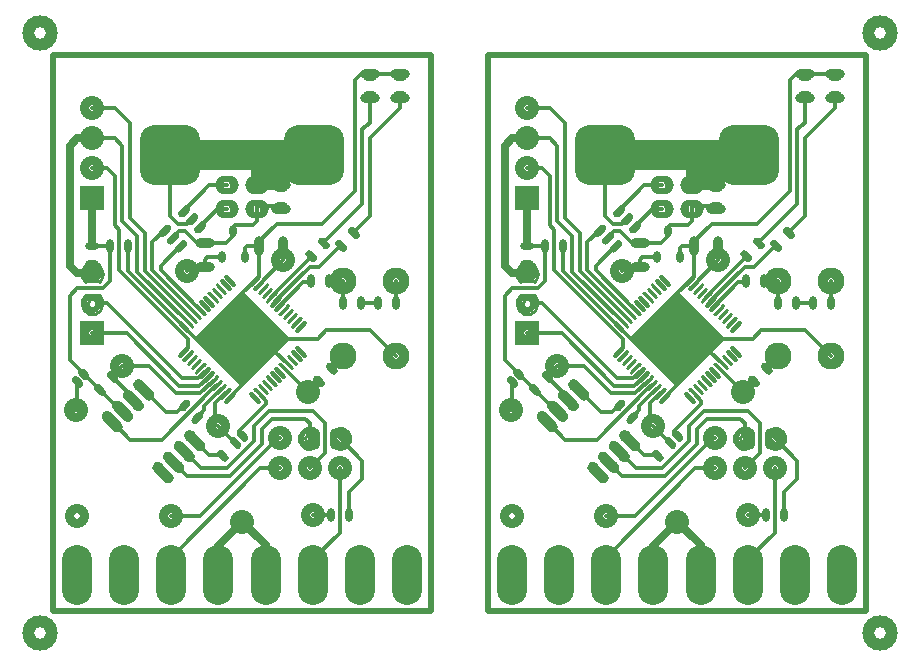
<source format=gbr>
G04 This is an RS-274x file exported by *
G04 gerbv version 2.6A *
G04 More information is available about gerbv at *
G04 http://gerbv.geda-project.org/ *
G04 --End of header info--*
%MOIN*%
%FSLAX34Y34*%
%IPPOS*%
%INUSB_CAN_MULTI.GBR*%
G04 --Define apertures--*
%ADD10C,0.0100*%
%ADD11C,0.1000*%
%ADD12C,0.0120*%
%ADD13C,0.0020*%
%ADD14C,0.0200*%
%ADD15C,0.0250*%
%ADD16C,0.0039*%
%ADD17C,0.0400*%
%ADD18C,0.0050*%
%ADD19C,0.0059*%
%ADD20C,0.1050X0.0200*%
%ADD21C,0.1181X0.0390*%
%ADD22C,0.1250X0.0390*%
%ADD23C,0.1331X0.0390*%
%ADD24C,0.1400X0.0390*%
%ADD25O,0.1000X0.2000*%
%ADD26O,0.1150X0.2150*%
%ADD27O,0.0256X0.0394*%
%ADD28O,0.0406X0.0544*%
%ADD29O,0.0450X0.0250*%
%ADD30O,0.0250X0.0450*%
%ADD31O,0.0600X0.0400*%
%ADD32O,0.0400X0.0600*%
%ADD33O,0.0650X0.0350*%
%ADD34O,0.0350X0.0650*%
%ADD35O,0.0800X0.0500*%
%ADD36O,0.0500X0.0800*%
%ADD37O,0.0800X0.0600X0.0240*%
%ADD38C,0.0800X0.0200*%
%ADD39C,0.0900X0.0200*%
%ADD40O,0.0950X0.0750X0.0240*%
%ADD41C,0.0950X0.0200*%
%AMMACRO42*
21,1,0.020000,0.010000,0.000000,0.000000,0.000000*
21,1,0.010000,0.020000,0.000000,0.000000,0.000000*
1,1,0.010000,-0.005000,-0.005000*
1,1,0.010000,-0.005000,0.005000*
1,1,0.010000,0.005000,0.005000*
1,1,0.010000,0.005000,-0.005000*
1,0,0.020000,0.000000,0.000000*
%
%ADD42MACRO42*%
%AMMACRO43*
21,1,0.200000,0.100000,0.000000,0.000000,0.000000*
21,1,0.100000,0.200000,0.000000,0.000000,0.000000*
1,1,0.100000,-0.050000,-0.050000*
1,1,0.100000,-0.050000,0.050000*
1,1,0.100000,0.050000,0.050000*
1,1,0.100000,0.050000,-0.050000*
1,0,0.060000,0.000000,0.000000*
%
%ADD43MACRO43*%
%AMMACRO44*
21,1,0.215000,0.107500,0.000000,0.000000,0.000000*
21,1,0.107500,0.215000,0.000000,0.000000,0.000000*
1,1,0.107500,-0.053752,-0.053752*
1,1,0.107500,-0.053752,0.053752*
1,1,0.107500,0.053752,0.053752*
1,1,0.107500,0.053752,-0.053752*
1,0,0.060000,0.000000,0.000000*
%
%ADD44MACRO44*%
%AMMACRO45*
21,1,0.035000,0.017500,0.000000,0.000000,0.000000*
21,1,0.017500,0.035000,0.000000,0.000000,0.000000*
1,1,0.017500,-0.008752,-0.008752*
1,1,0.017500,-0.008752,0.008752*
1,1,0.017500,0.008752,0.008752*
1,1,0.017500,0.008752,-0.008752*
1,0,0.020000,0.000000,0.000000*
%
%ADD45MACRO45*%
%ADD46R,0.0600X0.0600X0.0200*%
%ADD47R,0.0750X0.0750X0.0200*%
%ADD48R,0.0800X0.0800X0.0200*%
%ADD49R,0.0950X0.0950X0.0200*%
G04 --Start main section--*
G54D12*
G01X0026488Y0078638D02*
G01X0025500Y0079620D01*
G54D15*
G01X0026250Y0082500D02*
G01X0025750Y0082500D01*
G01X0025500Y0082750D02*
G01X0025750Y0082500D01*
G54D12*
G01X0025750Y0082000D02*
G01X0025500Y0081750D01*
G01X0026750Y0081500D02*
G01X0026500Y0081500D01*
G01X0026850Y0083400D02*
G01X0026850Y0082250D01*
G01X0026850Y0082250D02*
G01X0026600Y0082000D01*
G01X0026600Y0082000D02*
G01X0025750Y0082000D01*
G54D10*
G01X0026031Y0081773D02*
G01X0025965Y0081704D01*
G01X0025965Y0081704D02*
G01X0025921Y0081619D01*
G01X0025921Y0081619D02*
G01X0025901Y0081526D01*
G01X0025901Y0081526D02*
G01X0025907Y0081430D01*
G01X0025907Y0081430D02*
G01X0025939Y0081340D01*
G01X0025939Y0081340D02*
G01X0025993Y0081261D01*
G01X0025993Y0081261D02*
G01X0026067Y0081201D01*
G01X0026067Y0081201D02*
G01X0026155Y0081163D01*
G01X0026155Y0081163D02*
G01X0026250Y0081150D01*
G01X0026250Y0081150D02*
G01X0026344Y0081163D01*
G01X0026344Y0081163D02*
G01X0026432Y0081201D01*
G01X0026432Y0081201D02*
G01X0026506Y0081261D01*
G01X0026506Y0081261D02*
G01X0026561Y0081340D01*
G01X0026561Y0081340D02*
G01X0026593Y0081430D01*
G01X0026593Y0081430D02*
G01X0026599Y0081526D01*
G01X0026599Y0081526D02*
G01X0026579Y0081619D01*
G01X0026579Y0081619D02*
G01X0026534Y0081704D01*
G01X0026534Y0081704D02*
G01X0026469Y0081773D01*
G54D12*
G01X0026400Y0081700D02*
G01X0026464Y0081629D01*
G01X0026464Y0081629D02*
G01X0026497Y0081539D01*
G01X0026497Y0081539D02*
G01X0026493Y0081444D01*
G01X0026493Y0081444D02*
G01X0026455Y0081357D01*
G01X0026455Y0081357D02*
G01X0026386Y0081290D01*
G01X0026386Y0081290D02*
G01X0026298Y0081254D01*
G01X0026298Y0081254D02*
G01X0026202Y0081254D01*
G01X0026202Y0081254D02*
G01X0026113Y0081290D01*
G01X0026113Y0081290D02*
G01X0026045Y0081357D01*
G01X0026045Y0081357D02*
G01X0026006Y0081444D01*
G01X0026006Y0081444D02*
G01X0026003Y0081539D01*
G01X0026003Y0081539D02*
G01X0026036Y0081629D01*
G01X0026036Y0081629D02*
G01X0026100Y0081700D01*
G54D10*
G01X0026167Y0081624D02*
G01X0026109Y0081550D01*
G01X0026109Y0081550D02*
G01X0026106Y0081456D01*
G01X0026106Y0081456D02*
G01X0026160Y0081380D01*
G01X0026160Y0081380D02*
G01X0026250Y0081350D01*
G01X0026250Y0081350D02*
G01X0026339Y0081380D01*
G01X0026339Y0081380D02*
G01X0026393Y0081456D01*
G01X0026393Y0081456D02*
G01X0026391Y0081550D01*
G01X0026391Y0081550D02*
G01X0026333Y0081624D01*
G01X0026100Y0081700D02*
G01X0026400Y0081700D01*
G01X0026150Y0081650D02*
G01X0026350Y0081650D01*
G01X0026469Y0082227D02*
G01X0026534Y0082296D01*
G01X0026534Y0082296D02*
G01X0026579Y0082381D01*
G01X0026579Y0082381D02*
G01X0026599Y0082474D01*
G01X0026599Y0082474D02*
G01X0026593Y0082570D01*
G01X0026593Y0082570D02*
G01X0026561Y0082660D01*
G01X0026561Y0082660D02*
G01X0026506Y0082738D01*
G01X0026506Y0082738D02*
G01X0026432Y0082798D01*
G01X0026432Y0082798D02*
G01X0026344Y0082837D01*
G01X0026344Y0082837D02*
G01X0026250Y0082850D01*
G01X0026250Y0082850D02*
G01X0026155Y0082837D01*
G01X0026155Y0082837D02*
G01X0026067Y0082798D01*
G01X0026067Y0082798D02*
G01X0025993Y0082738D01*
G01X0025993Y0082738D02*
G01X0025939Y0082660D01*
G01X0025939Y0082660D02*
G01X0025907Y0082570D01*
G01X0025907Y0082570D02*
G01X0025901Y0082474D01*
G01X0025901Y0082474D02*
G01X0025921Y0082381D01*
G01X0025921Y0082381D02*
G01X0025965Y0082296D01*
G01X0025965Y0082296D02*
G01X0026031Y0082227D01*
G54D12*
G01X0026100Y0082300D02*
G01X0026036Y0082371D01*
G01X0026036Y0082371D02*
G01X0026003Y0082460D01*
G01X0026003Y0082460D02*
G01X0026006Y0082556D01*
G01X0026006Y0082556D02*
G01X0026045Y0082643D01*
G01X0026045Y0082643D02*
G01X0026113Y0082709D01*
G01X0026113Y0082709D02*
G01X0026202Y0082745D01*
G01X0026202Y0082745D02*
G01X0026298Y0082745D01*
G01X0026298Y0082745D02*
G01X0026386Y0082709D01*
G01X0026386Y0082709D02*
G01X0026455Y0082643D01*
G01X0026455Y0082643D02*
G01X0026493Y0082556D01*
G01X0026493Y0082556D02*
G01X0026497Y0082460D01*
G01X0026497Y0082460D02*
G01X0026464Y0082371D01*
G01X0026464Y0082371D02*
G01X0026400Y0082300D01*
G54D10*
G01X0026317Y0082366D02*
G01X0026381Y0082426D01*
G01X0026381Y0082426D02*
G01X0026399Y0082512D01*
G01X0026399Y0082512D02*
G01X0026367Y0082594D01*
G01X0026367Y0082594D02*
G01X0026294Y0082643D01*
G01X0026294Y0082643D02*
G01X0026206Y0082643D01*
G01X0026206Y0082643D02*
G01X0026133Y0082594D01*
G01X0026133Y0082594D02*
G01X0026100Y0082512D01*
G01X0026100Y0082512D02*
G01X0026119Y0082426D01*
G01X0026119Y0082426D02*
G01X0026183Y0082366D01*
G01X0026200Y0082350D02*
G01X0026300Y0082350D01*
G54D12*
G01X0026100Y0082300D02*
G01X0026400Y0082300D01*
G54D10*
G01X0026030Y0082230D02*
G01X0026470Y0082230D01*
G54D12*
G01X0026850Y0083400D02*
G01X0026250Y0083400D01*
G54D10*
G01X0026040Y0081780D02*
G01X0026470Y0081780D01*
G54D12*
G01X0026250Y0086000D02*
G01X0026750Y0086000D01*
G01X0028886Y0074409D02*
G01X0028880Y0074400D01*
G01X0028880Y0074400D02*
G01X0029850Y0074400D01*
G01X0027220Y0077905D02*
G01X0027230Y0077900D01*
G01X0027253Y0077922D02*
G01X0027230Y0077900D01*
G01X0028700Y0077890D02*
G01X0029090Y0077890D01*
G01X0028950Y0076225D02*
G01X0029425Y0075750D01*
G01X0029303Y0076579D02*
G01X0029885Y0076000D01*
G01X0028580Y0076950D02*
G01X0027510Y0076950D01*
G01X0029299Y0079897D02*
G01X0029450Y0080050D01*
G01X0029825Y0078750D02*
G01X0029150Y0078750D01*
G01X0029249Y0080782D02*
G01X0029716Y0080315D01*
G01X0029850Y0078500D02*
G01X0029050Y0078500D01*
G01X0029050Y0078500D02*
G01X0028150Y0079400D01*
G01X0029795Y0079000D02*
G01X0029250Y0079000D01*
G01X0029450Y0080300D02*
G01X0029450Y0080050D01*
G01X0027250Y0079400D02*
G01X0028150Y0079400D01*
G01X0029150Y0078750D02*
G01X0027400Y0080500D01*
G01X0027750Y0082560D02*
G01X0027750Y0083750D01*
G01X0027450Y0083400D02*
G01X0027450Y0082585D01*
G01X0029717Y0081150D02*
G01X0028250Y0082620D01*
G01X0028250Y0082620D02*
G01X0028250Y0083530D01*
G01X0029856Y0081289D02*
G01X0028540Y0082600D01*
G01X0029194Y0083415D02*
G01X0028540Y0082760D01*
G01X0028540Y0082600D02*
G01X0028540Y0082760D01*
G01X0029420Y0082590D02*
G01X0029400Y0082600D01*
G01X0029350Y0083900D02*
G01X0029750Y0083500D01*
G01X0029150Y0083900D02*
G01X0029350Y0083900D01*
G01X0028930Y0083680D02*
G01X0029150Y0083900D01*
G01X0028000Y0082600D02*
G01X0028000Y0082590D01*
G01X0028000Y0083850D02*
G01X0028000Y0082600D01*
G01X0027250Y0084250D02*
G01X0027250Y0086750D01*
G01X0029570Y0084320D02*
G01X0029400Y0084150D01*
G01X0029400Y0084150D02*
G01X0029100Y0084150D01*
G01X0029100Y0084150D02*
G01X0028850Y0084400D01*
G01X0028848Y0086439D02*
G01X0028850Y0084400D01*
G54D15*
G01X0030461Y0072441D02*
G01X0030461Y0073031D01*
G01X0030460Y0073420D02*
G01X0030461Y0073031D01*
G01X0032035Y0072441D02*
G01X0032035Y0073031D01*
G01X0032030Y0073430D02*
G01X0032035Y0073031D01*
G01X0031248Y0074213D02*
G01X0032030Y0073430D01*
G01X0031248Y0074213D02*
G01X0030460Y0073420D01*
G54D12*
G01X0030350Y0077400D02*
G01X0030110Y0077395D01*
G01X0030360Y0077410D02*
G01X0030350Y0077400D01*
G01X0030588Y0076438D02*
G01X0030590Y0076440D01*
G01X0030588Y0076438D02*
G01X0030590Y0076440D01*
G01X0030150Y0076450D02*
G01X0030450Y0076450D01*
G01X0030450Y0076450D02*
G01X0030588Y0076438D01*
G01X0030460Y0077420D02*
G01X0030450Y0077400D01*
G01X0032451Y0076998D02*
G01X0032501Y0076998D01*
G01X0032501Y0075998D02*
G01X0031850Y0076000D01*
G01X0031250Y0077100D02*
G01X0031130Y0077220D01*
G01X0031900Y0076800D02*
G01X0031900Y0077300D01*
G01X0031900Y0077300D02*
G01X0032250Y0077650D01*
G01X0031650Y0076900D02*
G01X0031650Y0077400D01*
G01X0031650Y0077400D02*
G01X0032150Y0077900D01*
G01X0030850Y0075750D02*
G01X0031900Y0076800D01*
G01X0030750Y0076000D02*
G01X0031650Y0076900D01*
G01X0031012Y0076862D02*
G01X0030460Y0077420D01*
G01X0030263Y0078633D02*
G01X0030413Y0078783D01*
G01X0030691Y0078505D02*
G01X0030360Y0078175D01*
G01X0032779Y0079480D02*
G01X0032360Y0079895D01*
G01X0031250Y0078785D02*
G01X0031250Y0078790D01*
G01X0032360Y0079895D02*
G01X0031250Y0078785D01*
G01X0031805Y0078505D02*
G01X0032050Y0078260D01*
G01X0032050Y0078260D02*
G01X0032050Y0078150D01*
G01X0032785Y0080320D02*
G01X0032360Y0079895D01*
G01X0032785Y0080320D02*
G01X0032780Y0080320D01*
G01X0032650Y0080300D02*
G01X0031250Y0078900D01*
G01X0032550Y0080300D02*
G01X0031250Y0079000D01*
G01X0032450Y0080300D02*
G01X0031250Y0079100D01*
G01X0032350Y0080300D02*
G01X0031250Y0079200D01*
G01X0032250Y0080300D02*
G01X0031250Y0079300D01*
G01X0032150Y0080300D02*
G01X0031250Y0079400D01*
G01X0032050Y0080300D02*
G01X0031250Y0079500D01*
G01X0031950Y0080300D02*
G01X0031250Y0079600D01*
G01X0031250Y0080900D02*
G01X0031850Y0080300D01*
G01X0031850Y0080300D02*
G01X0031250Y0079700D01*
G01X0031250Y0080800D02*
G01X0031750Y0080300D01*
G01X0031750Y0080300D02*
G01X0031250Y0079800D01*
G01X0031250Y0080700D02*
G01X0031650Y0080300D01*
G01X0031650Y0080300D02*
G01X0031250Y0079900D01*
G01X0031250Y0080600D02*
G01X0031550Y0080300D01*
G01X0031550Y0080300D02*
G01X0031250Y0080000D01*
G01X0031250Y0080500D02*
G01X0031450Y0080300D01*
G01X0031450Y0080300D02*
G01X0031250Y0080100D01*
G01X0031250Y0080100D02*
G01X0031100Y0080250D01*
G01X0031100Y0080250D02*
G01X0031250Y0080400D01*
G01X0031250Y0080400D02*
G01X0031350Y0080300D01*
G01X0031350Y0080300D02*
G01X0031250Y0080200D01*
G01X0031250Y0080200D02*
G01X0031200Y0080250D01*
G01X0031200Y0080250D02*
G01X0031250Y0080300D01*
G01X0030830Y0078366D02*
G01X0031247Y0078782D01*
G01X0031250Y0079600D02*
G01X0030600Y0080250D01*
G01X0030600Y0080250D02*
G01X0031250Y0080900D01*
G01X0031250Y0079700D02*
G01X0030700Y0080250D01*
G01X0030700Y0080250D02*
G01X0031250Y0080800D01*
G01X0031250Y0079800D02*
G01X0030800Y0080250D01*
G01X0030800Y0080250D02*
G01X0031250Y0080700D01*
G01X0031250Y0079900D02*
G01X0030900Y0080250D01*
G01X0030900Y0080250D02*
G01X0031250Y0080600D01*
G01X0031250Y0080000D02*
G01X0031000Y0080250D01*
G01X0031000Y0080250D02*
G01X0031250Y0080500D01*
G01X0031250Y0079100D02*
G01X0030100Y0080250D01*
G01X0031250Y0079200D02*
G01X0030200Y0080250D01*
G01X0031250Y0079300D02*
G01X0030300Y0080250D01*
G01X0031250Y0079400D02*
G01X0030400Y0080250D01*
G01X0031250Y0079500D02*
G01X0030500Y0080250D01*
G01X0030570Y0083045D02*
G01X0030095Y0083045D01*
G01X0031250Y0081850D02*
G01X0031250Y0081850D01*
G01X0031665Y0082263D02*
G01X0031250Y0081850D01*
G01X0031250Y0081850D02*
G01X0031240Y0081840D01*
G01X0031240Y0081840D02*
G01X0031250Y0081850D01*
G01X0032620Y0082940D02*
G01X0032600Y0083400D01*
G01X0031800Y0083400D02*
G01X0031400Y0083400D01*
G01X0031665Y0082263D02*
G01X0031800Y0082400D01*
G01X0031800Y0082400D02*
G01X0031800Y0083400D01*
G01X0031330Y0083330D02*
G01X0031400Y0083400D01*
G01X0031330Y0083045D02*
G01X0031330Y0083330D01*
G01X0031805Y0082124D02*
G01X0032620Y0082940D01*
G01X0031800Y0083400D02*
G01X0031750Y0083500D01*
G01X0030950Y0083750D02*
G01X0030950Y0083900D01*
G01X0030700Y0083500D02*
G01X0030950Y0083750D01*
G01X0030748Y0085439D02*
G01X0030160Y0085440D01*
G01X0030748Y0084639D02*
G01X0030420Y0084640D01*
G54D17*
G01X0031748Y0085439D02*
G01X0031750Y0086400D01*
G54D12*
G01X0032550Y0085350D02*
G01X0031750Y0085350D01*
G01X0031748Y0085439D02*
G01X0031750Y0085350D01*
G01X0031600Y0084100D02*
G01X0031750Y0084250D01*
G01X0031748Y0084639D02*
G01X0031750Y0084250D01*
G01X0031748Y0084639D02*
G01X0031750Y0084750D01*
G01X0031750Y0084750D02*
G01X0032550Y0084750D01*
G54D14*
G01X0031950Y0085900D02*
G01X0032650Y0085900D01*
G01X0032650Y0085900D02*
G01X0032750Y0085500D01*
G01X0032750Y0085500D02*
G01X0032050Y0085500D01*
G01X0032050Y0085500D02*
G01X0031950Y0085750D01*
G01X0031950Y0085750D02*
G01X0032550Y0085750D01*
G01X0032550Y0085750D02*
G01X0032600Y0085600D01*
G01X0032600Y0085600D02*
G01X0032050Y0085600D01*
G54D12*
G01X0031000Y0084100D02*
G01X0031600Y0084100D01*
G01X0033608Y0074431D02*
G01X0033600Y0074456D01*
G01X0033650Y0073000D02*
G01X0033700Y0073050D01*
G01X0033620Y0072980D02*
G01X0033650Y0073000D01*
G01X0034200Y0074456D02*
G01X0033600Y0074456D01*
G01X0034500Y0073856D02*
G01X0033620Y0072980D01*
G54D10*
G01X0033600Y0077100D02*
G01X0033600Y0076900D01*
G54D12*
G01X0033700Y0077150D02*
G01X0033700Y0076850D01*
G54D10*
G01X0033770Y0077220D02*
G01X0033770Y0076780D01*
G54D12*
G01X0033350Y0077650D02*
G01X0033500Y0077500D01*
G01X0033500Y0076200D02*
G01X0033500Y0076000D01*
G54D10*
G01X0033606Y0076894D02*
G01X0033529Y0076853D01*
G01X0033529Y0076853D02*
G01X0033443Y0076861D01*
G01X0033443Y0076861D02*
G01X0033375Y0076917D01*
G01X0033375Y0076917D02*
G01X0033350Y0077000D01*
G01X0033350Y0077000D02*
G01X0033375Y0077083D01*
G01X0033375Y0077083D02*
G01X0033443Y0077139D01*
G01X0033443Y0077139D02*
G01X0033529Y0077147D01*
G01X0033529Y0077147D02*
G01X0033606Y0077106D01*
G54D12*
G01X0033700Y0077150D02*
G01X0033629Y0077214D01*
G01X0033629Y0077214D02*
G01X0033539Y0077247D01*
G01X0033539Y0077247D02*
G01X0033444Y0077243D01*
G01X0033444Y0077243D02*
G01X0033357Y0077205D01*
G01X0033357Y0077205D02*
G01X0033290Y0077136D01*
G01X0033290Y0077136D02*
G01X0033254Y0077048D01*
G01X0033254Y0077048D02*
G01X0033254Y0076952D01*
G01X0033254Y0076952D02*
G01X0033290Y0076863D01*
G01X0033290Y0076863D02*
G01X0033357Y0076795D01*
G01X0033357Y0076795D02*
G01X0033444Y0076756D01*
G01X0033444Y0076756D02*
G01X0033539Y0076753D01*
G01X0033539Y0076753D02*
G01X0033629Y0076786D01*
G01X0033629Y0076786D02*
G01X0033700Y0076850D01*
G01X0033500Y0076800D02*
G01X0033500Y0077000D01*
G01X0033500Y0077000D02*
G01X0033500Y0077500D01*
G54D10*
G01X0033771Y0077221D02*
G01X0033702Y0077286D01*
G01X0033702Y0077286D02*
G01X0033617Y0077330D01*
G01X0033617Y0077330D02*
G01X0033524Y0077349D01*
G01X0033524Y0077349D02*
G01X0033429Y0077343D01*
G01X0033429Y0077343D02*
G01X0033339Y0077311D01*
G01X0033339Y0077311D02*
G01X0033262Y0077256D01*
G01X0033262Y0077256D02*
G01X0033202Y0077183D01*
G01X0033202Y0077183D02*
G01X0033163Y0077096D01*
G01X0033163Y0077096D02*
G01X0033150Y0077002D01*
G01X0033150Y0077002D02*
G01X0033162Y0076907D01*
G01X0033162Y0076907D02*
G01X0033200Y0076820D01*
G01X0033200Y0076820D02*
G01X0033259Y0076746D01*
G01X0033259Y0076746D02*
G01X0033336Y0076691D01*
G01X0033336Y0076691D02*
G01X0033426Y0076658D01*
G01X0033426Y0076658D02*
G01X0033520Y0076650D01*
G01X0033520Y0076650D02*
G01X0033614Y0076669D01*
G01X0033614Y0076669D02*
G01X0033698Y0076712D01*
G01X0033698Y0076712D02*
G01X0033769Y0076776D01*
G54D12*
G01X0034800Y0075200D02*
G01X0035250Y0075650D01*
G01X0034501Y0076998D02*
G01X0035250Y0076250D01*
G01X0035250Y0075650D02*
G01X0035250Y0076250D01*
G54D10*
G01X0034220Y0076790D02*
G01X0034288Y0076721D01*
G01X0034288Y0076721D02*
G01X0034372Y0076674D01*
G01X0034372Y0076674D02*
G01X0034465Y0076652D01*
G01X0034465Y0076652D02*
G01X0034561Y0076655D01*
G01X0034561Y0076655D02*
G01X0034653Y0076685D01*
G01X0034653Y0076685D02*
G01X0034733Y0076739D01*
G01X0034733Y0076739D02*
G01X0034795Y0076812D01*
G01X0034795Y0076812D02*
G01X0034835Y0076899D01*
G01X0034835Y0076899D02*
G01X0034850Y0076994D01*
G01X0034850Y0076994D02*
G01X0034838Y0077090D01*
G01X0034838Y0077090D02*
G01X0034801Y0077178D01*
G01X0034801Y0077178D02*
G01X0034741Y0077254D01*
G01X0034741Y0077254D02*
G01X0034663Y0077310D01*
G01X0034663Y0077310D02*
G01X0034572Y0077342D01*
G01X0034572Y0077342D02*
G01X0034476Y0077349D01*
G01X0034476Y0077349D02*
G01X0034382Y0077329D01*
G01X0034382Y0077329D02*
G01X0034296Y0077285D01*
G01X0034296Y0077285D02*
G01X0034227Y0077219D01*
G01X0034375Y0077083D02*
G01X0034451Y0077142D01*
G01X0034451Y0077142D02*
G01X0034548Y0077142D01*
G01X0034548Y0077142D02*
G01X0034624Y0077083D01*
G01X0034624Y0077083D02*
G01X0034650Y0076991D01*
G01X0034650Y0076991D02*
G01X0034613Y0076901D01*
G01X0034613Y0076901D02*
G01X0034530Y0076853D01*
G01X0034530Y0076853D02*
G01X0034434Y0076865D01*
G01X0034434Y0076865D02*
G01X0034366Y0076933D01*
G01X0034350Y0077100D02*
G01X0034350Y0076900D01*
G54D12*
G01X0034300Y0076850D02*
G01X0034371Y0076786D01*
G01X0034371Y0076786D02*
G01X0034460Y0076753D01*
G01X0034460Y0076753D02*
G01X0034556Y0076756D01*
G01X0034556Y0076756D02*
G01X0034643Y0076795D01*
G01X0034643Y0076795D02*
G01X0034709Y0076863D01*
G01X0034709Y0076863D02*
G01X0034745Y0076952D01*
G01X0034745Y0076952D02*
G01X0034745Y0077048D01*
G01X0034745Y0077048D02*
G01X0034709Y0077136D01*
G01X0034709Y0077136D02*
G01X0034643Y0077205D01*
G01X0034643Y0077205D02*
G01X0034556Y0077243D01*
G01X0034556Y0077243D02*
G01X0034460Y0077247D01*
G01X0034460Y0077247D02*
G01X0034371Y0077214D01*
G01X0034371Y0077214D02*
G01X0034300Y0077150D01*
G01X0034300Y0077150D02*
G01X0034300Y0076850D01*
G54D10*
G01X0034220Y0077210D02*
G01X0034220Y0076790D01*
G54D12*
G01X0034000Y0077500D02*
G01X0034000Y0076500D01*
G01X0033600Y0077900D02*
G01X0034000Y0077500D01*
G01X0034000Y0076500D02*
G01X0033500Y0076000D01*
G54D15*
G01X0033798Y0078918D02*
G01X0033440Y0078540D01*
G01X0034222Y0079342D02*
G01X0034610Y0079740D01*
G54D12*
G01X0034050Y0080600D02*
G01X0033770Y0080320D01*
G01X0035520Y0080600D02*
G01X0034050Y0080600D01*
G01X0033538Y0083088D02*
G01X0033550Y0083100D01*
G01X0033500Y0082700D02*
G01X0033800Y0082700D01*
G01X0033280Y0082210D02*
G01X0033520Y0082210D01*
G01X0034620Y0081500D02*
G01X0034620Y0081500D01*
G01X0035220Y0081500D02*
G01X0035770Y0081500D01*
G01X0035770Y0081500D02*
G01X0035770Y0081500D01*
G01X0034130Y0082230D02*
G01X0034620Y0082230D01*
G01X0034620Y0081500D02*
G01X0034620Y0082230D01*
G01X0034620Y0082230D02*
G01X0034620Y0082250D01*
G01X0034538Y0083438D02*
G01X0033800Y0082700D01*
G01X0033900Y0084150D02*
G01X0035000Y0085250D01*
G01X0035500Y0088450D02*
G01X0035500Y0088350D01*
G01X0035500Y0087500D02*
G01X0035500Y0088350D01*
G01X0035500Y0089050D02*
G01X0035500Y0089000D01*
G01X0035500Y0089150D02*
G01X0035500Y0089050D01*
G01X0035500Y0089050D02*
G01X0035500Y0089000D01*
G01X0035500Y0087500D02*
G01X0035250Y0087300D01*
G01X0035200Y0089150D02*
G01X0035500Y0089150D01*
G01X0035200Y0089150D02*
G01X0035000Y0088950D01*
G01X0036370Y0081500D02*
G01X0036370Y0082260D01*
G01X0036368Y0082248D02*
G01X0036370Y0082260D01*
G01X0036500Y0088350D02*
G01X0036500Y0088300D01*
G01X0036500Y0088450D02*
G01X0036500Y0088300D01*
G01X0036500Y0088350D02*
G01X0036500Y0088000D01*
G01X0036500Y0089050D02*
G01X0036500Y0089150D01*
G01X0036500Y0089050D02*
G01X0036500Y0089050D01*
G01X0036500Y0089150D02*
G01X0036500Y0089050D01*
G01X0041720Y0077905D02*
G01X0041730Y0077900D01*
G01X0041753Y0077922D02*
G01X0041730Y0077900D01*
G01X0040750Y0080500D02*
G01X0041900Y0080500D01*
G01X0041750Y0079400D02*
G01X0041420Y0079060D01*
G01X0040988Y0078638D02*
G01X0040000Y0079620D01*
G54D15*
G01X0040750Y0082500D02*
G01X0040250Y0082500D01*
G01X0040000Y0082750D02*
G01X0040250Y0082500D01*
G54D12*
G01X0040250Y0082000D02*
G01X0040000Y0081750D01*
G01X0041250Y0081500D02*
G01X0041000Y0081500D01*
G01X0041350Y0083400D02*
G01X0041350Y0082250D01*
G01X0041350Y0082250D02*
G01X0041100Y0082000D01*
G01X0041100Y0082000D02*
G01X0040250Y0082000D01*
G54D10*
G01X0040531Y0081773D02*
G01X0040465Y0081704D01*
G01X0040465Y0081704D02*
G01X0040421Y0081619D01*
G01X0040421Y0081619D02*
G01X0040401Y0081526D01*
G01X0040401Y0081526D02*
G01X0040407Y0081430D01*
G01X0040407Y0081430D02*
G01X0040439Y0081340D01*
G01X0040439Y0081340D02*
G01X0040493Y0081261D01*
G01X0040493Y0081261D02*
G01X0040567Y0081201D01*
G01X0040567Y0081201D02*
G01X0040655Y0081163D01*
G01X0040655Y0081163D02*
G01X0040750Y0081150D01*
G01X0040750Y0081150D02*
G01X0040844Y0081163D01*
G01X0040844Y0081163D02*
G01X0040932Y0081201D01*
G01X0040932Y0081201D02*
G01X0041006Y0081261D01*
G01X0041006Y0081261D02*
G01X0041061Y0081340D01*
G01X0041061Y0081340D02*
G01X0041093Y0081430D01*
G01X0041093Y0081430D02*
G01X0041099Y0081526D01*
G01X0041099Y0081526D02*
G01X0041079Y0081619D01*
G01X0041079Y0081619D02*
G01X0041034Y0081704D01*
G01X0041034Y0081704D02*
G01X0040969Y0081773D01*
G54D12*
G01X0040900Y0081700D02*
G01X0040964Y0081629D01*
G01X0040964Y0081629D02*
G01X0040997Y0081539D01*
G01X0040997Y0081539D02*
G01X0040993Y0081444D01*
G01X0040993Y0081444D02*
G01X0040955Y0081357D01*
G01X0040955Y0081357D02*
G01X0040886Y0081290D01*
G01X0040886Y0081290D02*
G01X0040798Y0081254D01*
G01X0040798Y0081254D02*
G01X0040702Y0081254D01*
G01X0040702Y0081254D02*
G01X0040613Y0081290D01*
G01X0040613Y0081290D02*
G01X0040545Y0081357D01*
G01X0040545Y0081357D02*
G01X0040506Y0081444D01*
G01X0040506Y0081444D02*
G01X0040503Y0081539D01*
G01X0040503Y0081539D02*
G01X0040536Y0081629D01*
G01X0040536Y0081629D02*
G01X0040600Y0081700D01*
G54D10*
G01X0040667Y0081624D02*
G01X0040609Y0081550D01*
G01X0040609Y0081550D02*
G01X0040606Y0081456D01*
G01X0040606Y0081456D02*
G01X0040660Y0081380D01*
G01X0040660Y0081380D02*
G01X0040750Y0081350D01*
G01X0040750Y0081350D02*
G01X0040839Y0081380D01*
G01X0040839Y0081380D02*
G01X0040893Y0081456D01*
G01X0040893Y0081456D02*
G01X0040891Y0081550D01*
G01X0040891Y0081550D02*
G01X0040833Y0081624D01*
G01X0040600Y0081700D02*
G01X0040900Y0081700D01*
G01X0040650Y0081650D02*
G01X0040850Y0081650D01*
G01X0040969Y0082227D02*
G01X0041034Y0082296D01*
G01X0041034Y0082296D02*
G01X0041079Y0082381D01*
G01X0041079Y0082381D02*
G01X0041099Y0082474D01*
G01X0041099Y0082474D02*
G01X0041093Y0082570D01*
G01X0041093Y0082570D02*
G01X0041061Y0082660D01*
G01X0041061Y0082660D02*
G01X0041006Y0082738D01*
G01X0041006Y0082738D02*
G01X0040932Y0082798D01*
G01X0040932Y0082798D02*
G01X0040844Y0082837D01*
G01X0040844Y0082837D02*
G01X0040750Y0082850D01*
G01X0040750Y0082850D02*
G01X0040655Y0082837D01*
G01X0040655Y0082837D02*
G01X0040567Y0082798D01*
G01X0040567Y0082798D02*
G01X0040493Y0082738D01*
G01X0040493Y0082738D02*
G01X0040439Y0082660D01*
G01X0040439Y0082660D02*
G01X0040407Y0082570D01*
G01X0040407Y0082570D02*
G01X0040401Y0082474D01*
G01X0040401Y0082474D02*
G01X0040421Y0082381D01*
G01X0040421Y0082381D02*
G01X0040465Y0082296D01*
G01X0040465Y0082296D02*
G01X0040531Y0082227D01*
G54D12*
G01X0040600Y0082300D02*
G01X0040536Y0082371D01*
G01X0040536Y0082371D02*
G01X0040503Y0082460D01*
G01X0040503Y0082460D02*
G01X0040506Y0082556D01*
G01X0040506Y0082556D02*
G01X0040545Y0082643D01*
G01X0040545Y0082643D02*
G01X0040613Y0082709D01*
G01X0040613Y0082709D02*
G01X0040702Y0082745D01*
G01X0040702Y0082745D02*
G01X0040798Y0082745D01*
G01X0040798Y0082745D02*
G01X0040886Y0082709D01*
G01X0040886Y0082709D02*
G01X0040955Y0082643D01*
G01X0040955Y0082643D02*
G01X0040993Y0082556D01*
G01X0040993Y0082556D02*
G01X0040997Y0082460D01*
G01X0040997Y0082460D02*
G01X0040964Y0082371D01*
G01X0040964Y0082371D02*
G01X0040900Y0082300D01*
G54D10*
G01X0040817Y0082366D02*
G01X0040881Y0082426D01*
G01X0040881Y0082426D02*
G01X0040899Y0082512D01*
G01X0040899Y0082512D02*
G01X0040867Y0082594D01*
G01X0040867Y0082594D02*
G01X0040794Y0082643D01*
G01X0040794Y0082643D02*
G01X0040706Y0082643D01*
G01X0040706Y0082643D02*
G01X0040633Y0082594D01*
G01X0040633Y0082594D02*
G01X0040600Y0082512D01*
G01X0040600Y0082512D02*
G01X0040619Y0082426D01*
G01X0040619Y0082426D02*
G01X0040683Y0082366D01*
G01X0040700Y0082350D02*
G01X0040800Y0082350D01*
G54D12*
G01X0040600Y0082300D02*
G01X0040900Y0082300D01*
G54D10*
G01X0040530Y0082230D02*
G01X0040970Y0082230D01*
G54D12*
G01X0041350Y0083400D02*
G01X0040750Y0083400D01*
G54D10*
G01X0040540Y0081780D02*
G01X0040970Y0081780D01*
G54D12*
G01X0040750Y0086000D02*
G01X0041250Y0086000D01*
G01X0041250Y0086000D02*
G01X0041500Y0085750D01*
G01X0041750Y0084250D02*
G01X0041750Y0086750D01*
G01X0041500Y0085750D02*
G01X0041500Y0084100D01*
G01X0040750Y0088000D02*
G01X0041500Y0088000D01*
G01X0043386Y0074409D02*
G01X0043380Y0074400D01*
G01X0043380Y0074400D02*
G01X0044350Y0074400D01*
G01X0043200Y0077890D02*
G01X0043590Y0077890D01*
G01X0044242Y0077688D02*
G01X0044480Y0077930D01*
G01X0043450Y0076225D02*
G01X0043925Y0075750D01*
G01X0043803Y0076579D02*
G01X0044385Y0076000D01*
G01X0044157Y0076933D02*
G01X0044650Y0076450D01*
G01X0044850Y0077400D02*
G01X0044610Y0077395D01*
G01X0044860Y0077410D02*
G01X0044850Y0077400D01*
G01X0043799Y0079897D02*
G01X0043950Y0080050D01*
G01X0044634Y0079062D02*
G01X0044325Y0078750D01*
G01X0044325Y0078750D02*
G01X0043650Y0078750D01*
G01X0043749Y0080782D02*
G01X0044216Y0080315D01*
G01X0044763Y0078633D02*
G01X0044913Y0078783D01*
G01X0044774Y0078923D02*
G01X0044350Y0078500D01*
G01X0044350Y0078500D02*
G01X0043550Y0078500D01*
G01X0043550Y0078500D02*
G01X0042650Y0079400D01*
G01X0044295Y0079000D02*
G01X0043750Y0079000D01*
G01X0044495Y0079201D02*
G01X0044295Y0079000D01*
G01X0043950Y0080300D02*
G01X0043950Y0080050D01*
G01X0042250Y0082560D02*
G01X0042250Y0083750D01*
G01X0044217Y0081150D02*
G01X0042750Y0082620D01*
G01X0042750Y0082620D02*
G01X0042750Y0083530D01*
G01X0044356Y0081289D02*
G01X0043040Y0082600D01*
G01X0043694Y0083415D02*
G01X0043040Y0082760D01*
G01X0043040Y0082600D02*
G01X0043040Y0082760D01*
G01X0044500Y0082700D02*
G01X0043900Y0082600D01*
G01X0043920Y0082590D02*
G01X0043900Y0082600D01*
G01X0044500Y0082700D02*
G01X0044500Y0082950D01*
G01X0044595Y0083045D02*
G01X0044500Y0082950D01*
G01X0044250Y0083500D02*
G01X0044500Y0083500D01*
G01X0043850Y0083900D02*
G01X0044250Y0083500D01*
G01X0043650Y0083900D02*
G01X0043850Y0083900D01*
G01X0043430Y0083680D02*
G01X0043650Y0083900D01*
G01X0042500Y0082600D02*
G01X0042500Y0082590D01*
G01X0042500Y0083850D02*
G01X0042500Y0082600D01*
G01X0044070Y0084320D02*
G01X0043900Y0084150D01*
G01X0043900Y0084150D02*
G01X0043600Y0084150D01*
G01X0043600Y0084150D02*
G01X0043350Y0084400D01*
G01X0043806Y0084584D02*
G01X0044660Y0085440D01*
G01X0043348Y0086439D02*
G01X0043350Y0084400D01*
G54D15*
G01X0046535Y0072441D02*
G01X0046535Y0073031D01*
G01X0046530Y0073430D02*
G01X0046535Y0073031D01*
G01X0045748Y0074213D02*
G01X0046530Y0073430D01*
G54D12*
G01X0045088Y0076438D02*
G01X0045090Y0076440D01*
G01X0045088Y0076438D02*
G01X0045090Y0076440D01*
G01X0046951Y0076998D02*
G01X0047001Y0076998D01*
G01X0047001Y0075998D02*
G01X0046350Y0076000D01*
G01X0045750Y0077100D02*
G01X0045630Y0077220D01*
G01X0046400Y0076800D02*
G01X0046400Y0077300D01*
G01X0046750Y0077650D02*
G01X0047850Y0077650D01*
G01X0046400Y0077300D02*
G01X0046750Y0077650D01*
G01X0046150Y0076900D02*
G01X0046150Y0077400D01*
G01X0046150Y0077400D02*
G01X0046650Y0077900D01*
G01X0045350Y0075750D02*
G01X0046400Y0076800D01*
G01X0045250Y0076000D02*
G01X0046150Y0076900D01*
G01X0047279Y0079480D02*
G01X0046860Y0079895D01*
G01X0045750Y0078785D02*
G01X0045750Y0078790D01*
G01X0046860Y0079895D02*
G01X0045750Y0078785D01*
G01X0046305Y0078505D02*
G01X0046550Y0078260D01*
G01X0046550Y0078260D02*
G01X0046550Y0078150D01*
G01X0047285Y0080320D02*
G01X0046860Y0079895D01*
G01X0047285Y0080320D02*
G01X0047280Y0080320D01*
G01X0047150Y0080300D02*
G01X0045750Y0078900D01*
G01X0047050Y0080300D02*
G01X0045750Y0079000D01*
G01X0046950Y0080300D02*
G01X0045750Y0079100D01*
G01X0046850Y0080300D02*
G01X0045750Y0079200D01*
G01X0046750Y0080300D02*
G01X0045750Y0079300D01*
G01X0046650Y0080300D02*
G01X0045750Y0079400D01*
G01X0046550Y0080300D02*
G01X0045750Y0079500D01*
G01X0046450Y0080300D02*
G01X0045750Y0079600D01*
G01X0045750Y0080900D02*
G01X0046350Y0080300D01*
G01X0046350Y0080300D02*
G01X0045750Y0079700D01*
G01X0045750Y0080800D02*
G01X0046250Y0080300D01*
G01X0046250Y0080300D02*
G01X0045750Y0079800D01*
G01X0045750Y0080700D02*
G01X0046150Y0080300D01*
G01X0046150Y0080300D02*
G01X0045750Y0079900D01*
G01X0045750Y0080600D02*
G01X0046050Y0080300D01*
G01X0046050Y0080300D02*
G01X0045750Y0080000D01*
G01X0045750Y0080500D02*
G01X0045950Y0080300D01*
G01X0045950Y0080300D02*
G01X0045750Y0080100D01*
G01X0045750Y0080100D02*
G01X0045600Y0080250D01*
G01X0045600Y0080250D02*
G01X0045750Y0080400D01*
G01X0045750Y0080400D02*
G01X0045850Y0080300D01*
G01X0045850Y0080300D02*
G01X0045750Y0080200D01*
G01X0045750Y0080200D02*
G01X0045700Y0080250D01*
G01X0045700Y0080250D02*
G01X0045750Y0080300D01*
G01X0045330Y0078366D02*
G01X0045747Y0078782D01*
G01X0045750Y0079600D02*
G01X0045100Y0080250D01*
G01X0045100Y0080250D02*
G01X0045750Y0080900D01*
G01X0045750Y0079700D02*
G01X0045200Y0080250D01*
G01X0045200Y0080250D02*
G01X0045750Y0080800D01*
G01X0045750Y0079800D02*
G01X0045300Y0080250D01*
G01X0045300Y0080250D02*
G01X0045750Y0080700D01*
G01X0045750Y0079900D02*
G01X0045400Y0080250D01*
G01X0045400Y0080250D02*
G01X0045750Y0080600D01*
G01X0045750Y0080000D02*
G01X0045500Y0080250D01*
G01X0045500Y0080250D02*
G01X0045750Y0080500D01*
G01X0045750Y0081850D02*
G01X0045750Y0081850D01*
G01X0046165Y0082263D02*
G01X0045750Y0081850D01*
G01X0045750Y0081850D02*
G01X0045740Y0081840D01*
G01X0045740Y0081840D02*
G01X0045750Y0081850D01*
G01X0047120Y0082940D02*
G01X0047100Y0083400D01*
G01X0046300Y0083400D02*
G01X0045900Y0083400D01*
G01X0046165Y0082263D02*
G01X0046300Y0082400D01*
G01X0046300Y0082400D02*
G01X0046300Y0083400D01*
G01X0045830Y0083330D02*
G01X0045900Y0083400D01*
G01X0045830Y0083045D02*
G01X0045830Y0083330D01*
G01X0046305Y0082124D02*
G01X0047120Y0082940D01*
G01X0046300Y0083400D02*
G01X0046250Y0083500D01*
G01X0047000Y0081428D02*
G01X0047780Y0082210D01*
G01X0045450Y0083750D02*
G01X0045450Y0083900D01*
G01X0045200Y0083500D02*
G01X0045450Y0083750D01*
G54D17*
G01X0046248Y0085439D02*
G01X0046250Y0086400D01*
G54D12*
G01X0047050Y0085350D02*
G01X0046250Y0085350D01*
G01X0046248Y0085439D02*
G01X0046250Y0085350D01*
G01X0046100Y0084100D02*
G01X0046250Y0084250D01*
G01X0046248Y0084639D02*
G01X0046250Y0084250D01*
G01X0046248Y0084639D02*
G01X0046250Y0084750D01*
G01X0046250Y0084750D02*
G01X0047050Y0084750D01*
G54D14*
G01X0046450Y0085900D02*
G01X0047150Y0085900D01*
G01X0047150Y0085900D02*
G01X0047250Y0085500D01*
G01X0047250Y0085500D02*
G01X0046550Y0085500D01*
G01X0046550Y0085500D02*
G01X0046450Y0085750D01*
G01X0046450Y0085750D02*
G01X0047050Y0085750D01*
G01X0047050Y0085750D02*
G01X0047100Y0085600D01*
G01X0047100Y0085600D02*
G01X0046550Y0085600D01*
G54D12*
G01X0045500Y0084100D02*
G01X0046100Y0084100D01*
G01X0048108Y0074431D02*
G01X0048100Y0074456D01*
G01X0048150Y0073000D02*
G01X0048200Y0073050D01*
G01X0048120Y0072980D02*
G01X0048150Y0073000D01*
G01X0048700Y0074456D02*
G01X0048100Y0074456D01*
G01X0049000Y0073856D02*
G01X0048120Y0072980D01*
G54D10*
G01X0048100Y0077100D02*
G01X0048100Y0076900D01*
G54D12*
G01X0048200Y0077150D02*
G01X0048200Y0076850D01*
G54D10*
G01X0048270Y0077220D02*
G01X0048270Y0076780D01*
G54D12*
G01X0049300Y0075200D02*
G01X0049750Y0075650D01*
G01X0049001Y0076998D02*
G01X0049750Y0076250D01*
G01X0049750Y0075650D02*
G01X0049750Y0076250D01*
G54D10*
G01X0048720Y0076790D02*
G01X0048788Y0076721D01*
G01X0048788Y0076721D02*
G01X0048872Y0076674D01*
G01X0048872Y0076674D02*
G01X0048965Y0076652D01*
G01X0048965Y0076652D02*
G01X0049061Y0076655D01*
G01X0049061Y0076655D02*
G01X0049153Y0076685D01*
G01X0049153Y0076685D02*
G01X0049233Y0076739D01*
G01X0049233Y0076739D02*
G01X0049295Y0076812D01*
G01X0049295Y0076812D02*
G01X0049335Y0076899D01*
G01X0049335Y0076899D02*
G01X0049350Y0076994D01*
G01X0049350Y0076994D02*
G01X0049338Y0077090D01*
G01X0049338Y0077090D02*
G01X0049301Y0077178D01*
G01X0049301Y0077178D02*
G01X0049241Y0077254D01*
G01X0049241Y0077254D02*
G01X0049163Y0077310D01*
G01X0049163Y0077310D02*
G01X0049072Y0077342D01*
G01X0049072Y0077342D02*
G01X0048976Y0077349D01*
G01X0048976Y0077349D02*
G01X0048882Y0077329D01*
G01X0048882Y0077329D02*
G01X0048796Y0077285D01*
G01X0048796Y0077285D02*
G01X0048727Y0077219D01*
G01X0048875Y0077083D02*
G01X0048951Y0077142D01*
G01X0048951Y0077142D02*
G01X0049048Y0077142D01*
G01X0049048Y0077142D02*
G01X0049124Y0077083D01*
G01X0049124Y0077083D02*
G01X0049150Y0076991D01*
G01X0049150Y0076991D02*
G01X0049113Y0076901D01*
G01X0049113Y0076901D02*
G01X0049030Y0076853D01*
G01X0049030Y0076853D02*
G01X0048934Y0076865D01*
G01X0048934Y0076865D02*
G01X0048866Y0076933D01*
G01X0048850Y0077100D02*
G01X0048850Y0076900D01*
G54D12*
G01X0048800Y0076850D02*
G01X0048871Y0076786D01*
G01X0048871Y0076786D02*
G01X0048960Y0076753D01*
G01X0048960Y0076753D02*
G01X0049056Y0076756D01*
G01X0049056Y0076756D02*
G01X0049143Y0076795D01*
G01X0049143Y0076795D02*
G01X0049209Y0076863D01*
G01X0049209Y0076863D02*
G01X0049245Y0076952D01*
G01X0049245Y0076952D02*
G01X0049245Y0077048D01*
G01X0049245Y0077048D02*
G01X0049209Y0077136D01*
G01X0049209Y0077136D02*
G01X0049143Y0077205D01*
G01X0049143Y0077205D02*
G01X0049056Y0077243D01*
G01X0049056Y0077243D02*
G01X0048960Y0077247D01*
G01X0048960Y0077247D02*
G01X0048871Y0077214D01*
G01X0048871Y0077214D02*
G01X0048800Y0077150D01*
G01X0048800Y0077150D02*
G01X0048800Y0076850D01*
G54D10*
G01X0048720Y0077210D02*
G01X0048720Y0076790D01*
G54D12*
G01X0048500Y0077500D02*
G01X0048500Y0076500D01*
G01X0048100Y0077900D02*
G01X0048500Y0077500D01*
G01X0050020Y0080600D02*
G01X0050868Y0079748D01*
G54D15*
G01X0048722Y0079342D02*
G01X0049110Y0079740D01*
G54D12*
G01X0048550Y0080600D02*
G01X0048270Y0080320D01*
G01X0050020Y0080600D02*
G01X0048550Y0080600D01*
G01X0049120Y0081500D02*
G01X0049120Y0081500D01*
G01X0049720Y0081500D02*
G01X0050270Y0081500D01*
G01X0050270Y0081500D02*
G01X0050270Y0081500D01*
G01X0050870Y0081500D02*
G01X0050870Y0082260D01*
G01X0050868Y0082248D02*
G01X0050870Y0082260D01*
G01X0048630Y0082230D02*
G01X0049120Y0082230D01*
G01X0049120Y0081500D02*
G01X0049120Y0082230D01*
G01X0049120Y0082230D02*
G01X0049120Y0082250D01*
G01X0049038Y0083438D02*
G01X0048300Y0082700D01*
G01X0048400Y0084150D02*
G01X0049500Y0085250D01*
G01X0050000Y0088450D02*
G01X0050000Y0088350D01*
G01X0050000Y0087500D02*
G01X0050000Y0088350D01*
G01X0050000Y0089050D02*
G01X0050000Y0089000D01*
G01X0050000Y0089150D02*
G01X0050000Y0089050D01*
G01X0050000Y0089050D02*
G01X0050000Y0089000D01*
G01X0050000Y0087500D02*
G01X0049750Y0087300D01*
G01X0049700Y0089150D02*
G01X0050000Y0089150D01*
G01X0049700Y0089150D02*
G01X0049500Y0088950D01*
G01X0025500Y0081750D02*
G01X0025500Y0079620D01*
G01X0025750Y0078900D02*
G01X0025750Y0077950D01*
G01X0025722Y0077931D02*
G01X0025750Y0077950D01*
G01X0025500Y0077950D02*
G01X0025722Y0077931D01*
G54D15*
G01X0026250Y0083500D02*
G01X0026250Y0085000D01*
G01X0025750Y0087000D02*
G01X0026250Y0087000D01*
G01X0025500Y0086750D02*
G01X0025750Y0087000D01*
G54D12*
G01X0027150Y0082600D02*
G01X0027150Y0083950D01*
G01X0027750Y0083750D02*
G01X0027250Y0084250D01*
G01X0028665Y0083944D02*
G01X0028250Y0083530D01*
G01X0029318Y0078112D02*
G01X0029090Y0077890D01*
G01X0029578Y0081011D02*
G01X0028000Y0082590D01*
G01X0029438Y0080872D02*
G01X0027750Y0082560D01*
G01X0027960Y0078630D02*
G01X0028700Y0077890D01*
G01X0027500Y0084350D02*
G01X0028000Y0083850D01*
G01X0029249Y0080782D02*
G01X0027450Y0082585D01*
G01X0027150Y0082600D02*
G01X0029450Y0080300D01*
G01X0030360Y0078175D02*
G01X0030360Y0077410D01*
G01X0032050Y0078150D02*
G01X0031150Y0077250D01*
G01X0031750Y0083500D02*
G01X0032400Y0084150D01*
G01X0031250Y0081850D02*
G01X0032785Y0080320D01*
G01X0031250Y0081700D02*
G01X0032650Y0080300D01*
G01X0031250Y0081600D02*
G01X0032550Y0080300D01*
G01X0031250Y0081500D02*
G01X0032450Y0080300D01*
G01X0031250Y0081400D02*
G01X0032350Y0080300D01*
G01X0031250Y0081300D02*
G01X0032250Y0080300D01*
G01X0031250Y0081200D02*
G01X0032150Y0080300D01*
G01X0031250Y0081100D02*
G01X0032050Y0080300D01*
G01X0031250Y0081000D02*
G01X0031950Y0080300D01*
G01X0030950Y0083900D02*
G01X0030950Y0084050D01*
G01X0030950Y0083900D02*
G01X0030950Y0084050D01*
G01X0031000Y0084100D02*
G01X0030950Y0084050D01*
G01X0030100Y0080250D02*
G01X0031250Y0081400D01*
G01X0030200Y0080250D02*
G01X0031250Y0081300D01*
G01X0030300Y0080250D02*
G01X0031250Y0081200D01*
G01X0030400Y0080250D02*
G01X0031250Y0081100D01*
G01X0030500Y0080250D02*
G01X0031250Y0081000D01*
G01X0035500Y0084400D02*
G01X0034962Y0083862D01*
G01X0034501Y0075998D02*
G01X0034500Y0073856D01*
G01X0034800Y0074456D02*
G01X0034800Y0075200D01*
G01X0033962Y0083512D02*
G01X0035250Y0084800D01*
G01X0041650Y0083950D02*
G01X0041500Y0084100D01*
G01X0040000Y0081750D02*
G01X0040000Y0079620D01*
G01X0040988Y0078638D02*
G01X0041720Y0077905D01*
G01X0040250Y0078900D02*
G01X0040250Y0077950D01*
G01X0040222Y0077931D02*
G01X0040250Y0077950D01*
G01X0040000Y0077950D02*
G01X0040222Y0077931D01*
G01X0041650Y0082600D02*
G01X0041650Y0083950D01*
G54D15*
G01X0040750Y0083500D02*
G01X0040750Y0085000D01*
G54D12*
G01X0041750Y0086750D02*
G01X0041500Y0087000D01*
G01X0041500Y0087000D02*
G01X0040750Y0087000D01*
G54D15*
G01X0040250Y0087000D02*
G01X0040750Y0087000D01*
G01X0040000Y0086750D02*
G01X0040250Y0087000D01*
G54D12*
G01X0043165Y0083944D02*
G01X0042750Y0083530D01*
G01X0044334Y0084056D02*
G01X0044920Y0084640D01*
G01X0044480Y0078070D02*
G01X0044480Y0077930D01*
G01X0044763Y0078633D02*
G01X0043080Y0076950D01*
G01X0043818Y0078112D02*
G01X0043590Y0077890D01*
G01X0044860Y0078175D02*
G01X0044860Y0077410D01*
G01X0044078Y0081011D02*
G01X0042500Y0082590D01*
G01X0043938Y0080872D02*
G01X0042250Y0082560D01*
G01X0042460Y0078630D02*
G01X0043200Y0077890D01*
G01X0046550Y0078150D02*
G01X0045650Y0077250D01*
G01X0046250Y0083500D02*
G01X0046900Y0084150D01*
G01X0045750Y0081850D02*
G01X0047285Y0080320D01*
G01X0045750Y0081700D02*
G01X0047150Y0080300D01*
G01X0045750Y0081600D02*
G01X0047050Y0080300D01*
G01X0045750Y0081500D02*
G01X0046950Y0080300D01*
G01X0045750Y0081400D02*
G01X0046850Y0080300D01*
G01X0045750Y0081300D02*
G01X0046750Y0080300D01*
G01X0045750Y0081200D02*
G01X0046650Y0080300D01*
G01X0045750Y0081100D02*
G01X0046550Y0080300D01*
G01X0045750Y0081000D02*
G01X0046450Y0080300D01*
G01X0045450Y0083900D02*
G01X0045450Y0084050D01*
G01X0045450Y0083900D02*
G01X0045450Y0084050D01*
G01X0045500Y0084100D02*
G01X0045450Y0084050D01*
G01X0050000Y0084400D02*
G01X0049462Y0083862D01*
G01X0049001Y0075998D02*
G01X0049000Y0073856D01*
G01X0049300Y0074456D02*
G01X0049300Y0075200D01*
G01X0048462Y0083512D02*
G01X0049750Y0084800D01*
G54D15*
G01X0025500Y0082750D02*
G01X0025500Y0086750D01*
G54D14*
G01X0024949Y0089764D02*
G01X0024949Y0071260D01*
G54D12*
G01X0027500Y0087500D02*
G01X0027500Y0084350D01*
G01X0035500Y0087000D02*
G01X0035500Y0084400D01*
G01X0035250Y0084800D02*
G01X0035250Y0087300D01*
G01X0035000Y0088950D02*
G01X0035000Y0085250D01*
G54D14*
G01X0037547Y0071260D02*
G01X0037547Y0089764D01*
G54D15*
G01X0040000Y0082750D02*
G01X0040000Y0086750D01*
G54D14*
G01X0039449Y0089764D02*
G01X0039449Y0071260D01*
G54D12*
G01X0050000Y0087000D02*
G01X0050000Y0084400D01*
G01X0049750Y0084800D02*
G01X0049750Y0087300D01*
G01X0049500Y0088950D02*
G01X0049500Y0085250D01*
G54D14*
G01X0052047Y0071260D02*
G01X0052047Y0089764D01*
G54D12*
G01X0026899Y0077569D02*
G01X0027510Y0076950D01*
G01X0029742Y0077688D02*
G01X0029980Y0077930D01*
G01X0029657Y0076933D02*
G01X0030150Y0076450D01*
G01X0029425Y0075750D02*
G01X0030850Y0075750D01*
G01X0029885Y0076000D02*
G01X0030750Y0076000D01*
G01X0032250Y0077650D02*
G01X0033350Y0077650D01*
G01X0032150Y0077900D02*
G01X0033600Y0077900D01*
G01X0026250Y0080500D02*
G01X0027400Y0080500D01*
G01X0027250Y0079400D02*
G01X0026920Y0079060D01*
G01X0026920Y0079060D02*
G01X0027650Y0078330D01*
G01X0030134Y0079062D02*
G01X0029825Y0078750D01*
G01X0030274Y0078923D02*
G01X0029850Y0078500D01*
G01X0029995Y0079201D02*
G01X0029795Y0079000D01*
G01X0030552Y0078644D02*
G01X0029980Y0078070D01*
G01X0032640Y0079341D02*
G01X0033440Y0078540D01*
G01X0032785Y0080320D02*
G01X0033770Y0080320D01*
G01X0035520Y0080600D02*
G01X0036368Y0079748D01*
G01X0029718Y0080313D02*
G01X0031247Y0078782D01*
G01X0031250Y0078900D02*
G01X0029900Y0080250D01*
G01X0031250Y0079000D02*
G01X0030000Y0080250D01*
G01X0030000Y0082700D02*
G01X0029400Y0082600D01*
G01X0030000Y0082700D02*
G01X0030000Y0082950D01*
G01X0030095Y0083045D02*
G01X0030000Y0082950D01*
G01X0029750Y0083500D02*
G01X0030000Y0083500D01*
G01X0030700Y0083500D02*
G01X0030000Y0083500D01*
G01X0032500Y0081428D02*
G01X0033280Y0082210D01*
G01X0032222Y0081707D02*
G01X0033555Y0083045D01*
G01X0032361Y0081567D02*
G01X0033500Y0082700D01*
G01X0026750Y0086000D02*
G01X0027000Y0085750D01*
G01X0027000Y0085750D02*
G01X0027000Y0084100D01*
G01X0029306Y0084584D02*
G01X0030160Y0085440D01*
G01X0032400Y0084150D02*
G01X0033900Y0084150D01*
G54D17*
G01X0031750Y0086400D02*
G01X0028850Y0086430D01*
G54D11*
G01X0033648Y0086439D02*
G01X0028850Y0086440D01*
G54D12*
G01X0026250Y0088000D02*
G01X0027000Y0088000D01*
G01X0027000Y0088000D02*
G01X0027500Y0087500D01*
G01X0035500Y0089150D02*
G01X0036500Y0089150D01*
G54D15*
G01X0044961Y0072441D02*
G01X0044961Y0073031D01*
G01X0044960Y0073420D02*
G01X0044961Y0073031D01*
G01X0045748Y0074213D02*
G01X0044960Y0073420D01*
G54D12*
G01X0041399Y0077569D02*
G01X0042010Y0076950D01*
G01X0043925Y0075750D02*
G01X0045350Y0075750D01*
G01X0044385Y0076000D02*
G01X0045250Y0076000D01*
G01X0044650Y0076450D02*
G01X0044950Y0076450D01*
G01X0044950Y0076450D02*
G01X0045088Y0076438D01*
G01X0044960Y0077420D02*
G01X0044950Y0077400D01*
G01X0047850Y0077650D02*
G01X0048000Y0077500D01*
G01X0048000Y0076200D02*
G01X0048000Y0076000D01*
G01X0046650Y0077900D02*
G01X0048100Y0077900D01*
G54D10*
G01X0048106Y0077106D02*
G01X0048029Y0077147D01*
G01X0048029Y0077147D02*
G01X0047943Y0077139D01*
G01X0047943Y0077139D02*
G01X0047875Y0077083D01*
G01X0047875Y0077083D02*
G01X0047850Y0077000D01*
G01X0047850Y0077000D02*
G01X0047875Y0076917D01*
G01X0047875Y0076917D02*
G01X0047943Y0076861D01*
G01X0047943Y0076861D02*
G01X0048029Y0076853D01*
G01X0048029Y0076853D02*
G01X0048106Y0076894D01*
G54D12*
G01X0048200Y0076850D02*
G01X0048129Y0076786D01*
G01X0048129Y0076786D02*
G01X0048039Y0076753D01*
G01X0048039Y0076753D02*
G01X0047944Y0076756D01*
G01X0047944Y0076756D02*
G01X0047857Y0076795D01*
G01X0047857Y0076795D02*
G01X0047790Y0076863D01*
G01X0047790Y0076863D02*
G01X0047754Y0076952D01*
G01X0047754Y0076952D02*
G01X0047754Y0077048D01*
G01X0047754Y0077048D02*
G01X0047790Y0077136D01*
G01X0047790Y0077136D02*
G01X0047857Y0077205D01*
G01X0047857Y0077205D02*
G01X0047944Y0077243D01*
G01X0047944Y0077243D02*
G01X0048039Y0077247D01*
G01X0048039Y0077247D02*
G01X0048129Y0077214D01*
G01X0048129Y0077214D02*
G01X0048200Y0077150D01*
G01X0048000Y0076800D02*
G01X0048000Y0077000D01*
G01X0048000Y0077000D02*
G01X0048000Y0077500D01*
G54D10*
G01X0048271Y0077221D02*
G01X0048202Y0077286D01*
G01X0048202Y0077286D02*
G01X0048117Y0077330D01*
G01X0048117Y0077330D02*
G01X0048024Y0077349D01*
G01X0048024Y0077349D02*
G01X0047929Y0077343D01*
G01X0047929Y0077343D02*
G01X0047839Y0077311D01*
G01X0047839Y0077311D02*
G01X0047762Y0077256D01*
G01X0047762Y0077256D02*
G01X0047702Y0077183D01*
G01X0047702Y0077183D02*
G01X0047663Y0077096D01*
G01X0047663Y0077096D02*
G01X0047650Y0077002D01*
G01X0047650Y0077002D02*
G01X0047662Y0076907D01*
G01X0047662Y0076907D02*
G01X0047700Y0076820D01*
G01X0047700Y0076820D02*
G01X0047759Y0076746D01*
G01X0047759Y0076746D02*
G01X0047836Y0076691D01*
G01X0047836Y0076691D02*
G01X0047926Y0076658D01*
G01X0047926Y0076658D02*
G01X0048020Y0076650D01*
G01X0048020Y0076650D02*
G01X0048114Y0076669D01*
G01X0048114Y0076669D02*
G01X0048198Y0076712D01*
G01X0048198Y0076712D02*
G01X0048269Y0076776D01*
G54D12*
G01X0043080Y0076950D02*
G01X0042010Y0076950D01*
G01X0048500Y0076500D02*
G01X0048000Y0076000D01*
G01X0045512Y0076862D02*
G01X0044960Y0077420D01*
G01X0041420Y0079060D02*
G01X0042150Y0078330D01*
G01X0045052Y0078644D02*
G01X0044480Y0078070D01*
G01X0045191Y0078505D02*
G01X0044860Y0078175D01*
G01X0047140Y0079341D02*
G01X0047940Y0078540D01*
G01X0047285Y0080320D02*
G01X0048270Y0080320D01*
G54D15*
G01X0048298Y0078918D02*
G01X0047940Y0078540D01*
G54D12*
G01X0041750Y0079400D02*
G01X0042650Y0079400D01*
G01X0044218Y0080313D02*
G01X0045747Y0078782D01*
G01X0045750Y0078900D02*
G01X0044400Y0080250D01*
G01X0045750Y0079000D02*
G01X0044500Y0080250D01*
G01X0045750Y0079100D02*
G01X0044600Y0080250D01*
G01X0045750Y0079200D02*
G01X0044700Y0080250D01*
G01X0045750Y0079300D02*
G01X0044800Y0080250D01*
G01X0045750Y0079400D02*
G01X0044900Y0080250D01*
G01X0045750Y0079500D02*
G01X0045000Y0080250D01*
G01X0043650Y0078750D02*
G01X0041900Y0080500D01*
G01X0041950Y0083400D02*
G01X0041950Y0082585D01*
G01X0045070Y0083045D02*
G01X0044595Y0083045D01*
G01X0045200Y0083500D02*
G01X0044500Y0083500D01*
G01X0048038Y0083088D02*
G01X0048050Y0083100D01*
G01X0046722Y0081707D02*
G01X0048055Y0083045D01*
G01X0046861Y0081567D02*
G01X0048000Y0082700D01*
G01X0048000Y0082700D02*
G01X0048300Y0082700D01*
G01X0047780Y0082210D02*
G01X0048020Y0082210D01*
G01X0045248Y0085439D02*
G01X0044660Y0085440D01*
G01X0045248Y0084639D02*
G01X0044920Y0084640D01*
G01X0046900Y0084150D02*
G01X0048400Y0084150D01*
G54D17*
G01X0046250Y0086400D02*
G01X0043350Y0086430D01*
G54D11*
G01X0048148Y0086439D02*
G01X0043350Y0086440D01*
G54D12*
G01X0041500Y0088000D02*
G01X0042000Y0087500D01*
G01X0051000Y0088350D02*
G01X0051000Y0088300D01*
G01X0051000Y0088450D02*
G01X0051000Y0088300D01*
G01X0051000Y0088350D02*
G01X0051000Y0088000D01*
G01X0051000Y0089050D02*
G01X0051000Y0089150D01*
G01X0051000Y0089050D02*
G01X0051000Y0089050D01*
G01X0050000Y0089150D02*
G01X0051000Y0089150D01*
G01X0051000Y0089150D02*
G01X0051000Y0089050D01*
G01X0027150Y0083950D02*
G01X0027000Y0084100D01*
G01X0026488Y0078638D02*
G01X0027220Y0077905D01*
G01X0029834Y0084056D02*
G01X0030420Y0084640D01*
G01X0029980Y0078070D02*
G01X0029980Y0077930D01*
G01X0030263Y0078633D02*
G01X0028580Y0076950D01*
G01X0029718Y0080313D02*
G01X0031240Y0081840D01*
G01X0032451Y0076998D02*
G01X0029850Y0074400D01*
G01X0029850Y0080300D02*
G01X0031250Y0081700D01*
G01X0029900Y0080250D02*
G01X0031250Y0081600D01*
G01X0030000Y0080250D02*
G01X0031250Y0081500D01*
G01X0029250Y0079000D02*
G01X0026750Y0081500D01*
G01X0027250Y0086750D02*
G01X0027000Y0087000D01*
G01X0027000Y0087000D02*
G01X0026250Y0087000D01*
G01X0035500Y0087000D02*
G01X0036500Y0088000D01*
G01X0042250Y0083750D02*
G01X0041750Y0084250D01*
G01X0042000Y0084350D02*
G01X0042500Y0083850D01*
G01X0044218Y0080313D02*
G01X0045740Y0081840D01*
G01X0046951Y0076998D02*
G01X0044350Y0074400D01*
G01X0044350Y0080300D02*
G01X0045750Y0081700D01*
G01X0044400Y0080250D02*
G01X0045750Y0081600D01*
G01X0044500Y0080250D02*
G01X0045750Y0081500D01*
G01X0044600Y0080250D02*
G01X0045750Y0081400D01*
G01X0044700Y0080250D02*
G01X0045750Y0081300D01*
G01X0044800Y0080250D02*
G01X0045750Y0081200D01*
G01X0044900Y0080250D02*
G01X0045750Y0081100D01*
G01X0045000Y0080250D02*
G01X0045750Y0081000D01*
G01X0043749Y0080782D02*
G01X0041950Y0082585D01*
G01X0043750Y0079000D02*
G01X0041250Y0081500D01*
G01X0041650Y0082600D02*
G01X0043950Y0080300D01*
G01X0050000Y0087000D02*
G01X0051000Y0088000D01*
G01X0028900Y0073050D02*
G01X0031850Y0076000D01*
G01X0042000Y0087500D02*
G01X0042000Y0084350D01*
G01X0043400Y0073050D02*
G01X0046350Y0076000D01*
G54D14*
G01X0039449Y0071260D02*
G01X0052047Y0071260D01*
G01X0024949Y0071260D02*
G01X0037547Y0071260D01*
G01X0052047Y0089764D02*
G01X0039449Y0089764D01*
G01X0037547Y0089764D02*
G01X0024949Y0089764D01*
G54D38*
G01X0025736Y0074409D03*
G54D10*
G01X0025942Y0079052D03*
G01X0025942Y0079052D02*
G01X0026091Y0079052D01*
G01X0025894Y0079100D02*
G01X0026093Y0079100D01*
G01X0025846Y0079148D02*
G01X0026058Y0079148D01*
G01X0025809Y0079196D02*
G01X0026010Y0079196D01*
G01X0025808Y0079243D02*
G01X0025962Y0079243D01*
G01X0025854Y0079291D02*
G01X0025904Y0079291D01*
G01X0025826Y0079274D02*
G01X0025821Y0079268D01*
G01X0025821Y0079268D02*
G01X0025817Y0079262D01*
G01X0025817Y0079262D02*
G01X0025813Y0079256D01*
G01X0025813Y0079256D02*
G01X0025810Y0079249D01*
G01X0025810Y0079249D02*
G01X0025807Y0079242D01*
G01X0025807Y0079242D02*
G01X0025806Y0079235D01*
G01X0025806Y0079235D02*
G01X0025804Y0079228D01*
G01X0025804Y0079228D02*
G01X0025804Y0079220D01*
G01X0025804Y0079220D02*
G01X0025804Y0079213D01*
G01X0025804Y0079213D02*
G01X0025806Y0079206D01*
G01X0025806Y0079206D02*
G01X0025807Y0079199D01*
G01X0025807Y0079199D02*
G01X0025810Y0079192D01*
G01X0025810Y0079192D02*
G01X0025813Y0079185D01*
G01X0025813Y0079185D02*
G01X0025817Y0079179D01*
G01X0025817Y0079179D02*
G01X0025821Y0079173D01*
G01X0025821Y0079173D02*
G01X0025826Y0079167D01*
G01X0025826Y0079167D02*
G01X0025967Y0079026D01*
G01X0025967Y0079026D02*
G01X0025973Y0079021D01*
G01X0025973Y0079021D02*
G01X0025979Y0079017D01*
G01X0025979Y0079017D02*
G01X0025985Y0079013D01*
G01X0025985Y0079013D02*
G01X0025992Y0079010D01*
G01X0025992Y0079010D02*
G01X0025999Y0079007D01*
G01X0025999Y0079007D02*
G01X0026006Y0079006D01*
G01X0026006Y0079006D02*
G01X0026013Y0079004D01*
G01X0026013Y0079004D02*
G01X0026020Y0079004D01*
G01X0026020Y0079004D02*
G01X0026028Y0079004D01*
G01X0026028Y0079004D02*
G01X0026035Y0079006D01*
G01X0026035Y0079006D02*
G01X0026042Y0079007D01*
G01X0026042Y0079007D02*
G01X0026049Y0079010D01*
G01X0026049Y0079010D02*
G01X0026056Y0079013D01*
G01X0026056Y0079013D02*
G01X0026062Y0079017D01*
G01X0026062Y0079017D02*
G01X0026068Y0079021D01*
G01X0026068Y0079021D02*
G01X0026074Y0079026D01*
G01X0026074Y0079026D02*
G01X0026078Y0079031D01*
G01X0026078Y0079031D02*
G01X0026083Y0079037D01*
G01X0026083Y0079037D02*
G01X0026087Y0079044D01*
G01X0026087Y0079044D02*
G01X0026090Y0079050D01*
G01X0026090Y0079050D02*
G01X0026092Y0079057D01*
G01X0026092Y0079057D02*
G01X0026094Y0079065D01*
G01X0026094Y0079065D02*
G01X0026095Y0079072D01*
G01X0026095Y0079072D02*
G01X0026096Y0079079D01*
G01X0026096Y0079079D02*
G01X0026095Y0079087D01*
G01X0026095Y0079087D02*
G01X0026094Y0079094D01*
G01X0026094Y0079094D02*
G01X0026092Y0079101D01*
G01X0026092Y0079101D02*
G01X0026090Y0079108D01*
G01X0026090Y0079108D02*
G01X0026087Y0079115D01*
G01X0026087Y0079115D02*
G01X0026083Y0079121D01*
G01X0026083Y0079121D02*
G01X0026078Y0079127D01*
G01X0026078Y0079127D02*
G01X0026074Y0079132D01*
G01X0026074Y0079132D02*
G01X0025932Y0079274D01*
G01X0025932Y0079274D02*
G01X0025927Y0079278D01*
G01X0025927Y0079278D02*
G01X0025921Y0079283D01*
G01X0025921Y0079283D02*
G01X0025915Y0079287D01*
G01X0025915Y0079287D02*
G01X0025908Y0079290D01*
G01X0025908Y0079290D02*
G01X0025901Y0079292D01*
G01X0025901Y0079292D02*
G01X0025894Y0079294D01*
G01X0025894Y0079294D02*
G01X0025887Y0079295D01*
G01X0025887Y0079295D02*
G01X0025879Y0079296D01*
G01X0025879Y0079296D02*
G01X0025872Y0079295D01*
G01X0025872Y0079295D02*
G01X0025865Y0079294D01*
G01X0025865Y0079294D02*
G01X0025857Y0079292D01*
G01X0025857Y0079292D02*
G01X0025850Y0079290D01*
G01X0025850Y0079290D02*
G01X0025844Y0079287D01*
G01X0025844Y0079287D02*
G01X0025837Y0079283D01*
G01X0025837Y0079283D02*
G01X0025831Y0079278D01*
G01X0025831Y0079278D02*
G01X0025826Y0079274D01*
G01X0025742Y0078802D02*
G01X0025891Y0078802D01*
G01X0025694Y0078850D02*
G01X0025893Y0078850D01*
G01X0025646Y0078898D02*
G01X0025858Y0078898D01*
G01X0025609Y0078946D02*
G01X0025810Y0078946D01*
G01X0025608Y0078993D02*
G01X0025762Y0078993D01*
G01X0025654Y0079041D02*
G01X0025704Y0079041D01*
G01X0025626Y0079024D02*
G01X0025621Y0079018D01*
G01X0025621Y0079018D02*
G01X0025617Y0079012D01*
G01X0025617Y0079012D02*
G01X0025613Y0079006D01*
G01X0025613Y0079006D02*
G01X0025610Y0078999D01*
G01X0025610Y0078999D02*
G01X0025607Y0078992D01*
G01X0025607Y0078992D02*
G01X0025606Y0078985D01*
G01X0025606Y0078985D02*
G01X0025604Y0078978D01*
G01X0025604Y0078978D02*
G01X0025604Y0078970D01*
G01X0025604Y0078970D02*
G01X0025604Y0078963D01*
G01X0025604Y0078963D02*
G01X0025606Y0078956D01*
G01X0025606Y0078956D02*
G01X0025607Y0078949D01*
G01X0025607Y0078949D02*
G01X0025610Y0078942D01*
G01X0025610Y0078942D02*
G01X0025613Y0078935D01*
G01X0025613Y0078935D02*
G01X0025617Y0078929D01*
G01X0025617Y0078929D02*
G01X0025621Y0078923D01*
G01X0025621Y0078923D02*
G01X0025626Y0078917D01*
G01X0025626Y0078917D02*
G01X0025767Y0078776D01*
G01X0025767Y0078776D02*
G01X0025773Y0078771D01*
G01X0025773Y0078771D02*
G01X0025779Y0078767D01*
G01X0025779Y0078767D02*
G01X0025785Y0078763D01*
G01X0025785Y0078763D02*
G01X0025792Y0078760D01*
G01X0025792Y0078760D02*
G01X0025799Y0078757D01*
G01X0025799Y0078757D02*
G01X0025806Y0078756D01*
G01X0025806Y0078756D02*
G01X0025813Y0078754D01*
G01X0025813Y0078754D02*
G01X0025820Y0078754D01*
G01X0025820Y0078754D02*
G01X0025828Y0078754D01*
G01X0025828Y0078754D02*
G01X0025835Y0078756D01*
G01X0025835Y0078756D02*
G01X0025842Y0078757D01*
G01X0025842Y0078757D02*
G01X0025849Y0078760D01*
G01X0025849Y0078760D02*
G01X0025856Y0078763D01*
G01X0025856Y0078763D02*
G01X0025862Y0078767D01*
G01X0025862Y0078767D02*
G01X0025868Y0078771D01*
G01X0025868Y0078771D02*
G01X0025874Y0078776D01*
G01X0025874Y0078776D02*
G01X0025878Y0078781D01*
G01X0025878Y0078781D02*
G01X0025883Y0078787D01*
G01X0025883Y0078787D02*
G01X0025887Y0078794D01*
G01X0025887Y0078794D02*
G01X0025890Y0078800D01*
G01X0025890Y0078800D02*
G01X0025892Y0078807D01*
G01X0025892Y0078807D02*
G01X0025894Y0078815D01*
G01X0025894Y0078815D02*
G01X0025895Y0078822D01*
G01X0025895Y0078822D02*
G01X0025896Y0078829D01*
G01X0025896Y0078829D02*
G01X0025895Y0078837D01*
G01X0025895Y0078837D02*
G01X0025894Y0078844D01*
G01X0025894Y0078844D02*
G01X0025892Y0078851D01*
G01X0025892Y0078851D02*
G01X0025890Y0078858D01*
G01X0025890Y0078858D02*
G01X0025887Y0078865D01*
G01X0025887Y0078865D02*
G01X0025883Y0078871D01*
G01X0025883Y0078871D02*
G01X0025878Y0078877D01*
G01X0025878Y0078877D02*
G01X0025874Y0078882D01*
G01X0025874Y0078882D02*
G01X0025732Y0079024D01*
G01X0025732Y0079024D02*
G01X0025727Y0079028D01*
G01X0025727Y0079028D02*
G01X0025721Y0079033D01*
G01X0025721Y0079033D02*
G01X0025715Y0079037D01*
G01X0025715Y0079037D02*
G01X0025708Y0079040D01*
G01X0025708Y0079040D02*
G01X0025701Y0079042D01*
G01X0025701Y0079042D02*
G01X0025694Y0079044D01*
G01X0025694Y0079044D02*
G01X0025687Y0079045D01*
G01X0025687Y0079045D02*
G01X0025679Y0079046D01*
G01X0025679Y0079046D02*
G01X0025672Y0079045D01*
G01X0025672Y0079045D02*
G01X0025665Y0079044D01*
G01X0025665Y0079044D02*
G01X0025657Y0079042D01*
G01X0025657Y0079042D02*
G01X0025650Y0079040D01*
G01X0025650Y0079040D02*
G01X0025644Y0079037D01*
G01X0025644Y0079037D02*
G01X0025637Y0079033D01*
G01X0025637Y0079033D02*
G01X0025631Y0079028D01*
G01X0025631Y0079028D02*
G01X0025626Y0079024D01*
G54D48*
G01X0026250Y0080500D03*
G54D29*
G01X0026250Y0083400D03*
G01X0026250Y0082800D03*
G54D38*
G01X0026250Y0086000D03*
G54D48*
G01X0026250Y0085000D03*
G54D38*
G01X0026250Y0088000D03*
G01X0028886Y0074409D03*
G01X0029420Y0082590D03*
G01X0031248Y0074213D03*
G01X0032501Y0076998D03*
G01X0032501Y0075998D03*
G54D10*
G01X0031242Y0077002D03*
G01X0031242Y0077002D02*
G01X0031391Y0077002D01*
G01X0031194Y0077050D02*
G01X0031393Y0077050D01*
G01X0031146Y0077098D02*
G01X0031358Y0077098D01*
G01X0031109Y0077146D02*
G01X0031310Y0077146D01*
G01X0031108Y0077193D02*
G01X0031262Y0077193D01*
G01X0031154Y0077241D02*
G01X0031204Y0077241D01*
G01X0031126Y0077224D02*
G01X0031121Y0077218D01*
G01X0031121Y0077218D02*
G01X0031117Y0077212D01*
G01X0031117Y0077212D02*
G01X0031113Y0077206D01*
G01X0031113Y0077206D02*
G01X0031110Y0077199D01*
G01X0031110Y0077199D02*
G01X0031107Y0077192D01*
G01X0031107Y0077192D02*
G01X0031106Y0077185D01*
G01X0031106Y0077185D02*
G01X0031104Y0077178D01*
G01X0031104Y0077178D02*
G01X0031104Y0077170D01*
G01X0031104Y0077170D02*
G01X0031104Y0077163D01*
G01X0031104Y0077163D02*
G01X0031106Y0077156D01*
G01X0031106Y0077156D02*
G01X0031107Y0077149D01*
G01X0031107Y0077149D02*
G01X0031110Y0077142D01*
G01X0031110Y0077142D02*
G01X0031113Y0077135D01*
G01X0031113Y0077135D02*
G01X0031117Y0077129D01*
G01X0031117Y0077129D02*
G01X0031121Y0077123D01*
G01X0031121Y0077123D02*
G01X0031126Y0077117D01*
G01X0031126Y0077117D02*
G01X0031267Y0076976D01*
G01X0031267Y0076976D02*
G01X0031273Y0076971D01*
G01X0031273Y0076971D02*
G01X0031279Y0076967D01*
G01X0031279Y0076967D02*
G01X0031285Y0076963D01*
G01X0031285Y0076963D02*
G01X0031292Y0076960D01*
G01X0031292Y0076960D02*
G01X0031299Y0076957D01*
G01X0031299Y0076957D02*
G01X0031306Y0076956D01*
G01X0031306Y0076956D02*
G01X0031313Y0076954D01*
G01X0031313Y0076954D02*
G01X0031320Y0076954D01*
G01X0031320Y0076954D02*
G01X0031328Y0076954D01*
G01X0031328Y0076954D02*
G01X0031335Y0076956D01*
G01X0031335Y0076956D02*
G01X0031342Y0076957D01*
G01X0031342Y0076957D02*
G01X0031349Y0076960D01*
G01X0031349Y0076960D02*
G01X0031356Y0076963D01*
G01X0031356Y0076963D02*
G01X0031362Y0076967D01*
G01X0031362Y0076967D02*
G01X0031368Y0076971D01*
G01X0031368Y0076971D02*
G01X0031374Y0076976D01*
G01X0031374Y0076976D02*
G01X0031378Y0076981D01*
G01X0031378Y0076981D02*
G01X0031383Y0076987D01*
G01X0031383Y0076987D02*
G01X0031387Y0076994D01*
G01X0031387Y0076994D02*
G01X0031390Y0077000D01*
G01X0031390Y0077000D02*
G01X0031392Y0077007D01*
G01X0031392Y0077007D02*
G01X0031394Y0077015D01*
G01X0031394Y0077015D02*
G01X0031395Y0077022D01*
G01X0031395Y0077022D02*
G01X0031396Y0077029D01*
G01X0031396Y0077029D02*
G01X0031395Y0077037D01*
G01X0031395Y0077037D02*
G01X0031394Y0077044D01*
G01X0031394Y0077044D02*
G01X0031392Y0077051D01*
G01X0031392Y0077051D02*
G01X0031390Y0077058D01*
G01X0031390Y0077058D02*
G01X0031387Y0077065D01*
G01X0031387Y0077065D02*
G01X0031383Y0077071D01*
G01X0031383Y0077071D02*
G01X0031378Y0077077D01*
G01X0031378Y0077077D02*
G01X0031374Y0077082D01*
G01X0031374Y0077082D02*
G01X0031232Y0077224D01*
G01X0031232Y0077224D02*
G01X0031227Y0077228D01*
G01X0031227Y0077228D02*
G01X0031221Y0077233D01*
G01X0031221Y0077233D02*
G01X0031215Y0077237D01*
G01X0031215Y0077237D02*
G01X0031208Y0077240D01*
G01X0031208Y0077240D02*
G01X0031201Y0077242D01*
G01X0031201Y0077242D02*
G01X0031194Y0077244D01*
G01X0031194Y0077244D02*
G01X0031187Y0077245D01*
G01X0031187Y0077245D02*
G01X0031179Y0077246D01*
G01X0031179Y0077246D02*
G01X0031172Y0077245D01*
G01X0031172Y0077245D02*
G01X0031165Y0077244D01*
G01X0031165Y0077244D02*
G01X0031157Y0077242D01*
G01X0031157Y0077242D02*
G01X0031150Y0077240D01*
G01X0031150Y0077240D02*
G01X0031144Y0077237D01*
G01X0031144Y0077237D02*
G01X0031137Y0077233D01*
G01X0031137Y0077233D02*
G01X0031131Y0077228D01*
G01X0031131Y0077228D02*
G01X0031126Y0077224D01*
G01X0031004Y0076764D02*
G01X0031152Y0076764D01*
G01X0030956Y0076812D02*
G01X0031155Y0076812D01*
G01X0030908Y0076860D02*
G01X0031120Y0076860D01*
G01X0030870Y0076907D02*
G01X0031072Y0076907D01*
G01X0030870Y0076956D02*
G01X0031024Y0076956D01*
G01X0030917Y0077004D02*
G01X0030966Y0077004D01*
G01X0030888Y0076986D02*
G01X0030883Y0076980D01*
G01X0030883Y0076980D02*
G01X0030879Y0076974D01*
G01X0030879Y0076974D02*
G01X0030875Y0076968D01*
G01X0030875Y0076968D02*
G01X0030872Y0076961D01*
G01X0030872Y0076961D02*
G01X0030869Y0076954D01*
G01X0030869Y0076954D02*
G01X0030868Y0076947D01*
G01X0030868Y0076947D02*
G01X0030867Y0076940D01*
G01X0030867Y0076940D02*
G01X0030866Y0076933D01*
G01X0030866Y0076933D02*
G01X0030867Y0076925D01*
G01X0030867Y0076925D02*
G01X0030868Y0076918D01*
G01X0030868Y0076918D02*
G01X0030869Y0076911D01*
G01X0030869Y0076911D02*
G01X0030872Y0076904D01*
G01X0030872Y0076904D02*
G01X0030875Y0076897D01*
G01X0030875Y0076897D02*
G01X0030879Y0076891D01*
G01X0030879Y0076891D02*
G01X0030883Y0076885D01*
G01X0030883Y0076885D02*
G01X0030888Y0076880D01*
G01X0030888Y0076880D02*
G01X0031030Y0076738D01*
G01X0031030Y0076738D02*
G01X0031035Y0076733D01*
G01X0031035Y0076733D02*
G01X0031041Y0076729D01*
G01X0031041Y0076729D02*
G01X0031047Y0076725D01*
G01X0031047Y0076725D02*
G01X0031054Y0076722D01*
G01X0031054Y0076722D02*
G01X0031061Y0076719D01*
G01X0031061Y0076719D02*
G01X0031068Y0076718D01*
G01X0031068Y0076718D02*
G01X0031075Y0076717D01*
G01X0031075Y0076717D02*
G01X0031083Y0076716D01*
G01X0031083Y0076716D02*
G01X0031090Y0076717D01*
G01X0031090Y0076717D02*
G01X0031097Y0076718D01*
G01X0031097Y0076718D02*
G01X0031104Y0076719D01*
G01X0031104Y0076719D02*
G01X0031111Y0076722D01*
G01X0031111Y0076722D02*
G01X0031118Y0076725D01*
G01X0031118Y0076725D02*
G01X0031124Y0076729D01*
G01X0031124Y0076729D02*
G01X0031130Y0076733D01*
G01X0031130Y0076733D02*
G01X0031136Y0076738D01*
G01X0031136Y0076738D02*
G01X0031141Y0076744D01*
G01X0031141Y0076744D02*
G01X0031145Y0076750D01*
G01X0031145Y0076750D02*
G01X0031149Y0076756D01*
G01X0031149Y0076756D02*
G01X0031152Y0076763D01*
G01X0031152Y0076763D02*
G01X0031154Y0076769D01*
G01X0031154Y0076769D02*
G01X0031156Y0076777D01*
G01X0031156Y0076777D02*
G01X0031157Y0076784D01*
G01X0031157Y0076784D02*
G01X0031157Y0076791D01*
G01X0031157Y0076791D02*
G01X0031157Y0076798D01*
G01X0031157Y0076798D02*
G01X0031156Y0076806D01*
G01X0031156Y0076806D02*
G01X0031154Y0076813D01*
G01X0031154Y0076813D02*
G01X0031152Y0076820D01*
G01X0031152Y0076820D02*
G01X0031149Y0076827D01*
G01X0031149Y0076827D02*
G01X0031145Y0076833D01*
G01X0031145Y0076833D02*
G01X0031141Y0076839D01*
G01X0031141Y0076839D02*
G01X0031136Y0076844D01*
G01X0031136Y0076844D02*
G01X0030994Y0076986D01*
G01X0030994Y0076986D02*
G01X0030989Y0076991D01*
G01X0030989Y0076991D02*
G01X0030983Y0076995D01*
G01X0030983Y0076995D02*
G01X0030977Y0076999D01*
G01X0030977Y0076999D02*
G01X0030970Y0077002D01*
G01X0030970Y0077002D02*
G01X0030963Y0077004D01*
G01X0030963Y0077004D02*
G01X0030956Y0077006D01*
G01X0030956Y0077006D02*
G01X0030948Y0077007D01*
G01X0030948Y0077007D02*
G01X0030941Y0077007D01*
G01X0030941Y0077007D02*
G01X0030934Y0077007D01*
G01X0030934Y0077007D02*
G01X0030927Y0077006D01*
G01X0030927Y0077006D02*
G01X0030919Y0077004D01*
G01X0030919Y0077004D02*
G01X0030913Y0077002D01*
G01X0030913Y0077002D02*
G01X0030906Y0076999D01*
G01X0030906Y0076999D02*
G01X0030900Y0076995D01*
G01X0030900Y0076995D02*
G01X0030894Y0076991D01*
G01X0030894Y0076991D02*
G01X0030888Y0076986D01*
G01X0030580Y0076340D02*
G01X0030728Y0076340D01*
G01X0030531Y0076388D02*
G01X0030730Y0076388D01*
G01X0030484Y0076435D02*
G01X0030696Y0076435D01*
G01X0030446Y0076483D02*
G01X0030648Y0076483D01*
G01X0030446Y0076531D02*
G01X0030600Y0076531D01*
G01X0030492Y0076579D02*
G01X0030542Y0076579D01*
G01X0030464Y0076561D02*
G01X0030459Y0076556D01*
G01X0030459Y0076556D02*
G01X0030455Y0076550D01*
G01X0030455Y0076550D02*
G01X0030451Y0076544D01*
G01X0030451Y0076544D02*
G01X0030448Y0076537D01*
G01X0030448Y0076537D02*
G01X0030445Y0076530D01*
G01X0030445Y0076530D02*
G01X0030443Y0076523D01*
G01X0030443Y0076523D02*
G01X0030442Y0076516D01*
G01X0030442Y0076516D02*
G01X0030442Y0076508D01*
G01X0030442Y0076508D02*
G01X0030442Y0076501D01*
G01X0030442Y0076501D02*
G01X0030443Y0076494D01*
G01X0030443Y0076494D02*
G01X0030445Y0076487D01*
G01X0030445Y0076487D02*
G01X0030448Y0076480D01*
G01X0030448Y0076480D02*
G01X0030451Y0076473D01*
G01X0030451Y0076473D02*
G01X0030455Y0076467D01*
G01X0030455Y0076467D02*
G01X0030459Y0076461D01*
G01X0030459Y0076461D02*
G01X0030464Y0076456D01*
G01X0030464Y0076456D02*
G01X0030606Y0076314D01*
G01X0030606Y0076314D02*
G01X0030611Y0076309D01*
G01X0030611Y0076309D02*
G01X0030617Y0076305D01*
G01X0030617Y0076305D02*
G01X0030623Y0076301D01*
G01X0030623Y0076301D02*
G01X0030630Y0076298D01*
G01X0030630Y0076298D02*
G01X0030637Y0076295D01*
G01X0030637Y0076295D02*
G01X0030644Y0076293D01*
G01X0030644Y0076293D02*
G01X0030651Y0076292D01*
G01X0030651Y0076292D02*
G01X0030658Y0076292D01*
G01X0030658Y0076292D02*
G01X0030666Y0076292D01*
G01X0030666Y0076292D02*
G01X0030673Y0076293D01*
G01X0030673Y0076293D02*
G01X0030680Y0076295D01*
G01X0030680Y0076295D02*
G01X0030687Y0076298D01*
G01X0030687Y0076298D02*
G01X0030694Y0076301D01*
G01X0030694Y0076301D02*
G01X0030700Y0076305D01*
G01X0030700Y0076305D02*
G01X0030706Y0076309D01*
G01X0030706Y0076309D02*
G01X0030711Y0076314D01*
G01X0030711Y0076314D02*
G01X0030717Y0076319D01*
G01X0030717Y0076319D02*
G01X0030721Y0076325D01*
G01X0030721Y0076325D02*
G01X0030724Y0076331D01*
G01X0030724Y0076331D02*
G01X0030728Y0076338D01*
G01X0030728Y0076338D02*
G01X0030730Y0076345D01*
G01X0030730Y0076345D02*
G01X0030732Y0076352D01*
G01X0030732Y0076352D02*
G01X0030733Y0076359D01*
G01X0030733Y0076359D02*
G01X0030733Y0076367D01*
G01X0030733Y0076367D02*
G01X0030733Y0076374D01*
G01X0030733Y0076374D02*
G01X0030732Y0076381D01*
G01X0030732Y0076381D02*
G01X0030730Y0076389D01*
G01X0030730Y0076389D02*
G01X0030728Y0076396D01*
G01X0030728Y0076396D02*
G01X0030724Y0076402D01*
G01X0030724Y0076402D02*
G01X0030721Y0076409D01*
G01X0030721Y0076409D02*
G01X0030717Y0076415D01*
G01X0030717Y0076415D02*
G01X0030711Y0076420D01*
G01X0030711Y0076420D02*
G01X0030570Y0076561D01*
G01X0030570Y0076561D02*
G01X0030565Y0076567D01*
G01X0030565Y0076567D02*
G01X0030559Y0076571D01*
G01X0030559Y0076571D02*
G01X0030552Y0076574D01*
G01X0030552Y0076574D02*
G01X0030546Y0076578D01*
G01X0030546Y0076578D02*
G01X0030539Y0076580D01*
G01X0030539Y0076580D02*
G01X0030531Y0076582D01*
G01X0030531Y0076582D02*
G01X0030524Y0076583D01*
G01X0030524Y0076583D02*
G01X0030517Y0076583D01*
G01X0030517Y0076583D02*
G01X0030509Y0076583D01*
G01X0030509Y0076583D02*
G01X0030502Y0076582D01*
G01X0030502Y0076582D02*
G01X0030495Y0076580D01*
G01X0030495Y0076580D02*
G01X0030488Y0076578D01*
G01X0030488Y0076578D02*
G01X0030481Y0076574D01*
G01X0030481Y0076574D02*
G01X0030475Y0076571D01*
G01X0030475Y0076571D02*
G01X0030469Y0076567D01*
G01X0030469Y0076567D02*
G01X0030464Y0076561D01*
G54D34*
G01X0032600Y0083400D03*
G01X0031800Y0083400D03*
G54D30*
G01X0034800Y0074456D03*
G01X0034200Y0074456D03*
G54D38*
G01X0033608Y0074431D03*
G01X0033501Y0075998D03*
G01X0034501Y0075998D03*
G54D29*
G01X0033500Y0076200D03*
G01X0033500Y0076800D03*
G54D10*
G01X0034214Y0079244D03*
G01X0034214Y0079244D02*
G01X0034363Y0079244D01*
G01X0034166Y0079292D02*
G01X0034365Y0079292D01*
G01X0034118Y0079340D02*
G01X0034330Y0079340D01*
G01X0034081Y0079388D02*
G01X0034282Y0079388D01*
G01X0034080Y0079435D02*
G01X0034234Y0079435D01*
G01X0034126Y0079483D02*
G01X0034176Y0079483D01*
G01X0034098Y0079466D02*
G01X0034093Y0079460D01*
G01X0034093Y0079460D02*
G01X0034089Y0079454D01*
G01X0034089Y0079454D02*
G01X0034085Y0079448D01*
G01X0034085Y0079448D02*
G01X0034082Y0079441D01*
G01X0034082Y0079441D02*
G01X0034080Y0079434D01*
G01X0034080Y0079434D02*
G01X0034078Y0079427D01*
G01X0034078Y0079427D02*
G01X0034077Y0079420D01*
G01X0034077Y0079420D02*
G01X0034076Y0079413D01*
G01X0034076Y0079413D02*
G01X0034077Y0079405D01*
G01X0034077Y0079405D02*
G01X0034078Y0079398D01*
G01X0034078Y0079398D02*
G01X0034080Y0079391D01*
G01X0034080Y0079391D02*
G01X0034082Y0079384D01*
G01X0034082Y0079384D02*
G01X0034085Y0079377D01*
G01X0034085Y0079377D02*
G01X0034089Y0079371D01*
G01X0034089Y0079371D02*
G01X0034093Y0079365D01*
G01X0034093Y0079365D02*
G01X0034098Y0079359D01*
G01X0034098Y0079359D02*
G01X0034240Y0079218D01*
G01X0034240Y0079218D02*
G01X0034245Y0079213D01*
G01X0034245Y0079213D02*
G01X0034251Y0079209D01*
G01X0034251Y0079209D02*
G01X0034257Y0079205D01*
G01X0034257Y0079205D02*
G01X0034264Y0079202D01*
G01X0034264Y0079202D02*
G01X0034271Y0079200D01*
G01X0034271Y0079200D02*
G01X0034278Y0079198D01*
G01X0034278Y0079198D02*
G01X0034285Y0079196D01*
G01X0034285Y0079196D02*
G01X0034293Y0079196D01*
G01X0034293Y0079196D02*
G01X0034300Y0079196D01*
G01X0034300Y0079196D02*
G01X0034307Y0079198D01*
G01X0034307Y0079198D02*
G01X0034315Y0079200D01*
G01X0034315Y0079200D02*
G01X0034321Y0079202D01*
G01X0034321Y0079202D02*
G01X0034328Y0079205D01*
G01X0034328Y0079205D02*
G01X0034334Y0079209D01*
G01X0034334Y0079209D02*
G01X0034340Y0079213D01*
G01X0034340Y0079213D02*
G01X0034346Y0079218D01*
G01X0034346Y0079218D02*
G01X0034351Y0079224D01*
G01X0034351Y0079224D02*
G01X0034355Y0079230D01*
G01X0034355Y0079230D02*
G01X0034359Y0079236D01*
G01X0034359Y0079236D02*
G01X0034362Y0079243D01*
G01X0034362Y0079243D02*
G01X0034365Y0079250D01*
G01X0034365Y0079250D02*
G01X0034366Y0079257D01*
G01X0034366Y0079257D02*
G01X0034367Y0079264D01*
G01X0034367Y0079264D02*
G01X0034368Y0079271D01*
G01X0034368Y0079271D02*
G01X0034367Y0079279D01*
G01X0034367Y0079279D02*
G01X0034366Y0079286D01*
G01X0034366Y0079286D02*
G01X0034365Y0079293D01*
G01X0034365Y0079293D02*
G01X0034362Y0079300D01*
G01X0034362Y0079300D02*
G01X0034359Y0079307D01*
G01X0034359Y0079307D02*
G01X0034355Y0079313D01*
G01X0034355Y0079313D02*
G01X0034351Y0079319D01*
G01X0034351Y0079319D02*
G01X0034346Y0079324D01*
G01X0034346Y0079324D02*
G01X0034204Y0079466D01*
G01X0034204Y0079466D02*
G01X0034199Y0079470D01*
G01X0034199Y0079470D02*
G01X0034193Y0079475D01*
G01X0034193Y0079475D02*
G01X0034187Y0079479D01*
G01X0034187Y0079479D02*
G01X0034180Y0079482D01*
G01X0034180Y0079482D02*
G01X0034173Y0079484D01*
G01X0034173Y0079484D02*
G01X0034166Y0079486D01*
G01X0034166Y0079486D02*
G01X0034159Y0079487D01*
G01X0034159Y0079487D02*
G01X0034151Y0079488D01*
G01X0034151Y0079488D02*
G01X0034144Y0079487D01*
G01X0034144Y0079487D02*
G01X0034137Y0079486D01*
G01X0034137Y0079486D02*
G01X0034130Y0079484D01*
G01X0034130Y0079484D02*
G01X0034122Y0079482D01*
G01X0034122Y0079482D02*
G01X0034116Y0079479D01*
G01X0034116Y0079479D02*
G01X0034109Y0079475D01*
G01X0034109Y0079475D02*
G01X0034104Y0079470D01*
G01X0034104Y0079470D02*
G01X0034098Y0079466D01*
G01X0033789Y0078820D02*
G01X0033938Y0078820D01*
G01X0033742Y0078868D02*
G01X0033941Y0078868D01*
G01X0033694Y0078915D02*
G01X0033906Y0078915D01*
G01X0033656Y0078963D02*
G01X0033858Y0078963D01*
G01X0033656Y0079011D02*
G01X0033810Y0079011D01*
G01X0033702Y0079059D02*
G01X0033752Y0079059D01*
G01X0033674Y0079041D02*
G01X0033669Y0079036D01*
G01X0033669Y0079036D02*
G01X0033665Y0079030D01*
G01X0033665Y0079030D02*
G01X0033661Y0079024D01*
G01X0033661Y0079024D02*
G01X0033657Y0079017D01*
G01X0033657Y0079017D02*
G01X0033655Y0079010D01*
G01X0033655Y0079010D02*
G01X0033654Y0079003D01*
G01X0033654Y0079003D02*
G01X0033652Y0078996D01*
G01X0033652Y0078996D02*
G01X0033652Y0078989D01*
G01X0033652Y0078989D02*
G01X0033652Y0078981D01*
G01X0033652Y0078981D02*
G01X0033654Y0078974D01*
G01X0033654Y0078974D02*
G01X0033655Y0078967D01*
G01X0033655Y0078967D02*
G01X0033657Y0078960D01*
G01X0033657Y0078960D02*
G01X0033661Y0078953D01*
G01X0033661Y0078953D02*
G01X0033665Y0078947D01*
G01X0033665Y0078947D02*
G01X0033669Y0078941D01*
G01X0033669Y0078941D02*
G01X0033674Y0078935D01*
G01X0033674Y0078935D02*
G01X0033815Y0078794D01*
G01X0033815Y0078794D02*
G01X0033821Y0078789D01*
G01X0033821Y0078789D02*
G01X0033827Y0078785D01*
G01X0033827Y0078785D02*
G01X0033833Y0078781D01*
G01X0033833Y0078781D02*
G01X0033840Y0078778D01*
G01X0033840Y0078778D02*
G01X0033846Y0078775D01*
G01X0033846Y0078775D02*
G01X0033854Y0078773D01*
G01X0033854Y0078773D02*
G01X0033861Y0078772D01*
G01X0033861Y0078772D02*
G01X0033869Y0078772D01*
G01X0033869Y0078772D02*
G01X0033876Y0078772D01*
G01X0033876Y0078772D02*
G01X0033883Y0078773D01*
G01X0033883Y0078773D02*
G01X0033890Y0078775D01*
G01X0033890Y0078775D02*
G01X0033897Y0078778D01*
G01X0033897Y0078778D02*
G01X0033904Y0078781D01*
G01X0033904Y0078781D02*
G01X0033910Y0078785D01*
G01X0033910Y0078785D02*
G01X0033916Y0078789D01*
G01X0033916Y0078789D02*
G01X0033921Y0078794D01*
G01X0033921Y0078794D02*
G01X0033926Y0078799D01*
G01X0033926Y0078799D02*
G01X0033931Y0078805D01*
G01X0033931Y0078805D02*
G01X0033935Y0078811D01*
G01X0033935Y0078811D02*
G01X0033938Y0078818D01*
G01X0033938Y0078818D02*
G01X0033940Y0078825D01*
G01X0033940Y0078825D02*
G01X0033942Y0078832D01*
G01X0033942Y0078832D02*
G01X0033943Y0078840D01*
G01X0033943Y0078840D02*
G01X0033943Y0078847D01*
G01X0033943Y0078847D02*
G01X0033943Y0078854D01*
G01X0033943Y0078854D02*
G01X0033942Y0078861D01*
G01X0033942Y0078861D02*
G01X0033940Y0078869D01*
G01X0033940Y0078869D02*
G01X0033938Y0078876D01*
G01X0033938Y0078876D02*
G01X0033935Y0078882D01*
G01X0033935Y0078882D02*
G01X0033931Y0078889D01*
G01X0033931Y0078889D02*
G01X0033926Y0078894D01*
G01X0033926Y0078894D02*
G01X0033921Y0078900D01*
G01X0033921Y0078900D02*
G01X0033780Y0079041D01*
G01X0033780Y0079041D02*
G01X0033774Y0079046D01*
G01X0033774Y0079046D02*
G01X0033769Y0079051D01*
G01X0033769Y0079051D02*
G01X0033762Y0079055D01*
G01X0033762Y0079055D02*
G01X0033756Y0079058D01*
G01X0033756Y0079058D02*
G01X0033749Y0079060D01*
G01X0033749Y0079060D02*
G01X0033742Y0079062D01*
G01X0033742Y0079062D02*
G01X0033734Y0079063D01*
G01X0033734Y0079063D02*
G01X0033727Y0079063D01*
G01X0033727Y0079063D02*
G01X0033720Y0079063D01*
G01X0033720Y0079063D02*
G01X0033712Y0079062D01*
G01X0033712Y0079062D02*
G01X0033705Y0079060D01*
G01X0033705Y0079060D02*
G01X0033698Y0079058D01*
G01X0033698Y0079058D02*
G01X0033692Y0079055D01*
G01X0033692Y0079055D02*
G01X0033685Y0079051D01*
G01X0033685Y0079051D02*
G01X0033680Y0079046D01*
G01X0033680Y0079046D02*
G01X0033674Y0079041D01*
G54D30*
G01X0034620Y0081500D03*
G01X0035220Y0081500D03*
G54D10*
G01X0033954Y0083414D03*
G01X0033954Y0083414D02*
G01X0034102Y0083414D01*
G01X0033906Y0083462D02*
G01X0034105Y0083462D01*
G01X0033858Y0083510D02*
G01X0034070Y0083510D01*
G01X0033820Y0083557D02*
G01X0034022Y0083557D01*
G01X0033820Y0083606D02*
G01X0033974Y0083606D01*
G01X0033867Y0083654D02*
G01X0033916Y0083654D01*
G01X0033838Y0083636D02*
G01X0033833Y0083630D01*
G01X0033833Y0083630D02*
G01X0033829Y0083624D01*
G01X0033829Y0083624D02*
G01X0033825Y0083618D01*
G01X0033825Y0083618D02*
G01X0033822Y0083611D01*
G01X0033822Y0083611D02*
G01X0033819Y0083604D01*
G01X0033819Y0083604D02*
G01X0033818Y0083597D01*
G01X0033818Y0083597D02*
G01X0033817Y0083590D01*
G01X0033817Y0083590D02*
G01X0033816Y0083583D01*
G01X0033816Y0083583D02*
G01X0033817Y0083575D01*
G01X0033817Y0083575D02*
G01X0033818Y0083568D01*
G01X0033818Y0083568D02*
G01X0033819Y0083561D01*
G01X0033819Y0083561D02*
G01X0033822Y0083554D01*
G01X0033822Y0083554D02*
G01X0033825Y0083547D01*
G01X0033825Y0083547D02*
G01X0033829Y0083541D01*
G01X0033829Y0083541D02*
G01X0033833Y0083535D01*
G01X0033833Y0083535D02*
G01X0033838Y0083530D01*
G01X0033838Y0083530D02*
G01X0033980Y0083388D01*
G01X0033980Y0083388D02*
G01X0033985Y0083383D01*
G01X0033985Y0083383D02*
G01X0033991Y0083379D01*
G01X0033991Y0083379D02*
G01X0033997Y0083375D01*
G01X0033997Y0083375D02*
G01X0034004Y0083372D01*
G01X0034004Y0083372D02*
G01X0034011Y0083369D01*
G01X0034011Y0083369D02*
G01X0034018Y0083368D01*
G01X0034018Y0083368D02*
G01X0034025Y0083367D01*
G01X0034025Y0083367D02*
G01X0034033Y0083366D01*
G01X0034033Y0083366D02*
G01X0034040Y0083367D01*
G01X0034040Y0083367D02*
G01X0034047Y0083368D01*
G01X0034047Y0083368D02*
G01X0034054Y0083369D01*
G01X0034054Y0083369D02*
G01X0034061Y0083372D01*
G01X0034061Y0083372D02*
G01X0034068Y0083375D01*
G01X0034068Y0083375D02*
G01X0034074Y0083379D01*
G01X0034074Y0083379D02*
G01X0034080Y0083383D01*
G01X0034080Y0083383D02*
G01X0034086Y0083388D01*
G01X0034086Y0083388D02*
G01X0034091Y0083394D01*
G01X0034091Y0083394D02*
G01X0034095Y0083400D01*
G01X0034095Y0083400D02*
G01X0034099Y0083406D01*
G01X0034099Y0083406D02*
G01X0034102Y0083413D01*
G01X0034102Y0083413D02*
G01X0034104Y0083419D01*
G01X0034104Y0083419D02*
G01X0034106Y0083427D01*
G01X0034106Y0083427D02*
G01X0034107Y0083434D01*
G01X0034107Y0083434D02*
G01X0034107Y0083441D01*
G01X0034107Y0083441D02*
G01X0034107Y0083448D01*
G01X0034107Y0083448D02*
G01X0034106Y0083456D01*
G01X0034106Y0083456D02*
G01X0034104Y0083463D01*
G01X0034104Y0083463D02*
G01X0034102Y0083470D01*
G01X0034102Y0083470D02*
G01X0034099Y0083477D01*
G01X0034099Y0083477D02*
G01X0034095Y0083483D01*
G01X0034095Y0083483D02*
G01X0034091Y0083489D01*
G01X0034091Y0083489D02*
G01X0034086Y0083494D01*
G01X0034086Y0083494D02*
G01X0033944Y0083636D01*
G01X0033944Y0083636D02*
G01X0033939Y0083641D01*
G01X0033939Y0083641D02*
G01X0033933Y0083645D01*
G01X0033933Y0083645D02*
G01X0033927Y0083649D01*
G01X0033927Y0083649D02*
G01X0033920Y0083652D01*
G01X0033920Y0083652D02*
G01X0033913Y0083654D01*
G01X0033913Y0083654D02*
G01X0033906Y0083656D01*
G01X0033906Y0083656D02*
G01X0033898Y0083657D01*
G01X0033898Y0083657D02*
G01X0033891Y0083657D01*
G01X0033891Y0083657D02*
G01X0033884Y0083657D01*
G01X0033884Y0083657D02*
G01X0033877Y0083656D01*
G01X0033877Y0083656D02*
G01X0033869Y0083654D01*
G01X0033869Y0083654D02*
G01X0033863Y0083652D01*
G01X0033863Y0083652D02*
G01X0033856Y0083649D01*
G01X0033856Y0083649D02*
G01X0033850Y0083645D01*
G01X0033850Y0083645D02*
G01X0033844Y0083641D01*
G01X0033844Y0083641D02*
G01X0033838Y0083636D01*
G01X0033530Y0082990D02*
G01X0033678Y0082990D01*
G01X0033481Y0083038D02*
G01X0033680Y0083038D01*
G01X0033434Y0083085D02*
G01X0033646Y0083085D01*
G01X0033396Y0083133D02*
G01X0033598Y0083133D01*
G01X0033396Y0083181D02*
G01X0033550Y0083181D01*
G01X0033442Y0083229D02*
G01X0033492Y0083229D01*
G01X0033414Y0083211D02*
G01X0033409Y0083206D01*
G01X0033409Y0083206D02*
G01X0033405Y0083200D01*
G01X0033405Y0083200D02*
G01X0033401Y0083194D01*
G01X0033401Y0083194D02*
G01X0033398Y0083187D01*
G01X0033398Y0083187D02*
G01X0033395Y0083180D01*
G01X0033395Y0083180D02*
G01X0033393Y0083173D01*
G01X0033393Y0083173D02*
G01X0033392Y0083166D01*
G01X0033392Y0083166D02*
G01X0033392Y0083158D01*
G01X0033392Y0083158D02*
G01X0033392Y0083151D01*
G01X0033392Y0083151D02*
G01X0033393Y0083144D01*
G01X0033393Y0083144D02*
G01X0033395Y0083137D01*
G01X0033395Y0083137D02*
G01X0033398Y0083130D01*
G01X0033398Y0083130D02*
G01X0033401Y0083123D01*
G01X0033401Y0083123D02*
G01X0033405Y0083117D01*
G01X0033405Y0083117D02*
G01X0033409Y0083111D01*
G01X0033409Y0083111D02*
G01X0033414Y0083106D01*
G01X0033414Y0083106D02*
G01X0033556Y0082964D01*
G01X0033556Y0082964D02*
G01X0033561Y0082959D01*
G01X0033561Y0082959D02*
G01X0033567Y0082955D01*
G01X0033567Y0082955D02*
G01X0033573Y0082951D01*
G01X0033573Y0082951D02*
G01X0033580Y0082948D01*
G01X0033580Y0082948D02*
G01X0033587Y0082945D01*
G01X0033587Y0082945D02*
G01X0033594Y0082943D01*
G01X0033594Y0082943D02*
G01X0033601Y0082942D01*
G01X0033601Y0082942D02*
G01X0033608Y0082942D01*
G01X0033608Y0082942D02*
G01X0033616Y0082942D01*
G01X0033616Y0082942D02*
G01X0033623Y0082943D01*
G01X0033623Y0082943D02*
G01X0033630Y0082945D01*
G01X0033630Y0082945D02*
G01X0033637Y0082948D01*
G01X0033637Y0082948D02*
G01X0033644Y0082951D01*
G01X0033644Y0082951D02*
G01X0033650Y0082955D01*
G01X0033650Y0082955D02*
G01X0033656Y0082959D01*
G01X0033656Y0082959D02*
G01X0033661Y0082964D01*
G01X0033661Y0082964D02*
G01X0033667Y0082969D01*
G01X0033667Y0082969D02*
G01X0033671Y0082975D01*
G01X0033671Y0082975D02*
G01X0033674Y0082981D01*
G01X0033674Y0082981D02*
G01X0033678Y0082988D01*
G01X0033678Y0082988D02*
G01X0033680Y0082995D01*
G01X0033680Y0082995D02*
G01X0033682Y0083002D01*
G01X0033682Y0083002D02*
G01X0033683Y0083009D01*
G01X0033683Y0083009D02*
G01X0033683Y0083017D01*
G01X0033683Y0083017D02*
G01X0033683Y0083024D01*
G01X0033683Y0083024D02*
G01X0033682Y0083031D01*
G01X0033682Y0083031D02*
G01X0033680Y0083039D01*
G01X0033680Y0083039D02*
G01X0033678Y0083046D01*
G01X0033678Y0083046D02*
G01X0033674Y0083052D01*
G01X0033674Y0083052D02*
G01X0033671Y0083059D01*
G01X0033671Y0083059D02*
G01X0033667Y0083065D01*
G01X0033667Y0083065D02*
G01X0033661Y0083070D01*
G01X0033661Y0083070D02*
G01X0033520Y0083211D01*
G01X0033520Y0083211D02*
G01X0033515Y0083217D01*
G01X0033515Y0083217D02*
G01X0033509Y0083221D01*
G01X0033509Y0083221D02*
G01X0033502Y0083224D01*
G01X0033502Y0083224D02*
G01X0033496Y0083228D01*
G01X0033496Y0083228D02*
G01X0033489Y0083230D01*
G01X0033489Y0083230D02*
G01X0033481Y0083232D01*
G01X0033481Y0083232D02*
G01X0033474Y0083233D01*
G01X0033474Y0083233D02*
G01X0033467Y0083233D01*
G01X0033467Y0083233D02*
G01X0033459Y0083233D01*
G01X0033459Y0083233D02*
G01X0033452Y0083232D01*
G01X0033452Y0083232D02*
G01X0033445Y0083230D01*
G01X0033445Y0083230D02*
G01X0033438Y0083228D01*
G01X0033438Y0083228D02*
G01X0033431Y0083224D01*
G01X0033431Y0083224D02*
G01X0033425Y0083221D01*
G01X0033425Y0083221D02*
G01X0033419Y0083217D01*
G01X0033419Y0083217D02*
G01X0033414Y0083211D01*
G54D30*
G01X0034130Y0082230D03*
G01X0033530Y0082230D03*
G54D29*
G01X0035500Y0088450D03*
G01X0035500Y0089050D03*
G54D33*
G01X0035500Y0089150D03*
G01X0035500Y0088350D03*
G01X0036500Y0089150D03*
G01X0036500Y0088350D03*
G54D29*
G01X0036500Y0088450D03*
G01X0036500Y0089050D03*
G54D38*
G01X0040236Y0074409D03*
G54D10*
G01X0041404Y0078964D03*
G01X0041404Y0078964D02*
G01X0041552Y0078964D01*
G01X0041356Y0079012D02*
G01X0041555Y0079012D01*
G01X0041308Y0079060D02*
G01X0041520Y0079060D01*
G01X0041270Y0079107D02*
G01X0041472Y0079107D01*
G01X0041270Y0079156D02*
G01X0041424Y0079156D01*
G01X0041317Y0079204D02*
G01X0041366Y0079204D01*
G01X0041288Y0079186D02*
G01X0041283Y0079180D01*
G01X0041283Y0079180D02*
G01X0041279Y0079174D01*
G01X0041279Y0079174D02*
G01X0041275Y0079168D01*
G01X0041275Y0079168D02*
G01X0041272Y0079161D01*
G01X0041272Y0079161D02*
G01X0041269Y0079154D01*
G01X0041269Y0079154D02*
G01X0041268Y0079147D01*
G01X0041268Y0079147D02*
G01X0041267Y0079140D01*
G01X0041267Y0079140D02*
G01X0041266Y0079133D01*
G01X0041266Y0079133D02*
G01X0041267Y0079125D01*
G01X0041267Y0079125D02*
G01X0041268Y0079118D01*
G01X0041268Y0079118D02*
G01X0041269Y0079111D01*
G01X0041269Y0079111D02*
G01X0041272Y0079104D01*
G01X0041272Y0079104D02*
G01X0041275Y0079097D01*
G01X0041275Y0079097D02*
G01X0041279Y0079091D01*
G01X0041279Y0079091D02*
G01X0041283Y0079085D01*
G01X0041283Y0079085D02*
G01X0041288Y0079080D01*
G01X0041288Y0079080D02*
G01X0041430Y0078938D01*
G01X0041430Y0078938D02*
G01X0041435Y0078933D01*
G01X0041435Y0078933D02*
G01X0041441Y0078929D01*
G01X0041441Y0078929D02*
G01X0041447Y0078925D01*
G01X0041447Y0078925D02*
G01X0041454Y0078922D01*
G01X0041454Y0078922D02*
G01X0041461Y0078919D01*
G01X0041461Y0078919D02*
G01X0041468Y0078918D01*
G01X0041468Y0078918D02*
G01X0041475Y0078917D01*
G01X0041475Y0078917D02*
G01X0041483Y0078916D01*
G01X0041483Y0078916D02*
G01X0041490Y0078917D01*
G01X0041490Y0078917D02*
G01X0041497Y0078918D01*
G01X0041497Y0078918D02*
G01X0041504Y0078919D01*
G01X0041504Y0078919D02*
G01X0041511Y0078922D01*
G01X0041511Y0078922D02*
G01X0041518Y0078925D01*
G01X0041518Y0078925D02*
G01X0041524Y0078929D01*
G01X0041524Y0078929D02*
G01X0041530Y0078933D01*
G01X0041530Y0078933D02*
G01X0041536Y0078938D01*
G01X0041536Y0078938D02*
G01X0041541Y0078944D01*
G01X0041541Y0078944D02*
G01X0041545Y0078950D01*
G01X0041545Y0078950D02*
G01X0041549Y0078956D01*
G01X0041549Y0078956D02*
G01X0041552Y0078963D01*
G01X0041552Y0078963D02*
G01X0041554Y0078969D01*
G01X0041554Y0078969D02*
G01X0041556Y0078977D01*
G01X0041556Y0078977D02*
G01X0041557Y0078984D01*
G01X0041557Y0078984D02*
G01X0041557Y0078991D01*
G01X0041557Y0078991D02*
G01X0041557Y0078998D01*
G01X0041557Y0078998D02*
G01X0041556Y0079006D01*
G01X0041556Y0079006D02*
G01X0041554Y0079013D01*
G01X0041554Y0079013D02*
G01X0041552Y0079020D01*
G01X0041552Y0079020D02*
G01X0041549Y0079027D01*
G01X0041549Y0079027D02*
G01X0041545Y0079033D01*
G01X0041545Y0079033D02*
G01X0041541Y0079039D01*
G01X0041541Y0079039D02*
G01X0041536Y0079044D01*
G01X0041536Y0079044D02*
G01X0041394Y0079186D01*
G01X0041394Y0079186D02*
G01X0041389Y0079191D01*
G01X0041389Y0079191D02*
G01X0041383Y0079195D01*
G01X0041383Y0079195D02*
G01X0041377Y0079199D01*
G01X0041377Y0079199D02*
G01X0041370Y0079202D01*
G01X0041370Y0079202D02*
G01X0041363Y0079204D01*
G01X0041363Y0079204D02*
G01X0041356Y0079206D01*
G01X0041356Y0079206D02*
G01X0041348Y0079207D01*
G01X0041348Y0079207D02*
G01X0041341Y0079207D01*
G01X0041341Y0079207D02*
G01X0041334Y0079207D01*
G01X0041334Y0079207D02*
G01X0041327Y0079206D01*
G01X0041327Y0079206D02*
G01X0041319Y0079204D01*
G01X0041319Y0079204D02*
G01X0041313Y0079202D01*
G01X0041313Y0079202D02*
G01X0041306Y0079199D01*
G01X0041306Y0079199D02*
G01X0041300Y0079195D01*
G01X0041300Y0079195D02*
G01X0041294Y0079191D01*
G01X0041294Y0079191D02*
G01X0041288Y0079186D01*
G01X0040980Y0078540D02*
G01X0041128Y0078540D01*
G01X0040931Y0078588D02*
G01X0041130Y0078588D01*
G01X0040884Y0078635D02*
G01X0041096Y0078635D01*
G01X0040846Y0078683D02*
G01X0041048Y0078683D01*
G01X0040846Y0078731D02*
G01X0041000Y0078731D01*
G01X0040892Y0078779D02*
G01X0040942Y0078779D01*
G01X0040864Y0078761D02*
G01X0040859Y0078756D01*
G01X0040859Y0078756D02*
G01X0040855Y0078750D01*
G01X0040855Y0078750D02*
G01X0040851Y0078744D01*
G01X0040851Y0078744D02*
G01X0040848Y0078737D01*
G01X0040848Y0078737D02*
G01X0040845Y0078730D01*
G01X0040845Y0078730D02*
G01X0040843Y0078723D01*
G01X0040843Y0078723D02*
G01X0040843Y0078716D01*
G01X0040843Y0078716D02*
G01X0040842Y0078708D01*
G01X0040842Y0078708D02*
G01X0040843Y0078701D01*
G01X0040843Y0078701D02*
G01X0040843Y0078694D01*
G01X0040843Y0078694D02*
G01X0040845Y0078687D01*
G01X0040845Y0078687D02*
G01X0040848Y0078680D01*
G01X0040848Y0078680D02*
G01X0040851Y0078673D01*
G01X0040851Y0078673D02*
G01X0040855Y0078667D01*
G01X0040855Y0078667D02*
G01X0040859Y0078661D01*
G01X0040859Y0078661D02*
G01X0040864Y0078656D01*
G01X0040864Y0078656D02*
G01X0041006Y0078514D01*
G01X0041006Y0078514D02*
G01X0041011Y0078509D01*
G01X0041011Y0078509D02*
G01X0041017Y0078505D01*
G01X0041017Y0078505D02*
G01X0041023Y0078501D01*
G01X0041023Y0078501D02*
G01X0041030Y0078498D01*
G01X0041030Y0078498D02*
G01X0041037Y0078495D01*
G01X0041037Y0078495D02*
G01X0041044Y0078493D01*
G01X0041044Y0078493D02*
G01X0041051Y0078493D01*
G01X0041051Y0078493D02*
G01X0041058Y0078492D01*
G01X0041058Y0078492D02*
G01X0041066Y0078493D01*
G01X0041066Y0078493D02*
G01X0041073Y0078493D01*
G01X0041073Y0078493D02*
G01X0041080Y0078495D01*
G01X0041080Y0078495D02*
G01X0041087Y0078498D01*
G01X0041087Y0078498D02*
G01X0041094Y0078501D01*
G01X0041094Y0078501D02*
G01X0041100Y0078505D01*
G01X0041100Y0078505D02*
G01X0041106Y0078509D01*
G01X0041106Y0078509D02*
G01X0041111Y0078514D01*
G01X0041111Y0078514D02*
G01X0041117Y0078519D01*
G01X0041117Y0078519D02*
G01X0041121Y0078525D01*
G01X0041121Y0078525D02*
G01X0041124Y0078531D01*
G01X0041124Y0078531D02*
G01X0041128Y0078538D01*
G01X0041128Y0078538D02*
G01X0041130Y0078545D01*
G01X0041130Y0078545D02*
G01X0041132Y0078552D01*
G01X0041132Y0078552D02*
G01X0041133Y0078559D01*
G01X0041133Y0078559D02*
G01X0041133Y0078567D01*
G01X0041133Y0078567D02*
G01X0041133Y0078574D01*
G01X0041133Y0078574D02*
G01X0041132Y0078581D01*
G01X0041132Y0078581D02*
G01X0041130Y0078589D01*
G01X0041130Y0078589D02*
G01X0041128Y0078596D01*
G01X0041128Y0078596D02*
G01X0041124Y0078602D01*
G01X0041124Y0078602D02*
G01X0041121Y0078609D01*
G01X0041121Y0078609D02*
G01X0041117Y0078615D01*
G01X0041117Y0078615D02*
G01X0041111Y0078620D01*
G01X0041111Y0078620D02*
G01X0040970Y0078761D01*
G01X0040970Y0078761D02*
G01X0040965Y0078767D01*
G01X0040965Y0078767D02*
G01X0040959Y0078771D01*
G01X0040959Y0078771D02*
G01X0040952Y0078774D01*
G01X0040952Y0078774D02*
G01X0040946Y0078778D01*
G01X0040946Y0078778D02*
G01X0040939Y0078780D01*
G01X0040939Y0078780D02*
G01X0040931Y0078782D01*
G01X0040931Y0078782D02*
G01X0040924Y0078783D01*
G01X0040924Y0078783D02*
G01X0040917Y0078783D01*
G01X0040917Y0078783D02*
G01X0040909Y0078783D01*
G01X0040909Y0078783D02*
G01X0040902Y0078782D01*
G01X0040902Y0078782D02*
G01X0040895Y0078780D01*
G01X0040895Y0078780D02*
G01X0040888Y0078778D01*
G01X0040888Y0078778D02*
G01X0040881Y0078774D01*
G01X0040881Y0078774D02*
G01X0040875Y0078771D01*
G01X0040875Y0078771D02*
G01X0040869Y0078767D01*
G01X0040869Y0078767D02*
G01X0040864Y0078761D01*
G01X0040442Y0079052D02*
G01X0040591Y0079052D01*
G01X0040394Y0079100D02*
G01X0040593Y0079100D01*
G01X0040346Y0079148D02*
G01X0040558Y0079148D01*
G01X0040309Y0079196D02*
G01X0040510Y0079196D01*
G01X0040308Y0079243D02*
G01X0040462Y0079243D01*
G01X0040354Y0079291D02*
G01X0040404Y0079291D01*
G01X0040326Y0079274D02*
G01X0040321Y0079268D01*
G01X0040321Y0079268D02*
G01X0040317Y0079262D01*
G01X0040317Y0079262D02*
G01X0040313Y0079256D01*
G01X0040313Y0079256D02*
G01X0040310Y0079249D01*
G01X0040310Y0079249D02*
G01X0040307Y0079242D01*
G01X0040307Y0079242D02*
G01X0040306Y0079235D01*
G01X0040306Y0079235D02*
G01X0040304Y0079228D01*
G01X0040304Y0079228D02*
G01X0040304Y0079220D01*
G01X0040304Y0079220D02*
G01X0040304Y0079213D01*
G01X0040304Y0079213D02*
G01X0040306Y0079206D01*
G01X0040306Y0079206D02*
G01X0040307Y0079199D01*
G01X0040307Y0079199D02*
G01X0040310Y0079192D01*
G01X0040310Y0079192D02*
G01X0040313Y0079185D01*
G01X0040313Y0079185D02*
G01X0040317Y0079179D01*
G01X0040317Y0079179D02*
G01X0040321Y0079173D01*
G01X0040321Y0079173D02*
G01X0040326Y0079167D01*
G01X0040326Y0079167D02*
G01X0040467Y0079026D01*
G01X0040467Y0079026D02*
G01X0040473Y0079021D01*
G01X0040473Y0079021D02*
G01X0040479Y0079017D01*
G01X0040479Y0079017D02*
G01X0040485Y0079013D01*
G01X0040485Y0079013D02*
G01X0040492Y0079010D01*
G01X0040492Y0079010D02*
G01X0040499Y0079007D01*
G01X0040499Y0079007D02*
G01X0040506Y0079006D01*
G01X0040506Y0079006D02*
G01X0040513Y0079004D01*
G01X0040513Y0079004D02*
G01X0040520Y0079004D01*
G01X0040520Y0079004D02*
G01X0040528Y0079004D01*
G01X0040528Y0079004D02*
G01X0040535Y0079006D01*
G01X0040535Y0079006D02*
G01X0040542Y0079007D01*
G01X0040542Y0079007D02*
G01X0040549Y0079010D01*
G01X0040549Y0079010D02*
G01X0040556Y0079013D01*
G01X0040556Y0079013D02*
G01X0040562Y0079017D01*
G01X0040562Y0079017D02*
G01X0040568Y0079021D01*
G01X0040568Y0079021D02*
G01X0040574Y0079026D01*
G01X0040574Y0079026D02*
G01X0040578Y0079031D01*
G01X0040578Y0079031D02*
G01X0040583Y0079037D01*
G01X0040583Y0079037D02*
G01X0040587Y0079044D01*
G01X0040587Y0079044D02*
G01X0040590Y0079050D01*
G01X0040590Y0079050D02*
G01X0040592Y0079057D01*
G01X0040592Y0079057D02*
G01X0040594Y0079065D01*
G01X0040594Y0079065D02*
G01X0040595Y0079072D01*
G01X0040595Y0079072D02*
G01X0040596Y0079079D01*
G01X0040596Y0079079D02*
G01X0040595Y0079087D01*
G01X0040595Y0079087D02*
G01X0040594Y0079094D01*
G01X0040594Y0079094D02*
G01X0040592Y0079101D01*
G01X0040592Y0079101D02*
G01X0040590Y0079108D01*
G01X0040590Y0079108D02*
G01X0040587Y0079115D01*
G01X0040587Y0079115D02*
G01X0040583Y0079121D01*
G01X0040583Y0079121D02*
G01X0040578Y0079127D01*
G01X0040578Y0079127D02*
G01X0040574Y0079132D01*
G01X0040574Y0079132D02*
G01X0040432Y0079274D01*
G01X0040432Y0079274D02*
G01X0040427Y0079278D01*
G01X0040427Y0079278D02*
G01X0040421Y0079283D01*
G01X0040421Y0079283D02*
G01X0040415Y0079287D01*
G01X0040415Y0079287D02*
G01X0040408Y0079290D01*
G01X0040408Y0079290D02*
G01X0040401Y0079292D01*
G01X0040401Y0079292D02*
G01X0040394Y0079294D01*
G01X0040394Y0079294D02*
G01X0040387Y0079295D01*
G01X0040387Y0079295D02*
G01X0040379Y0079296D01*
G01X0040379Y0079296D02*
G01X0040372Y0079295D01*
G01X0040372Y0079295D02*
G01X0040365Y0079294D01*
G01X0040365Y0079294D02*
G01X0040357Y0079292D01*
G01X0040357Y0079292D02*
G01X0040350Y0079290D01*
G01X0040350Y0079290D02*
G01X0040344Y0079287D01*
G01X0040344Y0079287D02*
G01X0040337Y0079283D01*
G01X0040337Y0079283D02*
G01X0040331Y0079278D01*
G01X0040331Y0079278D02*
G01X0040326Y0079274D01*
G01X0040242Y0078802D02*
G01X0040391Y0078802D01*
G01X0040194Y0078850D02*
G01X0040393Y0078850D01*
G01X0040146Y0078898D02*
G01X0040358Y0078898D01*
G01X0040109Y0078946D02*
G01X0040310Y0078946D01*
G01X0040108Y0078993D02*
G01X0040262Y0078993D01*
G01X0040154Y0079041D02*
G01X0040204Y0079041D01*
G01X0040126Y0079024D02*
G01X0040121Y0079018D01*
G01X0040121Y0079018D02*
G01X0040117Y0079012D01*
G01X0040117Y0079012D02*
G01X0040113Y0079006D01*
G01X0040113Y0079006D02*
G01X0040110Y0078999D01*
G01X0040110Y0078999D02*
G01X0040107Y0078992D01*
G01X0040107Y0078992D02*
G01X0040106Y0078985D01*
G01X0040106Y0078985D02*
G01X0040104Y0078978D01*
G01X0040104Y0078978D02*
G01X0040104Y0078970D01*
G01X0040104Y0078970D02*
G01X0040104Y0078963D01*
G01X0040104Y0078963D02*
G01X0040106Y0078956D01*
G01X0040106Y0078956D02*
G01X0040107Y0078949D01*
G01X0040107Y0078949D02*
G01X0040110Y0078942D01*
G01X0040110Y0078942D02*
G01X0040113Y0078935D01*
G01X0040113Y0078935D02*
G01X0040117Y0078929D01*
G01X0040117Y0078929D02*
G01X0040121Y0078923D01*
G01X0040121Y0078923D02*
G01X0040126Y0078917D01*
G01X0040126Y0078917D02*
G01X0040267Y0078776D01*
G01X0040267Y0078776D02*
G01X0040273Y0078771D01*
G01X0040273Y0078771D02*
G01X0040279Y0078767D01*
G01X0040279Y0078767D02*
G01X0040285Y0078763D01*
G01X0040285Y0078763D02*
G01X0040292Y0078760D01*
G01X0040292Y0078760D02*
G01X0040299Y0078757D01*
G01X0040299Y0078757D02*
G01X0040306Y0078756D01*
G01X0040306Y0078756D02*
G01X0040313Y0078754D01*
G01X0040313Y0078754D02*
G01X0040320Y0078754D01*
G01X0040320Y0078754D02*
G01X0040328Y0078754D01*
G01X0040328Y0078754D02*
G01X0040335Y0078756D01*
G01X0040335Y0078756D02*
G01X0040342Y0078757D01*
G01X0040342Y0078757D02*
G01X0040349Y0078760D01*
G01X0040349Y0078760D02*
G01X0040356Y0078763D01*
G01X0040356Y0078763D02*
G01X0040362Y0078767D01*
G01X0040362Y0078767D02*
G01X0040368Y0078771D01*
G01X0040368Y0078771D02*
G01X0040374Y0078776D01*
G01X0040374Y0078776D02*
G01X0040378Y0078781D01*
G01X0040378Y0078781D02*
G01X0040383Y0078787D01*
G01X0040383Y0078787D02*
G01X0040387Y0078794D01*
G01X0040387Y0078794D02*
G01X0040390Y0078800D01*
G01X0040390Y0078800D02*
G01X0040392Y0078807D01*
G01X0040392Y0078807D02*
G01X0040394Y0078815D01*
G01X0040394Y0078815D02*
G01X0040395Y0078822D01*
G01X0040395Y0078822D02*
G01X0040396Y0078829D01*
G01X0040396Y0078829D02*
G01X0040395Y0078837D01*
G01X0040395Y0078837D02*
G01X0040394Y0078844D01*
G01X0040394Y0078844D02*
G01X0040392Y0078851D01*
G01X0040392Y0078851D02*
G01X0040390Y0078858D01*
G01X0040390Y0078858D02*
G01X0040387Y0078865D01*
G01X0040387Y0078865D02*
G01X0040383Y0078871D01*
G01X0040383Y0078871D02*
G01X0040378Y0078877D01*
G01X0040378Y0078877D02*
G01X0040374Y0078882D01*
G01X0040374Y0078882D02*
G01X0040232Y0079024D01*
G01X0040232Y0079024D02*
G01X0040227Y0079028D01*
G01X0040227Y0079028D02*
G01X0040221Y0079033D01*
G01X0040221Y0079033D02*
G01X0040215Y0079037D01*
G01X0040215Y0079037D02*
G01X0040208Y0079040D01*
G01X0040208Y0079040D02*
G01X0040201Y0079042D01*
G01X0040201Y0079042D02*
G01X0040194Y0079044D01*
G01X0040194Y0079044D02*
G01X0040187Y0079045D01*
G01X0040187Y0079045D02*
G01X0040179Y0079046D01*
G01X0040179Y0079046D02*
G01X0040172Y0079045D01*
G01X0040172Y0079045D02*
G01X0040165Y0079044D01*
G01X0040165Y0079044D02*
G01X0040157Y0079042D01*
G01X0040157Y0079042D02*
G01X0040150Y0079040D01*
G01X0040150Y0079040D02*
G01X0040144Y0079037D01*
G01X0040144Y0079037D02*
G01X0040137Y0079033D01*
G01X0040137Y0079033D02*
G01X0040131Y0079028D01*
G01X0040131Y0079028D02*
G01X0040126Y0079024D01*
G54D48*
G01X0040750Y0080500D03*
G54D29*
G01X0040750Y0083400D03*
G01X0040750Y0082800D03*
G54D38*
G01X0040750Y0086000D03*
G54D48*
G01X0040750Y0085000D03*
G54D38*
G01X0040750Y0088000D03*
G01X0043386Y0074409D03*
G01X0043920Y0082590D03*
G01X0045748Y0074213D03*
G01X0047001Y0076998D03*
G01X0047001Y0075998D03*
G54D10*
G01X0045742Y0077002D03*
G01X0045742Y0077002D02*
G01X0045891Y0077002D01*
G01X0045694Y0077050D02*
G01X0045893Y0077050D01*
G01X0045646Y0077098D02*
G01X0045858Y0077098D01*
G01X0045609Y0077146D02*
G01X0045810Y0077146D01*
G01X0045608Y0077193D02*
G01X0045762Y0077193D01*
G01X0045654Y0077241D02*
G01X0045704Y0077241D01*
G01X0045626Y0077224D02*
G01X0045621Y0077218D01*
G01X0045621Y0077218D02*
G01X0045617Y0077212D01*
G01X0045617Y0077212D02*
G01X0045613Y0077206D01*
G01X0045613Y0077206D02*
G01X0045610Y0077199D01*
G01X0045610Y0077199D02*
G01X0045607Y0077192D01*
G01X0045607Y0077192D02*
G01X0045606Y0077185D01*
G01X0045606Y0077185D02*
G01X0045604Y0077178D01*
G01X0045604Y0077178D02*
G01X0045604Y0077170D01*
G01X0045604Y0077170D02*
G01X0045604Y0077163D01*
G01X0045604Y0077163D02*
G01X0045606Y0077156D01*
G01X0045606Y0077156D02*
G01X0045607Y0077149D01*
G01X0045607Y0077149D02*
G01X0045610Y0077142D01*
G01X0045610Y0077142D02*
G01X0045613Y0077135D01*
G01X0045613Y0077135D02*
G01X0045617Y0077129D01*
G01X0045617Y0077129D02*
G01X0045621Y0077123D01*
G01X0045621Y0077123D02*
G01X0045626Y0077117D01*
G01X0045626Y0077117D02*
G01X0045767Y0076976D01*
G01X0045767Y0076976D02*
G01X0045773Y0076971D01*
G01X0045773Y0076971D02*
G01X0045779Y0076967D01*
G01X0045779Y0076967D02*
G01X0045785Y0076963D01*
G01X0045785Y0076963D02*
G01X0045792Y0076960D01*
G01X0045792Y0076960D02*
G01X0045799Y0076957D01*
G01X0045799Y0076957D02*
G01X0045806Y0076956D01*
G01X0045806Y0076956D02*
G01X0045813Y0076954D01*
G01X0045813Y0076954D02*
G01X0045820Y0076954D01*
G01X0045820Y0076954D02*
G01X0045828Y0076954D01*
G01X0045828Y0076954D02*
G01X0045835Y0076956D01*
G01X0045835Y0076956D02*
G01X0045842Y0076957D01*
G01X0045842Y0076957D02*
G01X0045849Y0076960D01*
G01X0045849Y0076960D02*
G01X0045856Y0076963D01*
G01X0045856Y0076963D02*
G01X0045862Y0076967D01*
G01X0045862Y0076967D02*
G01X0045868Y0076971D01*
G01X0045868Y0076971D02*
G01X0045874Y0076976D01*
G01X0045874Y0076976D02*
G01X0045878Y0076981D01*
G01X0045878Y0076981D02*
G01X0045883Y0076987D01*
G01X0045883Y0076987D02*
G01X0045887Y0076994D01*
G01X0045887Y0076994D02*
G01X0045890Y0077000D01*
G01X0045890Y0077000D02*
G01X0045892Y0077007D01*
G01X0045892Y0077007D02*
G01X0045894Y0077015D01*
G01X0045894Y0077015D02*
G01X0045895Y0077022D01*
G01X0045895Y0077022D02*
G01X0045896Y0077029D01*
G01X0045896Y0077029D02*
G01X0045895Y0077037D01*
G01X0045895Y0077037D02*
G01X0045894Y0077044D01*
G01X0045894Y0077044D02*
G01X0045892Y0077051D01*
G01X0045892Y0077051D02*
G01X0045890Y0077058D01*
G01X0045890Y0077058D02*
G01X0045887Y0077065D01*
G01X0045887Y0077065D02*
G01X0045883Y0077071D01*
G01X0045883Y0077071D02*
G01X0045878Y0077077D01*
G01X0045878Y0077077D02*
G01X0045874Y0077082D01*
G01X0045874Y0077082D02*
G01X0045732Y0077224D01*
G01X0045732Y0077224D02*
G01X0045727Y0077228D01*
G01X0045727Y0077228D02*
G01X0045721Y0077233D01*
G01X0045721Y0077233D02*
G01X0045715Y0077237D01*
G01X0045715Y0077237D02*
G01X0045708Y0077240D01*
G01X0045708Y0077240D02*
G01X0045701Y0077242D01*
G01X0045701Y0077242D02*
G01X0045694Y0077244D01*
G01X0045694Y0077244D02*
G01X0045687Y0077245D01*
G01X0045687Y0077245D02*
G01X0045679Y0077246D01*
G01X0045679Y0077246D02*
G01X0045672Y0077245D01*
G01X0045672Y0077245D02*
G01X0045665Y0077244D01*
G01X0045665Y0077244D02*
G01X0045657Y0077242D01*
G01X0045657Y0077242D02*
G01X0045650Y0077240D01*
G01X0045650Y0077240D02*
G01X0045644Y0077237D01*
G01X0045644Y0077237D02*
G01X0045637Y0077233D01*
G01X0045637Y0077233D02*
G01X0045631Y0077228D01*
G01X0045631Y0077228D02*
G01X0045626Y0077224D01*
G54D38*
G01X0047120Y0082940D03*
G54D34*
G01X0047100Y0083400D03*
G01X0046300Y0083400D03*
G54D29*
G01X0047050Y0085350D03*
G01X0047050Y0084750D03*
G54D33*
G01X0047050Y0085450D03*
G01X0047050Y0084650D03*
G54D30*
G01X0049300Y0074456D03*
G01X0048700Y0074456D03*
G54D38*
G01X0049001Y0075998D03*
G54D30*
G01X0049120Y0081500D03*
G01X0049720Y0081500D03*
G54D29*
G01X0050000Y0088450D03*
G01X0050000Y0089050D03*
G54D33*
G01X0050000Y0089150D03*
G01X0050000Y0088350D03*
G54D21*
G01X0052500Y0070500D03*
G54D38*
G01X0025722Y0077931D03*
G01X0026250Y0087000D03*
G54D27*
G01X0030950Y0083900D03*
G01X0030570Y0083045D03*
G01X0031330Y0083045D03*
G54D10*
G01X0034954Y0083764D03*
G01X0034954Y0083764D02*
G01X0035102Y0083764D01*
G01X0034906Y0083812D02*
G01X0035105Y0083812D01*
G01X0034858Y0083860D02*
G01X0035070Y0083860D01*
G01X0034820Y0083907D02*
G01X0035022Y0083907D01*
G01X0034820Y0083956D02*
G01X0034974Y0083956D01*
G01X0034867Y0084004D02*
G01X0034916Y0084004D01*
G01X0034838Y0083986D02*
G01X0034833Y0083980D01*
G01X0034833Y0083980D02*
G01X0034829Y0083974D01*
G01X0034829Y0083974D02*
G01X0034825Y0083968D01*
G01X0034825Y0083968D02*
G01X0034822Y0083961D01*
G01X0034822Y0083961D02*
G01X0034819Y0083954D01*
G01X0034819Y0083954D02*
G01X0034818Y0083947D01*
G01X0034818Y0083947D02*
G01X0034817Y0083940D01*
G01X0034817Y0083940D02*
G01X0034816Y0083933D01*
G01X0034816Y0083933D02*
G01X0034817Y0083925D01*
G01X0034817Y0083925D02*
G01X0034818Y0083918D01*
G01X0034818Y0083918D02*
G01X0034819Y0083911D01*
G01X0034819Y0083911D02*
G01X0034822Y0083904D01*
G01X0034822Y0083904D02*
G01X0034825Y0083897D01*
G01X0034825Y0083897D02*
G01X0034829Y0083891D01*
G01X0034829Y0083891D02*
G01X0034833Y0083885D01*
G01X0034833Y0083885D02*
G01X0034838Y0083880D01*
G01X0034838Y0083880D02*
G01X0034980Y0083738D01*
G01X0034980Y0083738D02*
G01X0034985Y0083733D01*
G01X0034985Y0083733D02*
G01X0034991Y0083729D01*
G01X0034991Y0083729D02*
G01X0034997Y0083725D01*
G01X0034997Y0083725D02*
G01X0035004Y0083722D01*
G01X0035004Y0083722D02*
G01X0035011Y0083719D01*
G01X0035011Y0083719D02*
G01X0035018Y0083718D01*
G01X0035018Y0083718D02*
G01X0035025Y0083717D01*
G01X0035025Y0083717D02*
G01X0035033Y0083716D01*
G01X0035033Y0083716D02*
G01X0035040Y0083717D01*
G01X0035040Y0083717D02*
G01X0035047Y0083718D01*
G01X0035047Y0083718D02*
G01X0035054Y0083719D01*
G01X0035054Y0083719D02*
G01X0035061Y0083722D01*
G01X0035061Y0083722D02*
G01X0035068Y0083725D01*
G01X0035068Y0083725D02*
G01X0035074Y0083729D01*
G01X0035074Y0083729D02*
G01X0035080Y0083733D01*
G01X0035080Y0083733D02*
G01X0035086Y0083738D01*
G01X0035086Y0083738D02*
G01X0035091Y0083744D01*
G01X0035091Y0083744D02*
G01X0035095Y0083750D01*
G01X0035095Y0083750D02*
G01X0035099Y0083756D01*
G01X0035099Y0083756D02*
G01X0035102Y0083763D01*
G01X0035102Y0083763D02*
G01X0035104Y0083769D01*
G01X0035104Y0083769D02*
G01X0035106Y0083777D01*
G01X0035106Y0083777D02*
G01X0035107Y0083784D01*
G01X0035107Y0083784D02*
G01X0035107Y0083791D01*
G01X0035107Y0083791D02*
G01X0035107Y0083798D01*
G01X0035107Y0083798D02*
G01X0035106Y0083806D01*
G01X0035106Y0083806D02*
G01X0035104Y0083813D01*
G01X0035104Y0083813D02*
G01X0035102Y0083820D01*
G01X0035102Y0083820D02*
G01X0035099Y0083827D01*
G01X0035099Y0083827D02*
G01X0035095Y0083833D01*
G01X0035095Y0083833D02*
G01X0035091Y0083839D01*
G01X0035091Y0083839D02*
G01X0035086Y0083844D01*
G01X0035086Y0083844D02*
G01X0034944Y0083986D01*
G01X0034944Y0083986D02*
G01X0034939Y0083991D01*
G01X0034939Y0083991D02*
G01X0034933Y0083995D01*
G01X0034933Y0083995D02*
G01X0034927Y0083999D01*
G01X0034927Y0083999D02*
G01X0034920Y0084002D01*
G01X0034920Y0084002D02*
G01X0034913Y0084004D01*
G01X0034913Y0084004D02*
G01X0034906Y0084006D01*
G01X0034906Y0084006D02*
G01X0034898Y0084007D01*
G01X0034898Y0084007D02*
G01X0034891Y0084007D01*
G01X0034891Y0084007D02*
G01X0034884Y0084007D01*
G01X0034884Y0084007D02*
G01X0034877Y0084006D01*
G01X0034877Y0084006D02*
G01X0034869Y0084004D01*
G01X0034869Y0084004D02*
G01X0034863Y0084002D01*
G01X0034863Y0084002D02*
G01X0034856Y0083999D01*
G01X0034856Y0083999D02*
G01X0034850Y0083995D01*
G01X0034850Y0083995D02*
G01X0034844Y0083991D01*
G01X0034844Y0083991D02*
G01X0034838Y0083986D01*
G01X0034530Y0083340D02*
G01X0034678Y0083340D01*
G01X0034481Y0083388D02*
G01X0034680Y0083388D01*
G01X0034434Y0083435D02*
G01X0034646Y0083435D01*
G01X0034396Y0083483D02*
G01X0034598Y0083483D01*
G01X0034396Y0083531D02*
G01X0034550Y0083531D01*
G01X0034442Y0083579D02*
G01X0034492Y0083579D01*
G01X0034414Y0083561D02*
G01X0034409Y0083556D01*
G01X0034409Y0083556D02*
G01X0034405Y0083550D01*
G01X0034405Y0083550D02*
G01X0034401Y0083544D01*
G01X0034401Y0083544D02*
G01X0034398Y0083537D01*
G01X0034398Y0083537D02*
G01X0034395Y0083530D01*
G01X0034395Y0083530D02*
G01X0034393Y0083523D01*
G01X0034393Y0083523D02*
G01X0034392Y0083516D01*
G01X0034392Y0083516D02*
G01X0034392Y0083508D01*
G01X0034392Y0083508D02*
G01X0034392Y0083501D01*
G01X0034392Y0083501D02*
G01X0034393Y0083494D01*
G01X0034393Y0083494D02*
G01X0034395Y0083487D01*
G01X0034395Y0083487D02*
G01X0034398Y0083480D01*
G01X0034398Y0083480D02*
G01X0034401Y0083473D01*
G01X0034401Y0083473D02*
G01X0034405Y0083467D01*
G01X0034405Y0083467D02*
G01X0034409Y0083461D01*
G01X0034409Y0083461D02*
G01X0034414Y0083456D01*
G01X0034414Y0083456D02*
G01X0034556Y0083314D01*
G01X0034556Y0083314D02*
G01X0034561Y0083309D01*
G01X0034561Y0083309D02*
G01X0034567Y0083305D01*
G01X0034567Y0083305D02*
G01X0034573Y0083301D01*
G01X0034573Y0083301D02*
G01X0034580Y0083298D01*
G01X0034580Y0083298D02*
G01X0034587Y0083295D01*
G01X0034587Y0083295D02*
G01X0034594Y0083293D01*
G01X0034594Y0083293D02*
G01X0034601Y0083293D01*
G01X0034601Y0083293D02*
G01X0034608Y0083292D01*
G01X0034608Y0083292D02*
G01X0034616Y0083293D01*
G01X0034616Y0083293D02*
G01X0034623Y0083293D01*
G01X0034623Y0083293D02*
G01X0034630Y0083295D01*
G01X0034630Y0083295D02*
G01X0034637Y0083298D01*
G01X0034637Y0083298D02*
G01X0034644Y0083301D01*
G01X0034644Y0083301D02*
G01X0034650Y0083305D01*
G01X0034650Y0083305D02*
G01X0034656Y0083309D01*
G01X0034656Y0083309D02*
G01X0034661Y0083314D01*
G01X0034661Y0083314D02*
G01X0034667Y0083319D01*
G01X0034667Y0083319D02*
G01X0034671Y0083325D01*
G01X0034671Y0083325D02*
G01X0034674Y0083331D01*
G01X0034674Y0083331D02*
G01X0034678Y0083338D01*
G01X0034678Y0083338D02*
G01X0034680Y0083345D01*
G01X0034680Y0083345D02*
G01X0034682Y0083352D01*
G01X0034682Y0083352D02*
G01X0034683Y0083359D01*
G01X0034683Y0083359D02*
G01X0034683Y0083367D01*
G01X0034683Y0083367D02*
G01X0034683Y0083374D01*
G01X0034683Y0083374D02*
G01X0034682Y0083381D01*
G01X0034682Y0083381D02*
G01X0034680Y0083389D01*
G01X0034680Y0083389D02*
G01X0034678Y0083396D01*
G01X0034678Y0083396D02*
G01X0034674Y0083402D01*
G01X0034674Y0083402D02*
G01X0034671Y0083409D01*
G01X0034671Y0083409D02*
G01X0034667Y0083415D01*
G01X0034667Y0083415D02*
G01X0034661Y0083420D01*
G01X0034661Y0083420D02*
G01X0034520Y0083561D01*
G01X0034520Y0083561D02*
G01X0034515Y0083567D01*
G01X0034515Y0083567D02*
G01X0034509Y0083571D01*
G01X0034509Y0083571D02*
G01X0034502Y0083574D01*
G01X0034502Y0083574D02*
G01X0034496Y0083578D01*
G01X0034496Y0083578D02*
G01X0034489Y0083580D01*
G01X0034489Y0083580D02*
G01X0034481Y0083582D01*
G01X0034481Y0083582D02*
G01X0034474Y0083583D01*
G01X0034474Y0083583D02*
G01X0034467Y0083583D01*
G01X0034467Y0083583D02*
G01X0034459Y0083583D01*
G01X0034459Y0083583D02*
G01X0034452Y0083582D01*
G01X0034452Y0083582D02*
G01X0034445Y0083580D01*
G01X0034445Y0083580D02*
G01X0034438Y0083578D01*
G01X0034438Y0083578D02*
G01X0034431Y0083574D01*
G01X0034431Y0083574D02*
G01X0034425Y0083571D01*
G01X0034425Y0083571D02*
G01X0034419Y0083567D01*
G01X0034419Y0083567D02*
G01X0034414Y0083561D01*
G54D38*
G01X0040222Y0077931D03*
G01X0040750Y0087000D03*
G54D10*
G01X0043924Y0084209D03*
G01X0043924Y0084209D02*
G01X0044055Y0084209D01*
G01X0043920Y0084250D02*
G01X0044096Y0084250D01*
G01X0043944Y0084290D02*
G01X0044137Y0084290D01*
G01X0043985Y0084331D02*
G01X0044177Y0084331D01*
G01X0044025Y0084372D02*
G01X0044214Y0084372D01*
G01X0044066Y0084412D02*
G01X0044221Y0084412D01*
G01X0044107Y0084453D02*
G01X0044200Y0084453D01*
G01X0043938Y0084188D02*
G01X0043943Y0084184D01*
G01X0043943Y0084184D02*
G01X0043948Y0084180D01*
G01X0043948Y0084180D02*
G01X0043954Y0084176D01*
G01X0043954Y0084176D02*
G01X0043960Y0084174D01*
G01X0043960Y0084174D02*
G01X0043967Y0084171D01*
G01X0043967Y0084171D02*
G01X0043973Y0084170D01*
G01X0043973Y0084170D02*
G01X0043980Y0084169D01*
G01X0043980Y0084169D02*
G01X0043987Y0084169D01*
G01X0043987Y0084169D02*
G01X0043993Y0084169D01*
G01X0043993Y0084169D02*
G01X0044000Y0084170D01*
G01X0044000Y0084170D02*
G01X0044006Y0084171D01*
G01X0044006Y0084171D02*
G01X0044013Y0084174D01*
G01X0044013Y0084174D02*
G01X0044019Y0084176D01*
G01X0044019Y0084176D02*
G01X0044024Y0084180D01*
G01X0044024Y0084180D02*
G01X0044030Y0084184D01*
G01X0044030Y0084184D02*
G01X0044035Y0084188D01*
G01X0044035Y0084188D02*
G01X0044202Y0084355D01*
G01X0044202Y0084355D02*
G01X0044206Y0084360D01*
G01X0044206Y0084360D02*
G01X0044210Y0084366D01*
G01X0044210Y0084366D02*
G01X0044213Y0084371D01*
G01X0044213Y0084371D02*
G01X0044217Y0084378D01*
G01X0044217Y0084378D02*
G01X0044219Y0084384D01*
G01X0044219Y0084384D02*
G01X0044220Y0084390D01*
G01X0044220Y0084390D02*
G01X0044221Y0084397D01*
G01X0044221Y0084397D02*
G01X0044222Y0084404D01*
G01X0044222Y0084404D02*
G01X0044221Y0084410D01*
G01X0044221Y0084410D02*
G01X0044220Y0084417D01*
G01X0044220Y0084417D02*
G01X0044219Y0084423D01*
G01X0044219Y0084423D02*
G01X0044217Y0084430D01*
G01X0044217Y0084430D02*
G01X0044213Y0084435D01*
G01X0044213Y0084435D02*
G01X0044210Y0084441D01*
G01X0044210Y0084441D02*
G01X0044206Y0084447D01*
G01X0044206Y0084447D02*
G01X0044202Y0084452D01*
G01X0044202Y0084452D02*
G01X0044197Y0084456D01*
G01X0044197Y0084456D02*
G01X0044191Y0084460D01*
G01X0044191Y0084460D02*
G01X0044185Y0084463D01*
G01X0044185Y0084463D02*
G01X0044180Y0084467D01*
G01X0044180Y0084467D02*
G01X0044173Y0084469D01*
G01X0044173Y0084469D02*
G01X0044167Y0084470D01*
G01X0044167Y0084470D02*
G01X0044160Y0084471D01*
G01X0044160Y0084471D02*
G01X0044154Y0084472D01*
G01X0044154Y0084472D02*
G01X0044147Y0084471D01*
G01X0044147Y0084471D02*
G01X0044140Y0084470D01*
G01X0044140Y0084470D02*
G01X0044134Y0084469D01*
G01X0044134Y0084469D02*
G01X0044128Y0084467D01*
G01X0044128Y0084467D02*
G01X0044121Y0084463D01*
G01X0044121Y0084463D02*
G01X0044116Y0084460D01*
G01X0044116Y0084460D02*
G01X0044110Y0084456D01*
G01X0044110Y0084456D02*
G01X0044105Y0084452D01*
G01X0044105Y0084452D02*
G01X0043938Y0084285D01*
G01X0043938Y0084285D02*
G01X0043934Y0084280D01*
G01X0043934Y0084280D02*
G01X0043930Y0084274D01*
G01X0043930Y0084274D02*
G01X0043926Y0084269D01*
G01X0043926Y0084269D02*
G01X0043924Y0084263D01*
G01X0043924Y0084263D02*
G01X0043921Y0084256D01*
G01X0043921Y0084256D02*
G01X0043920Y0084250D01*
G01X0043920Y0084250D02*
G01X0043919Y0084243D01*
G01X0043919Y0084243D02*
G01X0043919Y0084237D01*
G01X0043919Y0084237D02*
G01X0043919Y0084230D01*
G01X0043919Y0084230D02*
G01X0043920Y0084223D01*
G01X0043920Y0084223D02*
G01X0043921Y0084217D01*
G01X0043921Y0084217D02*
G01X0043924Y0084210D01*
G01X0043924Y0084210D02*
G01X0043926Y0084204D01*
G01X0043926Y0084204D02*
G01X0043930Y0084198D01*
G01X0043930Y0084198D02*
G01X0043934Y0084193D01*
G01X0043934Y0084193D02*
G01X0043938Y0084188D01*
G01X0043284Y0083569D02*
G01X0043415Y0083569D01*
G01X0043279Y0083609D02*
G01X0043456Y0083609D01*
G01X0043304Y0083650D02*
G01X0043496Y0083650D01*
G01X0043344Y0083691D02*
G01X0043537Y0083691D01*
G01X0043385Y0083731D02*
G01X0043573Y0083731D01*
G01X0043426Y0083772D02*
G01X0043581Y0083772D01*
G01X0043467Y0083813D02*
G01X0043560Y0083813D01*
G01X0043298Y0083548D02*
G01X0043303Y0083543D01*
G01X0043303Y0083543D02*
G01X0043308Y0083539D01*
G01X0043308Y0083539D02*
G01X0043314Y0083536D01*
G01X0043314Y0083536D02*
G01X0043320Y0083533D01*
G01X0043320Y0083533D02*
G01X0043326Y0083531D01*
G01X0043326Y0083531D02*
G01X0043333Y0083530D01*
G01X0043333Y0083530D02*
G01X0043339Y0083528D01*
G01X0043339Y0083528D02*
G01X0043346Y0083528D01*
G01X0043346Y0083528D02*
G01X0043353Y0083528D01*
G01X0043353Y0083528D02*
G01X0043359Y0083530D01*
G01X0043359Y0083530D02*
G01X0043366Y0083531D01*
G01X0043366Y0083531D02*
G01X0043372Y0083533D01*
G01X0043372Y0083533D02*
G01X0043378Y0083536D01*
G01X0043378Y0083536D02*
G01X0043384Y0083539D01*
G01X0043384Y0083539D02*
G01X0043389Y0083543D01*
G01X0043389Y0083543D02*
G01X0043394Y0083548D01*
G01X0043394Y0083548D02*
G01X0043561Y0083715D01*
G01X0043561Y0083715D02*
G01X0043566Y0083720D01*
G01X0043566Y0083720D02*
G01X0043570Y0083725D01*
G01X0043570Y0083725D02*
G01X0043573Y0083731D01*
G01X0043573Y0083731D02*
G01X0043576Y0083737D01*
G01X0043576Y0083737D02*
G01X0043578Y0083743D01*
G01X0043578Y0083743D02*
G01X0043580Y0083750D01*
G01X0043580Y0083750D02*
G01X0043581Y0083757D01*
G01X0043581Y0083757D02*
G01X0043581Y0083763D01*
G01X0043581Y0083763D02*
G01X0043581Y0083770D01*
G01X0043581Y0083770D02*
G01X0043580Y0083776D01*
G01X0043580Y0083776D02*
G01X0043578Y0083783D01*
G01X0043578Y0083783D02*
G01X0043576Y0083789D01*
G01X0043576Y0083789D02*
G01X0043573Y0083795D01*
G01X0043573Y0083795D02*
G01X0043570Y0083801D01*
G01X0043570Y0083801D02*
G01X0043566Y0083806D01*
G01X0043566Y0083806D02*
G01X0043561Y0083811D01*
G01X0043561Y0083811D02*
G01X0043556Y0083816D01*
G01X0043556Y0083816D02*
G01X0043551Y0083820D01*
G01X0043551Y0083820D02*
G01X0043545Y0083823D01*
G01X0043545Y0083823D02*
G01X0043539Y0083826D01*
G01X0043539Y0083826D02*
G01X0043533Y0083828D01*
G01X0043533Y0083828D02*
G01X0043526Y0083830D01*
G01X0043526Y0083830D02*
G01X0043520Y0083831D01*
G01X0043520Y0083831D02*
G01X0043513Y0083831D01*
G01X0043513Y0083831D02*
G01X0043507Y0083831D01*
G01X0043507Y0083831D02*
G01X0043500Y0083830D01*
G01X0043500Y0083830D02*
G01X0043493Y0083828D01*
G01X0043493Y0083828D02*
G01X0043487Y0083826D01*
G01X0043487Y0083826D02*
G01X0043481Y0083823D01*
G01X0043481Y0083823D02*
G01X0043475Y0083820D01*
G01X0043475Y0083820D02*
G01X0043470Y0083816D01*
G01X0043470Y0083816D02*
G01X0043465Y0083811D01*
G01X0043465Y0083811D02*
G01X0043298Y0083644D01*
G01X0043298Y0083644D02*
G01X0043293Y0083639D01*
G01X0043293Y0083639D02*
G01X0043289Y0083634D01*
G01X0043289Y0083634D02*
G01X0043286Y0083628D01*
G01X0043286Y0083628D02*
G01X0043283Y0083622D01*
G01X0043283Y0083622D02*
G01X0043281Y0083616D01*
G01X0043281Y0083616D02*
G01X0043280Y0083609D01*
G01X0043280Y0083609D02*
G01X0043278Y0083603D01*
G01X0043278Y0083603D02*
G01X0043278Y0083596D01*
G01X0043278Y0083596D02*
G01X0043278Y0083589D01*
G01X0043278Y0083589D02*
G01X0043280Y0083583D01*
G01X0043280Y0083583D02*
G01X0043281Y0083576D01*
G01X0043281Y0083576D02*
G01X0043283Y0083570D01*
G01X0043283Y0083570D02*
G01X0043286Y0083564D01*
G01X0043286Y0083564D02*
G01X0043289Y0083558D01*
G01X0043289Y0083558D02*
G01X0043293Y0083553D01*
G01X0043293Y0083553D02*
G01X0043298Y0083548D01*
G01X0044189Y0083944D02*
G01X0044320Y0083944D01*
G01X0044184Y0083985D02*
G01X0044360Y0083985D01*
G01X0044208Y0084026D02*
G01X0044401Y0084026D01*
G01X0044249Y0084067D02*
G01X0044442Y0084067D01*
G01X0044290Y0084107D02*
G01X0044478Y0084107D01*
G01X0044330Y0084148D02*
G01X0044485Y0084148D01*
G01X0044371Y0084189D02*
G01X0044465Y0084189D01*
G01X0044203Y0083924D02*
G01X0044208Y0083919D01*
G01X0044208Y0083919D02*
G01X0044213Y0083915D01*
G01X0044213Y0083915D02*
G01X0044219Y0083912D01*
G01X0044219Y0083912D02*
G01X0044225Y0083909D01*
G01X0044225Y0083909D02*
G01X0044231Y0083907D01*
G01X0044231Y0083907D02*
G01X0044238Y0083905D01*
G01X0044238Y0083905D02*
G01X0044244Y0083904D01*
G01X0044244Y0083904D02*
G01X0044251Y0083904D01*
G01X0044251Y0083904D02*
G01X0044257Y0083904D01*
G01X0044257Y0083904D02*
G01X0044264Y0083905D01*
G01X0044264Y0083905D02*
G01X0044271Y0083907D01*
G01X0044271Y0083907D02*
G01X0044277Y0083909D01*
G01X0044277Y0083909D02*
G01X0044283Y0083912D01*
G01X0044283Y0083912D02*
G01X0044289Y0083915D01*
G01X0044289Y0083915D02*
G01X0044294Y0083919D01*
G01X0044294Y0083919D02*
G01X0044299Y0083924D01*
G01X0044299Y0083924D02*
G01X0044466Y0084091D01*
G01X0044466Y0084091D02*
G01X0044470Y0084096D01*
G01X0044470Y0084096D02*
G01X0044474Y0084101D01*
G01X0044474Y0084101D02*
G01X0044478Y0084107D01*
G01X0044478Y0084107D02*
G01X0044481Y0084113D01*
G01X0044481Y0084113D02*
G01X0044483Y0084119D01*
G01X0044483Y0084119D02*
G01X0044485Y0084126D01*
G01X0044485Y0084126D02*
G01X0044486Y0084132D01*
G01X0044486Y0084132D02*
G01X0044486Y0084139D01*
G01X0044486Y0084139D02*
G01X0044486Y0084146D01*
G01X0044486Y0084146D02*
G01X0044485Y0084152D01*
G01X0044485Y0084152D02*
G01X0044483Y0084159D01*
G01X0044483Y0084159D02*
G01X0044481Y0084165D01*
G01X0044481Y0084165D02*
G01X0044478Y0084171D01*
G01X0044478Y0084171D02*
G01X0044474Y0084177D01*
G01X0044474Y0084177D02*
G01X0044470Y0084182D01*
G01X0044470Y0084182D02*
G01X0044466Y0084187D01*
G01X0044466Y0084187D02*
G01X0044461Y0084192D01*
G01X0044461Y0084192D02*
G01X0044456Y0084196D01*
G01X0044456Y0084196D02*
G01X0044450Y0084199D01*
G01X0044450Y0084199D02*
G01X0044444Y0084202D01*
G01X0044444Y0084202D02*
G01X0044438Y0084204D01*
G01X0044438Y0084204D02*
G01X0044431Y0084206D01*
G01X0044431Y0084206D02*
G01X0044425Y0084207D01*
G01X0044425Y0084207D02*
G01X0044418Y0084207D01*
G01X0044418Y0084207D02*
G01X0044411Y0084207D01*
G01X0044411Y0084207D02*
G01X0044405Y0084206D01*
G01X0044405Y0084206D02*
G01X0044398Y0084204D01*
G01X0044398Y0084204D02*
G01X0044392Y0084202D01*
G01X0044392Y0084202D02*
G01X0044386Y0084199D01*
G01X0044386Y0084199D02*
G01X0044380Y0084196D01*
G01X0044380Y0084196D02*
G01X0044375Y0084192D01*
G01X0044375Y0084192D02*
G01X0044370Y0084187D01*
G01X0044370Y0084187D02*
G01X0044203Y0084020D01*
G01X0044203Y0084020D02*
G01X0044198Y0084015D01*
G01X0044198Y0084015D02*
G01X0044194Y0084010D01*
G01X0044194Y0084010D02*
G01X0044191Y0084004D01*
G01X0044191Y0084004D02*
G01X0044188Y0083998D01*
G01X0044188Y0083998D02*
G01X0044186Y0083992D01*
G01X0044186Y0083992D02*
G01X0044184Y0083985D01*
G01X0044184Y0083985D02*
G01X0044183Y0083979D01*
G01X0044183Y0083979D02*
G01X0044183Y0083972D01*
G01X0044183Y0083972D02*
G01X0044183Y0083965D01*
G01X0044183Y0083965D02*
G01X0044184Y0083959D01*
G01X0044184Y0083959D02*
G01X0044186Y0083952D01*
G01X0044186Y0083952D02*
G01X0044188Y0083946D01*
G01X0044188Y0083946D02*
G01X0044191Y0083940D01*
G01X0044191Y0083940D02*
G01X0044194Y0083934D01*
G01X0044194Y0083934D02*
G01X0044198Y0083929D01*
G01X0044198Y0083929D02*
G01X0044203Y0083924D01*
G01X0043660Y0084474D02*
G01X0043791Y0084474D01*
G01X0043655Y0084514D02*
G01X0043831Y0084514D01*
G01X0043680Y0084555D02*
G01X0043872Y0084555D01*
G01X0043720Y0084595D02*
G01X0043913Y0084595D01*
G01X0043761Y0084636D02*
G01X0043949Y0084636D01*
G01X0043802Y0084677D02*
G01X0043956Y0084677D01*
G01X0043842Y0084717D02*
G01X0043936Y0084717D01*
G01X0043674Y0084453D02*
G01X0043679Y0084448D01*
G01X0043679Y0084448D02*
G01X0043684Y0084444D01*
G01X0043684Y0084444D02*
G01X0043690Y0084441D01*
G01X0043690Y0084441D02*
G01X0043696Y0084438D01*
G01X0043696Y0084438D02*
G01X0043702Y0084436D01*
G01X0043702Y0084436D02*
G01X0043709Y0084434D01*
G01X0043709Y0084434D02*
G01X0043715Y0084433D01*
G01X0043715Y0084433D02*
G01X0043722Y0084433D01*
G01X0043722Y0084433D02*
G01X0043729Y0084433D01*
G01X0043729Y0084433D02*
G01X0043735Y0084434D01*
G01X0043735Y0084434D02*
G01X0043742Y0084436D01*
G01X0043742Y0084436D02*
G01X0043748Y0084438D01*
G01X0043748Y0084438D02*
G01X0043754Y0084441D01*
G01X0043754Y0084441D02*
G01X0043760Y0084444D01*
G01X0043760Y0084444D02*
G01X0043765Y0084448D01*
G01X0043765Y0084448D02*
G01X0043770Y0084453D01*
G01X0043770Y0084453D02*
G01X0043937Y0084620D01*
G01X0043937Y0084620D02*
G01X0043942Y0084625D01*
G01X0043942Y0084625D02*
G01X0043946Y0084630D01*
G01X0043946Y0084630D02*
G01X0043949Y0084636D01*
G01X0043949Y0084636D02*
G01X0043952Y0084642D01*
G01X0043952Y0084642D02*
G01X0043954Y0084648D01*
G01X0043954Y0084648D02*
G01X0043956Y0084655D01*
G01X0043956Y0084655D02*
G01X0043957Y0084661D01*
G01X0043957Y0084661D02*
G01X0043957Y0084668D01*
G01X0043957Y0084668D02*
G01X0043957Y0084675D01*
G01X0043957Y0084675D02*
G01X0043956Y0084681D01*
G01X0043956Y0084681D02*
G01X0043954Y0084688D01*
G01X0043954Y0084688D02*
G01X0043952Y0084694D01*
G01X0043952Y0084694D02*
G01X0043949Y0084700D01*
G01X0043949Y0084700D02*
G01X0043946Y0084706D01*
G01X0043946Y0084706D02*
G01X0043942Y0084711D01*
G01X0043942Y0084711D02*
G01X0043937Y0084716D01*
G01X0043937Y0084716D02*
G01X0043932Y0084720D01*
G01X0043932Y0084720D02*
G01X0043927Y0084724D01*
G01X0043927Y0084724D02*
G01X0043921Y0084728D01*
G01X0043921Y0084728D02*
G01X0043915Y0084731D01*
G01X0043915Y0084731D02*
G01X0043909Y0084733D01*
G01X0043909Y0084733D02*
G01X0043902Y0084735D01*
G01X0043902Y0084735D02*
G01X0043896Y0084736D01*
G01X0043896Y0084736D02*
G01X0043889Y0084736D01*
G01X0043889Y0084736D02*
G01X0043882Y0084736D01*
G01X0043882Y0084736D02*
G01X0043876Y0084735D01*
G01X0043876Y0084735D02*
G01X0043869Y0084733D01*
G01X0043869Y0084733D02*
G01X0043863Y0084731D01*
G01X0043863Y0084731D02*
G01X0043857Y0084728D01*
G01X0043857Y0084728D02*
G01X0043851Y0084724D01*
G01X0043851Y0084724D02*
G01X0043846Y0084720D01*
G01X0043846Y0084720D02*
G01X0043841Y0084716D01*
G01X0043841Y0084716D02*
G01X0043674Y0084549D01*
G01X0043674Y0084549D02*
G01X0043669Y0084544D01*
G01X0043669Y0084544D02*
G01X0043665Y0084539D01*
G01X0043665Y0084539D02*
G01X0043662Y0084533D01*
G01X0043662Y0084533D02*
G01X0043659Y0084527D01*
G01X0043659Y0084527D02*
G01X0043657Y0084521D01*
G01X0043657Y0084521D02*
G01X0043655Y0084514D01*
G01X0043655Y0084514D02*
G01X0043654Y0084507D01*
G01X0043654Y0084507D02*
G01X0043654Y0084501D01*
G01X0043654Y0084501D02*
G01X0043654Y0084494D01*
G01X0043654Y0084494D02*
G01X0043655Y0084488D01*
G01X0043655Y0084488D02*
G01X0043657Y0084481D01*
G01X0043657Y0084481D02*
G01X0043659Y0084475D01*
G01X0043659Y0084475D02*
G01X0043662Y0084469D01*
G01X0043662Y0084469D02*
G01X0043665Y0084463D01*
G01X0043665Y0084463D02*
G01X0043669Y0084458D01*
G01X0043669Y0084458D02*
G01X0043674Y0084453D01*
G01X0043019Y0083833D02*
G01X0043150Y0083833D01*
G01X0043015Y0083874D02*
G01X0043191Y0083874D01*
G01X0043039Y0083915D02*
G01X0043232Y0083915D01*
G01X0043080Y0083955D02*
G01X0043272Y0083955D01*
G01X0043120Y0083996D02*
G01X0043309Y0083996D01*
G01X0043161Y0084036D02*
G01X0043316Y0084036D01*
G01X0043202Y0084077D02*
G01X0043296Y0084077D01*
G01X0043033Y0083813D02*
G01X0043039Y0083808D01*
G01X0043039Y0083808D02*
G01X0043044Y0083804D01*
G01X0043044Y0083804D02*
G01X0043050Y0083800D01*
G01X0043050Y0083800D02*
G01X0043056Y0083798D01*
G01X0043056Y0083798D02*
G01X0043062Y0083795D01*
G01X0043062Y0083795D02*
G01X0043069Y0083794D01*
G01X0043069Y0083794D02*
G01X0043075Y0083793D01*
G01X0043075Y0083793D02*
G01X0043081Y0083793D01*
G01X0043081Y0083793D02*
G01X0043088Y0083793D01*
G01X0043088Y0083793D02*
G01X0043095Y0083794D01*
G01X0043095Y0083794D02*
G01X0043102Y0083795D01*
G01X0043102Y0083795D02*
G01X0043108Y0083798D01*
G01X0043108Y0083798D02*
G01X0043114Y0083800D01*
G01X0043114Y0083800D02*
G01X0043120Y0083804D01*
G01X0043120Y0083804D02*
G01X0043125Y0083808D01*
G01X0043125Y0083808D02*
G01X0043130Y0083813D01*
G01X0043130Y0083813D02*
G01X0043297Y0083980D01*
G01X0043297Y0083980D02*
G01X0043301Y0083984D01*
G01X0043301Y0083984D02*
G01X0043306Y0083990D01*
G01X0043306Y0083990D02*
G01X0043309Y0083996D01*
G01X0043309Y0083996D02*
G01X0043312Y0084002D01*
G01X0043312Y0084002D02*
G01X0043314Y0084008D01*
G01X0043314Y0084008D02*
G01X0043315Y0084014D01*
G01X0043315Y0084014D02*
G01X0043317Y0084021D01*
G01X0043317Y0084021D02*
G01X0043317Y0084028D01*
G01X0043317Y0084028D02*
G01X0043317Y0084034D01*
G01X0043317Y0084034D02*
G01X0043315Y0084041D01*
G01X0043315Y0084041D02*
G01X0043314Y0084047D01*
G01X0043314Y0084047D02*
G01X0043312Y0084054D01*
G01X0043312Y0084054D02*
G01X0043309Y0084060D01*
G01X0043309Y0084060D02*
G01X0043306Y0084065D01*
G01X0043306Y0084065D02*
G01X0043301Y0084071D01*
G01X0043301Y0084071D02*
G01X0043297Y0084076D01*
G01X0043297Y0084076D02*
G01X0043292Y0084080D01*
G01X0043292Y0084080D02*
G01X0043287Y0084084D01*
G01X0043287Y0084084D02*
G01X0043281Y0084088D01*
G01X0043281Y0084088D02*
G01X0043275Y0084091D01*
G01X0043275Y0084091D02*
G01X0043269Y0084093D01*
G01X0043269Y0084093D02*
G01X0043262Y0084094D01*
G01X0043262Y0084094D02*
G01X0043256Y0084095D01*
G01X0043256Y0084095D02*
G01X0043249Y0084096D01*
G01X0043249Y0084096D02*
G01X0043242Y0084095D01*
G01X0043242Y0084095D02*
G01X0043235Y0084094D01*
G01X0043235Y0084094D02*
G01X0043229Y0084093D01*
G01X0043229Y0084093D02*
G01X0043223Y0084091D01*
G01X0043223Y0084091D02*
G01X0043217Y0084088D01*
G01X0043217Y0084088D02*
G01X0043211Y0084084D01*
G01X0043211Y0084084D02*
G01X0043206Y0084080D01*
G01X0043206Y0084080D02*
G01X0043200Y0084076D01*
G01X0043200Y0084076D02*
G01X0043033Y0083909D01*
G01X0043033Y0083909D02*
G01X0043029Y0083904D01*
G01X0043029Y0083904D02*
G01X0043025Y0083898D01*
G01X0043025Y0083898D02*
G01X0043022Y0083893D01*
G01X0043022Y0083893D02*
G01X0043019Y0083887D01*
G01X0043019Y0083887D02*
G01X0043017Y0083880D01*
G01X0043017Y0083880D02*
G01X0043015Y0083874D01*
G01X0043015Y0083874D02*
G01X0043014Y0083867D01*
G01X0043014Y0083867D02*
G01X0043013Y0083861D01*
G01X0043013Y0083861D02*
G01X0043014Y0083854D01*
G01X0043014Y0083854D02*
G01X0043015Y0083847D01*
G01X0043015Y0083847D02*
G01X0043017Y0083841D01*
G01X0043017Y0083841D02*
G01X0043019Y0083835D01*
G01X0043019Y0083835D02*
G01X0043022Y0083828D01*
G01X0043022Y0083828D02*
G01X0043025Y0083823D01*
G01X0043025Y0083823D02*
G01X0043029Y0083817D01*
G01X0043029Y0083817D02*
G01X0043033Y0083813D01*
G01X0043548Y0083304D02*
G01X0043680Y0083304D01*
G01X0043544Y0083345D02*
G01X0043720Y0083345D01*
G01X0043568Y0083385D02*
G01X0043761Y0083385D01*
G01X0043609Y0083426D02*
G01X0043802Y0083426D01*
G01X0043650Y0083467D02*
G01X0043838Y0083467D01*
G01X0043690Y0083507D02*
G01X0043845Y0083507D01*
G01X0043731Y0083548D02*
G01X0043824Y0083548D01*
G01X0043563Y0083283D02*
G01X0043567Y0083279D01*
G01X0043567Y0083279D02*
G01X0043573Y0083275D01*
G01X0043573Y0083275D02*
G01X0043578Y0083272D01*
G01X0043578Y0083272D02*
G01X0043585Y0083269D01*
G01X0043585Y0083269D02*
G01X0043591Y0083267D01*
G01X0043591Y0083267D02*
G01X0043597Y0083265D01*
G01X0043597Y0083265D02*
G01X0043604Y0083264D01*
G01X0043604Y0083264D02*
G01X0043611Y0083263D01*
G01X0043611Y0083263D02*
G01X0043617Y0083264D01*
G01X0043617Y0083264D02*
G01X0043624Y0083265D01*
G01X0043624Y0083265D02*
G01X0043630Y0083267D01*
G01X0043630Y0083267D02*
G01X0043637Y0083269D01*
G01X0043637Y0083269D02*
G01X0043643Y0083272D01*
G01X0043643Y0083272D02*
G01X0043648Y0083275D01*
G01X0043648Y0083275D02*
G01X0043654Y0083279D01*
G01X0043654Y0083279D02*
G01X0043659Y0083283D01*
G01X0043659Y0083283D02*
G01X0043826Y0083450D01*
G01X0043826Y0083450D02*
G01X0043830Y0083456D01*
G01X0043830Y0083456D02*
G01X0043834Y0083461D01*
G01X0043834Y0083461D02*
G01X0043838Y0083467D01*
G01X0043838Y0083467D02*
G01X0043841Y0083473D01*
G01X0043841Y0083473D02*
G01X0043843Y0083479D01*
G01X0043843Y0083479D02*
G01X0043844Y0083485D01*
G01X0043844Y0083485D02*
G01X0043845Y0083492D01*
G01X0043845Y0083492D02*
G01X0043846Y0083499D01*
G01X0043846Y0083499D02*
G01X0043845Y0083506D01*
G01X0043845Y0083506D02*
G01X0043844Y0083512D01*
G01X0043844Y0083512D02*
G01X0043843Y0083519D01*
G01X0043843Y0083519D02*
G01X0043841Y0083525D01*
G01X0043841Y0083525D02*
G01X0043838Y0083531D01*
G01X0043838Y0083531D02*
G01X0043834Y0083537D01*
G01X0043834Y0083537D02*
G01X0043830Y0083542D01*
G01X0043830Y0083542D02*
G01X0043826Y0083547D01*
G01X0043826Y0083547D02*
G01X0043821Y0083551D01*
G01X0043821Y0083551D02*
G01X0043815Y0083556D01*
G01X0043815Y0083556D02*
G01X0043810Y0083559D01*
G01X0043810Y0083559D02*
G01X0043804Y0083562D01*
G01X0043804Y0083562D02*
G01X0043797Y0083564D01*
G01X0043797Y0083564D02*
G01X0043791Y0083565D01*
G01X0043791Y0083565D02*
G01X0043784Y0083567D01*
G01X0043784Y0083567D02*
G01X0043778Y0083567D01*
G01X0043778Y0083567D02*
G01X0043771Y0083567D01*
G01X0043771Y0083567D02*
G01X0043764Y0083565D01*
G01X0043764Y0083565D02*
G01X0043758Y0083564D01*
G01X0043758Y0083564D02*
G01X0043752Y0083562D01*
G01X0043752Y0083562D02*
G01X0043746Y0083559D01*
G01X0043746Y0083559D02*
G01X0043740Y0083556D01*
G01X0043740Y0083556D02*
G01X0043734Y0083551D01*
G01X0043734Y0083551D02*
G01X0043730Y0083547D01*
G01X0043730Y0083547D02*
G01X0043563Y0083380D01*
G01X0043563Y0083380D02*
G01X0043558Y0083375D01*
G01X0043558Y0083375D02*
G01X0043554Y0083370D01*
G01X0043554Y0083370D02*
G01X0043550Y0083364D01*
G01X0043550Y0083364D02*
G01X0043548Y0083358D01*
G01X0043548Y0083358D02*
G01X0043545Y0083352D01*
G01X0043545Y0083352D02*
G01X0043544Y0083345D01*
G01X0043544Y0083345D02*
G01X0043543Y0083338D01*
G01X0043543Y0083338D02*
G01X0043543Y0083331D01*
G01X0043543Y0083331D02*
G01X0043543Y0083325D01*
G01X0043543Y0083325D02*
G01X0043544Y0083319D01*
G01X0043544Y0083319D02*
G01X0043545Y0083312D01*
G01X0043545Y0083312D02*
G01X0043548Y0083306D01*
G01X0043548Y0083306D02*
G01X0043550Y0083300D01*
G01X0043550Y0083300D02*
G01X0043554Y0083294D01*
G01X0043554Y0083294D02*
G01X0043558Y0083289D01*
G01X0043558Y0083289D02*
G01X0043563Y0083283D01*
G01X0044102Y0077590D02*
G01X0044250Y0077590D01*
G01X0044099Y0077638D02*
G01X0044298Y0077638D01*
G01X0044134Y0077685D02*
G01X0044346Y0077685D01*
G01X0044181Y0077733D02*
G01X0044383Y0077733D01*
G01X0044230Y0077781D02*
G01X0044384Y0077781D01*
G01X0044288Y0077829D02*
G01X0044337Y0077829D01*
G01X0044366Y0077811D02*
G01X0044360Y0077817D01*
G01X0044360Y0077817D02*
G01X0044354Y0077821D01*
G01X0044354Y0077821D02*
G01X0044348Y0077824D01*
G01X0044348Y0077824D02*
G01X0044341Y0077828D01*
G01X0044341Y0077828D02*
G01X0044334Y0077830D01*
G01X0044334Y0077830D02*
G01X0044327Y0077832D01*
G01X0044327Y0077832D02*
G01X0044320Y0077833D01*
G01X0044320Y0077833D02*
G01X0044313Y0077833D01*
G01X0044313Y0077833D02*
G01X0044305Y0077833D01*
G01X0044305Y0077833D02*
G01X0044298Y0077832D01*
G01X0044298Y0077832D02*
G01X0044291Y0077830D01*
G01X0044291Y0077830D02*
G01X0044284Y0077828D01*
G01X0044284Y0077828D02*
G01X0044277Y0077824D01*
G01X0044277Y0077824D02*
G01X0044271Y0077821D01*
G01X0044271Y0077821D02*
G01X0044265Y0077817D01*
G01X0044265Y0077817D02*
G01X0044259Y0077811D01*
G01X0044259Y0077811D02*
G01X0044118Y0077670D01*
G01X0044118Y0077670D02*
G01X0044113Y0077665D01*
G01X0044113Y0077665D02*
G01X0044109Y0077659D01*
G01X0044109Y0077659D02*
G01X0044105Y0077652D01*
G01X0044105Y0077652D02*
G01X0044102Y0077646D01*
G01X0044102Y0077646D02*
G01X0044100Y0077639D01*
G01X0044100Y0077639D02*
G01X0044098Y0077631D01*
G01X0044098Y0077631D02*
G01X0044096Y0077624D01*
G01X0044096Y0077624D02*
G01X0044096Y0077617D01*
G01X0044096Y0077617D02*
G01X0044096Y0077609D01*
G01X0044096Y0077609D02*
G01X0044098Y0077602D01*
G01X0044098Y0077602D02*
G01X0044100Y0077595D01*
G01X0044100Y0077595D02*
G01X0044102Y0077588D01*
G01X0044102Y0077588D02*
G01X0044105Y0077581D01*
G01X0044105Y0077581D02*
G01X0044109Y0077575D01*
G01X0044109Y0077575D02*
G01X0044113Y0077569D01*
G01X0044113Y0077569D02*
G01X0044118Y0077564D01*
G01X0044118Y0077564D02*
G01X0044124Y0077559D01*
G01X0044124Y0077559D02*
G01X0044130Y0077555D01*
G01X0044130Y0077555D02*
G01X0044136Y0077551D01*
G01X0044136Y0077551D02*
G01X0044143Y0077548D01*
G01X0044143Y0077548D02*
G01X0044150Y0077545D01*
G01X0044150Y0077545D02*
G01X0044157Y0077543D01*
G01X0044157Y0077543D02*
G01X0044164Y0077542D01*
G01X0044164Y0077542D02*
G01X0044171Y0077542D01*
G01X0044171Y0077542D02*
G01X0044179Y0077542D01*
G01X0044179Y0077542D02*
G01X0044186Y0077543D01*
G01X0044186Y0077543D02*
G01X0044193Y0077545D01*
G01X0044193Y0077545D02*
G01X0044200Y0077548D01*
G01X0044200Y0077548D02*
G01X0044207Y0077551D01*
G01X0044207Y0077551D02*
G01X0044213Y0077555D01*
G01X0044213Y0077555D02*
G01X0044219Y0077559D01*
G01X0044219Y0077559D02*
G01X0044224Y0077564D01*
G01X0044224Y0077564D02*
G01X0044366Y0077706D01*
G01X0044366Y0077706D02*
G01X0044370Y0077711D01*
G01X0044370Y0077711D02*
G01X0044375Y0077717D01*
G01X0044375Y0077717D02*
G01X0044379Y0077723D01*
G01X0044379Y0077723D02*
G01X0044382Y0077730D01*
G01X0044382Y0077730D02*
G01X0044384Y0077737D01*
G01X0044384Y0077737D02*
G01X0044386Y0077744D01*
G01X0044386Y0077744D02*
G01X0044387Y0077751D01*
G01X0044387Y0077751D02*
G01X0044388Y0077758D01*
G01X0044388Y0077758D02*
G01X0044387Y0077766D01*
G01X0044387Y0077766D02*
G01X0044386Y0077773D01*
G01X0044386Y0077773D02*
G01X0044384Y0077780D01*
G01X0044384Y0077780D02*
G01X0044382Y0077787D01*
G01X0044382Y0077787D02*
G01X0044379Y0077794D01*
G01X0044379Y0077794D02*
G01X0044375Y0077800D01*
G01X0044375Y0077800D02*
G01X0044370Y0077806D01*
G01X0044370Y0077806D02*
G01X0044366Y0077811D01*
G01X0043677Y0078014D02*
G01X0043826Y0078014D01*
G01X0043675Y0078062D02*
G01X0043874Y0078062D01*
G01X0043709Y0078110D02*
G01X0043922Y0078110D01*
G01X0043757Y0078157D02*
G01X0043959Y0078157D01*
G01X0043805Y0078206D02*
G01X0043960Y0078206D01*
G01X0043864Y0078254D02*
G01X0043913Y0078254D01*
G01X0043941Y0078236D02*
G01X0043936Y0078241D01*
G01X0043936Y0078241D02*
G01X0043930Y0078245D01*
G01X0043930Y0078245D02*
G01X0043924Y0078249D01*
G01X0043924Y0078249D02*
G01X0043917Y0078252D01*
G01X0043917Y0078252D02*
G01X0043910Y0078254D01*
G01X0043910Y0078254D02*
G01X0043903Y0078256D01*
G01X0043903Y0078256D02*
G01X0043896Y0078257D01*
G01X0043896Y0078257D02*
G01X0043888Y0078257D01*
G01X0043888Y0078257D02*
G01X0043881Y0078257D01*
G01X0043881Y0078257D02*
G01X0043874Y0078256D01*
G01X0043874Y0078256D02*
G01X0043867Y0078254D01*
G01X0043867Y0078254D02*
G01X0043860Y0078252D01*
G01X0043860Y0078252D02*
G01X0043853Y0078249D01*
G01X0043853Y0078249D02*
G01X0043847Y0078245D01*
G01X0043847Y0078245D02*
G01X0043841Y0078241D01*
G01X0043841Y0078241D02*
G01X0043835Y0078236D01*
G01X0043835Y0078236D02*
G01X0043694Y0078094D01*
G01X0043694Y0078094D02*
G01X0043689Y0078089D01*
G01X0043689Y0078089D02*
G01X0043685Y0078083D01*
G01X0043685Y0078083D02*
G01X0043681Y0078077D01*
G01X0043681Y0078077D02*
G01X0043678Y0078070D01*
G01X0043678Y0078070D02*
G01X0043675Y0078063D01*
G01X0043675Y0078063D02*
G01X0043673Y0078056D01*
G01X0043673Y0078056D02*
G01X0043672Y0078048D01*
G01X0043672Y0078048D02*
G01X0043672Y0078041D01*
G01X0043672Y0078041D02*
G01X0043672Y0078034D01*
G01X0043672Y0078034D02*
G01X0043673Y0078027D01*
G01X0043673Y0078027D02*
G01X0043675Y0078019D01*
G01X0043675Y0078019D02*
G01X0043678Y0078013D01*
G01X0043678Y0078013D02*
G01X0043681Y0078006D01*
G01X0043681Y0078006D02*
G01X0043685Y0078000D01*
G01X0043685Y0078000D02*
G01X0043689Y0077994D01*
G01X0043689Y0077994D02*
G01X0043694Y0077988D01*
G01X0043694Y0077988D02*
G01X0043699Y0077983D01*
G01X0043699Y0077983D02*
G01X0043705Y0077979D01*
G01X0043705Y0077979D02*
G01X0043711Y0077975D01*
G01X0043711Y0077975D02*
G01X0043718Y0077972D01*
G01X0043718Y0077972D02*
G01X0043725Y0077969D01*
G01X0043725Y0077969D02*
G01X0043732Y0077968D01*
G01X0043732Y0077968D02*
G01X0043740Y0077967D01*
G01X0043740Y0077967D02*
G01X0043747Y0077966D01*
G01X0043747Y0077966D02*
G01X0043754Y0077967D01*
G01X0043754Y0077967D02*
G01X0043761Y0077968D01*
G01X0043761Y0077968D02*
G01X0043769Y0077969D01*
G01X0043769Y0077969D02*
G01X0043776Y0077972D01*
G01X0043776Y0077972D02*
G01X0043782Y0077975D01*
G01X0043782Y0077975D02*
G01X0043789Y0077979D01*
G01X0043789Y0077979D02*
G01X0043794Y0077983D01*
G01X0043794Y0077983D02*
G01X0043800Y0077988D01*
G01X0043800Y0077988D02*
G01X0043941Y0078130D01*
G01X0043941Y0078130D02*
G01X0043946Y0078135D01*
G01X0043946Y0078135D02*
G01X0043951Y0078141D01*
G01X0043951Y0078141D02*
G01X0043954Y0078147D01*
G01X0043954Y0078147D02*
G01X0043957Y0078154D01*
G01X0043957Y0078154D02*
G01X0043960Y0078161D01*
G01X0043960Y0078161D02*
G01X0043962Y0078168D01*
G01X0043962Y0078168D02*
G01X0043963Y0078175D01*
G01X0043963Y0078175D02*
G01X0043963Y0078183D01*
G01X0043963Y0078183D02*
G01X0043963Y0078190D01*
G01X0043963Y0078190D02*
G01X0043962Y0078197D01*
G01X0043962Y0078197D02*
G01X0043960Y0078204D01*
G01X0043960Y0078204D02*
G01X0043957Y0078211D01*
G01X0043957Y0078211D02*
G01X0043954Y0078218D01*
G01X0043954Y0078218D02*
G01X0043951Y0078224D01*
G01X0043951Y0078224D02*
G01X0043946Y0078230D01*
G01X0043946Y0078230D02*
G01X0043941Y0078236D01*
G01X0049454Y0083764D02*
G01X0049602Y0083764D01*
G01X0049406Y0083812D02*
G01X0049605Y0083812D01*
G01X0049358Y0083860D02*
G01X0049570Y0083860D01*
G01X0049320Y0083907D02*
G01X0049522Y0083907D01*
G01X0049320Y0083956D02*
G01X0049474Y0083956D01*
G01X0049367Y0084004D02*
G01X0049416Y0084004D01*
G01X0049338Y0083986D02*
G01X0049333Y0083980D01*
G01X0049333Y0083980D02*
G01X0049329Y0083974D01*
G01X0049329Y0083974D02*
G01X0049325Y0083968D01*
G01X0049325Y0083968D02*
G01X0049322Y0083961D01*
G01X0049322Y0083961D02*
G01X0049319Y0083954D01*
G01X0049319Y0083954D02*
G01X0049318Y0083947D01*
G01X0049318Y0083947D02*
G01X0049317Y0083940D01*
G01X0049317Y0083940D02*
G01X0049316Y0083933D01*
G01X0049316Y0083933D02*
G01X0049317Y0083925D01*
G01X0049317Y0083925D02*
G01X0049318Y0083918D01*
G01X0049318Y0083918D02*
G01X0049319Y0083911D01*
G01X0049319Y0083911D02*
G01X0049322Y0083904D01*
G01X0049322Y0083904D02*
G01X0049325Y0083897D01*
G01X0049325Y0083897D02*
G01X0049329Y0083891D01*
G01X0049329Y0083891D02*
G01X0049333Y0083885D01*
G01X0049333Y0083885D02*
G01X0049338Y0083880D01*
G01X0049338Y0083880D02*
G01X0049480Y0083738D01*
G01X0049480Y0083738D02*
G01X0049485Y0083733D01*
G01X0049485Y0083733D02*
G01X0049491Y0083729D01*
G01X0049491Y0083729D02*
G01X0049497Y0083725D01*
G01X0049497Y0083725D02*
G01X0049504Y0083722D01*
G01X0049504Y0083722D02*
G01X0049511Y0083719D01*
G01X0049511Y0083719D02*
G01X0049518Y0083718D01*
G01X0049518Y0083718D02*
G01X0049525Y0083717D01*
G01X0049525Y0083717D02*
G01X0049533Y0083716D01*
G01X0049533Y0083716D02*
G01X0049540Y0083717D01*
G01X0049540Y0083717D02*
G01X0049547Y0083718D01*
G01X0049547Y0083718D02*
G01X0049554Y0083719D01*
G01X0049554Y0083719D02*
G01X0049561Y0083722D01*
G01X0049561Y0083722D02*
G01X0049568Y0083725D01*
G01X0049568Y0083725D02*
G01X0049574Y0083729D01*
G01X0049574Y0083729D02*
G01X0049580Y0083733D01*
G01X0049580Y0083733D02*
G01X0049586Y0083738D01*
G01X0049586Y0083738D02*
G01X0049591Y0083744D01*
G01X0049591Y0083744D02*
G01X0049595Y0083750D01*
G01X0049595Y0083750D02*
G01X0049599Y0083756D01*
G01X0049599Y0083756D02*
G01X0049602Y0083763D01*
G01X0049602Y0083763D02*
G01X0049604Y0083769D01*
G01X0049604Y0083769D02*
G01X0049606Y0083777D01*
G01X0049606Y0083777D02*
G01X0049607Y0083784D01*
G01X0049607Y0083784D02*
G01X0049607Y0083791D01*
G01X0049607Y0083791D02*
G01X0049607Y0083798D01*
G01X0049607Y0083798D02*
G01X0049606Y0083806D01*
G01X0049606Y0083806D02*
G01X0049604Y0083813D01*
G01X0049604Y0083813D02*
G01X0049602Y0083820D01*
G01X0049602Y0083820D02*
G01X0049599Y0083827D01*
G01X0049599Y0083827D02*
G01X0049595Y0083833D01*
G01X0049595Y0083833D02*
G01X0049591Y0083839D01*
G01X0049591Y0083839D02*
G01X0049586Y0083844D01*
G01X0049586Y0083844D02*
G01X0049444Y0083986D01*
G01X0049444Y0083986D02*
G01X0049439Y0083991D01*
G01X0049439Y0083991D02*
G01X0049433Y0083995D01*
G01X0049433Y0083995D02*
G01X0049427Y0083999D01*
G01X0049427Y0083999D02*
G01X0049420Y0084002D01*
G01X0049420Y0084002D02*
G01X0049413Y0084004D01*
G01X0049413Y0084004D02*
G01X0049406Y0084006D01*
G01X0049406Y0084006D02*
G01X0049398Y0084007D01*
G01X0049398Y0084007D02*
G01X0049391Y0084007D01*
G01X0049391Y0084007D02*
G01X0049384Y0084007D01*
G01X0049384Y0084007D02*
G01X0049377Y0084006D01*
G01X0049377Y0084006D02*
G01X0049369Y0084004D01*
G01X0049369Y0084004D02*
G01X0049363Y0084002D01*
G01X0049363Y0084002D02*
G01X0049356Y0083999D01*
G01X0049356Y0083999D02*
G01X0049350Y0083995D01*
G01X0049350Y0083995D02*
G01X0049344Y0083991D01*
G01X0049344Y0083991D02*
G01X0049338Y0083986D01*
G01X0049030Y0083340D02*
G01X0049178Y0083340D01*
G01X0048981Y0083388D02*
G01X0049180Y0083388D01*
G01X0048934Y0083435D02*
G01X0049146Y0083435D01*
G01X0048896Y0083483D02*
G01X0049098Y0083483D01*
G01X0048896Y0083531D02*
G01X0049050Y0083531D01*
G01X0048942Y0083579D02*
G01X0048992Y0083579D01*
G01X0048914Y0083561D02*
G01X0048909Y0083556D01*
G01X0048909Y0083556D02*
G01X0048905Y0083550D01*
G01X0048905Y0083550D02*
G01X0048901Y0083544D01*
G01X0048901Y0083544D02*
G01X0048898Y0083537D01*
G01X0048898Y0083537D02*
G01X0048895Y0083530D01*
G01X0048895Y0083530D02*
G01X0048893Y0083523D01*
G01X0048893Y0083523D02*
G01X0048892Y0083516D01*
G01X0048892Y0083516D02*
G01X0048892Y0083508D01*
G01X0048892Y0083508D02*
G01X0048892Y0083501D01*
G01X0048892Y0083501D02*
G01X0048893Y0083494D01*
G01X0048893Y0083494D02*
G01X0048895Y0083487D01*
G01X0048895Y0083487D02*
G01X0048898Y0083480D01*
G01X0048898Y0083480D02*
G01X0048901Y0083473D01*
G01X0048901Y0083473D02*
G01X0048905Y0083467D01*
G01X0048905Y0083467D02*
G01X0048909Y0083461D01*
G01X0048909Y0083461D02*
G01X0048914Y0083456D01*
G01X0048914Y0083456D02*
G01X0049056Y0083314D01*
G01X0049056Y0083314D02*
G01X0049061Y0083309D01*
G01X0049061Y0083309D02*
G01X0049067Y0083305D01*
G01X0049067Y0083305D02*
G01X0049073Y0083301D01*
G01X0049073Y0083301D02*
G01X0049080Y0083298D01*
G01X0049080Y0083298D02*
G01X0049087Y0083295D01*
G01X0049087Y0083295D02*
G01X0049094Y0083293D01*
G01X0049094Y0083293D02*
G01X0049101Y0083293D01*
G01X0049101Y0083293D02*
G01X0049108Y0083292D01*
G01X0049108Y0083292D02*
G01X0049116Y0083293D01*
G01X0049116Y0083293D02*
G01X0049123Y0083293D01*
G01X0049123Y0083293D02*
G01X0049130Y0083295D01*
G01X0049130Y0083295D02*
G01X0049137Y0083298D01*
G01X0049137Y0083298D02*
G01X0049144Y0083301D01*
G01X0049144Y0083301D02*
G01X0049150Y0083305D01*
G01X0049150Y0083305D02*
G01X0049156Y0083309D01*
G01X0049156Y0083309D02*
G01X0049161Y0083314D01*
G01X0049161Y0083314D02*
G01X0049167Y0083319D01*
G01X0049167Y0083319D02*
G01X0049171Y0083325D01*
G01X0049171Y0083325D02*
G01X0049174Y0083331D01*
G01X0049174Y0083331D02*
G01X0049178Y0083338D01*
G01X0049178Y0083338D02*
G01X0049180Y0083345D01*
G01X0049180Y0083345D02*
G01X0049182Y0083352D01*
G01X0049182Y0083352D02*
G01X0049183Y0083359D01*
G01X0049183Y0083359D02*
G01X0049183Y0083367D01*
G01X0049183Y0083367D02*
G01X0049183Y0083374D01*
G01X0049183Y0083374D02*
G01X0049182Y0083381D01*
G01X0049182Y0083381D02*
G01X0049180Y0083389D01*
G01X0049180Y0083389D02*
G01X0049178Y0083396D01*
G01X0049178Y0083396D02*
G01X0049174Y0083402D01*
G01X0049174Y0083402D02*
G01X0049171Y0083409D01*
G01X0049171Y0083409D02*
G01X0049167Y0083415D01*
G01X0049167Y0083415D02*
G01X0049161Y0083420D01*
G01X0049161Y0083420D02*
G01X0049020Y0083561D01*
G01X0049020Y0083561D02*
G01X0049015Y0083567D01*
G01X0049015Y0083567D02*
G01X0049009Y0083571D01*
G01X0049009Y0083571D02*
G01X0049002Y0083574D01*
G01X0049002Y0083574D02*
G01X0048996Y0083578D01*
G01X0048996Y0083578D02*
G01X0048989Y0083580D01*
G01X0048989Y0083580D02*
G01X0048981Y0083582D01*
G01X0048981Y0083582D02*
G01X0048974Y0083583D01*
G01X0048974Y0083583D02*
G01X0048967Y0083583D01*
G01X0048967Y0083583D02*
G01X0048959Y0083583D01*
G01X0048959Y0083583D02*
G01X0048952Y0083582D01*
G01X0048952Y0083582D02*
G01X0048945Y0083580D01*
G01X0048945Y0083580D02*
G01X0048938Y0083578D01*
G01X0048938Y0083578D02*
G01X0048931Y0083574D01*
G01X0048931Y0083574D02*
G01X0048925Y0083571D01*
G01X0048925Y0083571D02*
G01X0048919Y0083567D01*
G01X0048919Y0083567D02*
G01X0048914Y0083561D01*
G54D21*
G01X0052500Y0090500D03*
G54D25*
G01X0025736Y0072441D03*
G01X0028886Y0072441D03*
G01X0032035Y0072441D03*
G01X0035185Y0072441D03*
G01X0033610Y0072441D03*
G01X0036760Y0072441D03*
G01X0040236Y0072441D03*
G01X0043386Y0072441D03*
G01X0046535Y0072441D03*
G01X0049685Y0072441D03*
G54D21*
G01X0024500Y0070500D03*
G54D38*
G01X0030450Y0077400D03*
G54D10*
G01X0026904Y0078964D03*
G01X0026904Y0078964D02*
G01X0027052Y0078964D01*
G01X0026856Y0079012D02*
G01X0027055Y0079012D01*
G01X0026808Y0079060D02*
G01X0027020Y0079060D01*
G01X0026770Y0079107D02*
G01X0026972Y0079107D01*
G01X0026770Y0079156D02*
G01X0026924Y0079156D01*
G01X0026817Y0079204D02*
G01X0026866Y0079204D01*
G01X0026788Y0079186D02*
G01X0026783Y0079180D01*
G01X0026783Y0079180D02*
G01X0026779Y0079174D01*
G01X0026779Y0079174D02*
G01X0026775Y0079168D01*
G01X0026775Y0079168D02*
G01X0026772Y0079161D01*
G01X0026772Y0079161D02*
G01X0026769Y0079154D01*
G01X0026769Y0079154D02*
G01X0026768Y0079147D01*
G01X0026768Y0079147D02*
G01X0026767Y0079140D01*
G01X0026767Y0079140D02*
G01X0026766Y0079133D01*
G01X0026766Y0079133D02*
G01X0026767Y0079125D01*
G01X0026767Y0079125D02*
G01X0026768Y0079118D01*
G01X0026768Y0079118D02*
G01X0026769Y0079111D01*
G01X0026769Y0079111D02*
G01X0026772Y0079104D01*
G01X0026772Y0079104D02*
G01X0026775Y0079097D01*
G01X0026775Y0079097D02*
G01X0026779Y0079091D01*
G01X0026779Y0079091D02*
G01X0026783Y0079085D01*
G01X0026783Y0079085D02*
G01X0026788Y0079080D01*
G01X0026788Y0079080D02*
G01X0026930Y0078938D01*
G01X0026930Y0078938D02*
G01X0026935Y0078933D01*
G01X0026935Y0078933D02*
G01X0026941Y0078929D01*
G01X0026941Y0078929D02*
G01X0026947Y0078925D01*
G01X0026947Y0078925D02*
G01X0026954Y0078922D01*
G01X0026954Y0078922D02*
G01X0026961Y0078919D01*
G01X0026961Y0078919D02*
G01X0026968Y0078918D01*
G01X0026968Y0078918D02*
G01X0026975Y0078917D01*
G01X0026975Y0078917D02*
G01X0026983Y0078916D01*
G01X0026983Y0078916D02*
G01X0026990Y0078917D01*
G01X0026990Y0078917D02*
G01X0026997Y0078918D01*
G01X0026997Y0078918D02*
G01X0027004Y0078919D01*
G01X0027004Y0078919D02*
G01X0027011Y0078922D01*
G01X0027011Y0078922D02*
G01X0027018Y0078925D01*
G01X0027018Y0078925D02*
G01X0027024Y0078929D01*
G01X0027024Y0078929D02*
G01X0027030Y0078933D01*
G01X0027030Y0078933D02*
G01X0027036Y0078938D01*
G01X0027036Y0078938D02*
G01X0027041Y0078944D01*
G01X0027041Y0078944D02*
G01X0027045Y0078950D01*
G01X0027045Y0078950D02*
G01X0027049Y0078956D01*
G01X0027049Y0078956D02*
G01X0027052Y0078963D01*
G01X0027052Y0078963D02*
G01X0027054Y0078969D01*
G01X0027054Y0078969D02*
G01X0027056Y0078977D01*
G01X0027056Y0078977D02*
G01X0027057Y0078984D01*
G01X0027057Y0078984D02*
G01X0027057Y0078991D01*
G01X0027057Y0078991D02*
G01X0027057Y0078998D01*
G01X0027057Y0078998D02*
G01X0027056Y0079006D01*
G01X0027056Y0079006D02*
G01X0027054Y0079013D01*
G01X0027054Y0079013D02*
G01X0027052Y0079020D01*
G01X0027052Y0079020D02*
G01X0027049Y0079027D01*
G01X0027049Y0079027D02*
G01X0027045Y0079033D01*
G01X0027045Y0079033D02*
G01X0027041Y0079039D01*
G01X0027041Y0079039D02*
G01X0027036Y0079044D01*
G01X0027036Y0079044D02*
G01X0026894Y0079186D01*
G01X0026894Y0079186D02*
G01X0026889Y0079191D01*
G01X0026889Y0079191D02*
G01X0026883Y0079195D01*
G01X0026883Y0079195D02*
G01X0026877Y0079199D01*
G01X0026877Y0079199D02*
G01X0026870Y0079202D01*
G01X0026870Y0079202D02*
G01X0026863Y0079204D01*
G01X0026863Y0079204D02*
G01X0026856Y0079206D01*
G01X0026856Y0079206D02*
G01X0026848Y0079207D01*
G01X0026848Y0079207D02*
G01X0026841Y0079207D01*
G01X0026841Y0079207D02*
G01X0026834Y0079207D01*
G01X0026834Y0079207D02*
G01X0026827Y0079206D01*
G01X0026827Y0079206D02*
G01X0026819Y0079204D01*
G01X0026819Y0079204D02*
G01X0026813Y0079202D01*
G01X0026813Y0079202D02*
G01X0026806Y0079199D01*
G01X0026806Y0079199D02*
G01X0026800Y0079195D01*
G01X0026800Y0079195D02*
G01X0026794Y0079191D01*
G01X0026794Y0079191D02*
G01X0026788Y0079186D01*
G01X0026480Y0078540D02*
G01X0026628Y0078540D01*
G01X0026431Y0078588D02*
G01X0026630Y0078588D01*
G01X0026384Y0078635D02*
G01X0026596Y0078635D01*
G01X0026346Y0078683D02*
G01X0026548Y0078683D01*
G01X0026346Y0078731D02*
G01X0026500Y0078731D01*
G01X0026392Y0078779D02*
G01X0026442Y0078779D01*
G01X0026364Y0078761D02*
G01X0026359Y0078756D01*
G01X0026359Y0078756D02*
G01X0026355Y0078750D01*
G01X0026355Y0078750D02*
G01X0026351Y0078744D01*
G01X0026351Y0078744D02*
G01X0026348Y0078737D01*
G01X0026348Y0078737D02*
G01X0026345Y0078730D01*
G01X0026345Y0078730D02*
G01X0026343Y0078723D01*
G01X0026343Y0078723D02*
G01X0026343Y0078716D01*
G01X0026343Y0078716D02*
G01X0026342Y0078708D01*
G01X0026342Y0078708D02*
G01X0026343Y0078701D01*
G01X0026343Y0078701D02*
G01X0026343Y0078694D01*
G01X0026343Y0078694D02*
G01X0026345Y0078687D01*
G01X0026345Y0078687D02*
G01X0026348Y0078680D01*
G01X0026348Y0078680D02*
G01X0026351Y0078673D01*
G01X0026351Y0078673D02*
G01X0026355Y0078667D01*
G01X0026355Y0078667D02*
G01X0026359Y0078661D01*
G01X0026359Y0078661D02*
G01X0026364Y0078656D01*
G01X0026364Y0078656D02*
G01X0026506Y0078514D01*
G01X0026506Y0078514D02*
G01X0026511Y0078509D01*
G01X0026511Y0078509D02*
G01X0026517Y0078505D01*
G01X0026517Y0078505D02*
G01X0026523Y0078501D01*
G01X0026523Y0078501D02*
G01X0026530Y0078498D01*
G01X0026530Y0078498D02*
G01X0026537Y0078495D01*
G01X0026537Y0078495D02*
G01X0026544Y0078493D01*
G01X0026544Y0078493D02*
G01X0026551Y0078493D01*
G01X0026551Y0078493D02*
G01X0026558Y0078492D01*
G01X0026558Y0078492D02*
G01X0026566Y0078493D01*
G01X0026566Y0078493D02*
G01X0026573Y0078493D01*
G01X0026573Y0078493D02*
G01X0026580Y0078495D01*
G01X0026580Y0078495D02*
G01X0026587Y0078498D01*
G01X0026587Y0078498D02*
G01X0026594Y0078501D01*
G01X0026594Y0078501D02*
G01X0026600Y0078505D01*
G01X0026600Y0078505D02*
G01X0026606Y0078509D01*
G01X0026606Y0078509D02*
G01X0026611Y0078514D01*
G01X0026611Y0078514D02*
G01X0026617Y0078519D01*
G01X0026617Y0078519D02*
G01X0026621Y0078525D01*
G01X0026621Y0078525D02*
G01X0026624Y0078531D01*
G01X0026624Y0078531D02*
G01X0026628Y0078538D01*
G01X0026628Y0078538D02*
G01X0026630Y0078545D01*
G01X0026630Y0078545D02*
G01X0026632Y0078552D01*
G01X0026632Y0078552D02*
G01X0026633Y0078559D01*
G01X0026633Y0078559D02*
G01X0026633Y0078567D01*
G01X0026633Y0078567D02*
G01X0026633Y0078574D01*
G01X0026633Y0078574D02*
G01X0026632Y0078581D01*
G01X0026632Y0078581D02*
G01X0026630Y0078589D01*
G01X0026630Y0078589D02*
G01X0026628Y0078596D01*
G01X0026628Y0078596D02*
G01X0026624Y0078602D01*
G01X0026624Y0078602D02*
G01X0026621Y0078609D01*
G01X0026621Y0078609D02*
G01X0026617Y0078615D01*
G01X0026617Y0078615D02*
G01X0026611Y0078620D01*
G01X0026611Y0078620D02*
G01X0026470Y0078761D01*
G01X0026470Y0078761D02*
G01X0026465Y0078767D01*
G01X0026465Y0078767D02*
G01X0026459Y0078771D01*
G01X0026459Y0078771D02*
G01X0026452Y0078774D01*
G01X0026452Y0078774D02*
G01X0026446Y0078778D01*
G01X0026446Y0078778D02*
G01X0026439Y0078780D01*
G01X0026439Y0078780D02*
G01X0026431Y0078782D01*
G01X0026431Y0078782D02*
G01X0026424Y0078783D01*
G01X0026424Y0078783D02*
G01X0026417Y0078783D01*
G01X0026417Y0078783D02*
G01X0026409Y0078783D01*
G01X0026409Y0078783D02*
G01X0026402Y0078782D01*
G01X0026402Y0078782D02*
G01X0026395Y0078780D01*
G01X0026395Y0078780D02*
G01X0026388Y0078778D01*
G01X0026388Y0078778D02*
G01X0026381Y0078774D01*
G01X0026381Y0078774D02*
G01X0026375Y0078771D01*
G01X0026375Y0078771D02*
G01X0026369Y0078767D01*
G01X0026369Y0078767D02*
G01X0026364Y0078761D01*
G54D38*
G01X0027250Y0079400D03*
G01X0033440Y0078540D03*
G54D30*
G01X0026850Y0083400D03*
G01X0027450Y0083400D03*
G54D33*
G01X0030000Y0083500D03*
G01X0030000Y0082700D03*
G54D38*
G01X0032620Y0082940D03*
G54D30*
G01X0035770Y0081500D03*
G01X0036370Y0081500D03*
G54D29*
G01X0032550Y0085350D03*
G01X0032550Y0084750D03*
G54D33*
G01X0032550Y0085450D03*
G01X0032550Y0084650D03*
G54D38*
G01X0048108Y0074431D03*
G01X0044950Y0077400D03*
G01X0048001Y0075998D03*
G54D29*
G01X0048000Y0076200D03*
G01X0048000Y0076800D03*
G54D10*
G01X0045504Y0076764D03*
G01X0045504Y0076764D02*
G01X0045652Y0076764D01*
G01X0045456Y0076812D02*
G01X0045655Y0076812D01*
G01X0045408Y0076860D02*
G01X0045620Y0076860D01*
G01X0045370Y0076907D02*
G01X0045572Y0076907D01*
G01X0045370Y0076956D02*
G01X0045524Y0076956D01*
G01X0045417Y0077004D02*
G01X0045466Y0077004D01*
G01X0045388Y0076986D02*
G01X0045383Y0076980D01*
G01X0045383Y0076980D02*
G01X0045379Y0076974D01*
G01X0045379Y0076974D02*
G01X0045375Y0076968D01*
G01X0045375Y0076968D02*
G01X0045372Y0076961D01*
G01X0045372Y0076961D02*
G01X0045369Y0076954D01*
G01X0045369Y0076954D02*
G01X0045368Y0076947D01*
G01X0045368Y0076947D02*
G01X0045367Y0076940D01*
G01X0045367Y0076940D02*
G01X0045366Y0076933D01*
G01X0045366Y0076933D02*
G01X0045367Y0076925D01*
G01X0045367Y0076925D02*
G01X0045368Y0076918D01*
G01X0045368Y0076918D02*
G01X0045369Y0076911D01*
G01X0045369Y0076911D02*
G01X0045372Y0076904D01*
G01X0045372Y0076904D02*
G01X0045375Y0076897D01*
G01X0045375Y0076897D02*
G01X0045379Y0076891D01*
G01X0045379Y0076891D02*
G01X0045383Y0076885D01*
G01X0045383Y0076885D02*
G01X0045388Y0076880D01*
G01X0045388Y0076880D02*
G01X0045530Y0076738D01*
G01X0045530Y0076738D02*
G01X0045535Y0076733D01*
G01X0045535Y0076733D02*
G01X0045541Y0076729D01*
G01X0045541Y0076729D02*
G01X0045547Y0076725D01*
G01X0045547Y0076725D02*
G01X0045554Y0076722D01*
G01X0045554Y0076722D02*
G01X0045561Y0076719D01*
G01X0045561Y0076719D02*
G01X0045568Y0076718D01*
G01X0045568Y0076718D02*
G01X0045575Y0076717D01*
G01X0045575Y0076717D02*
G01X0045583Y0076716D01*
G01X0045583Y0076716D02*
G01X0045590Y0076717D01*
G01X0045590Y0076717D02*
G01X0045597Y0076718D01*
G01X0045597Y0076718D02*
G01X0045604Y0076719D01*
G01X0045604Y0076719D02*
G01X0045611Y0076722D01*
G01X0045611Y0076722D02*
G01X0045618Y0076725D01*
G01X0045618Y0076725D02*
G01X0045624Y0076729D01*
G01X0045624Y0076729D02*
G01X0045630Y0076733D01*
G01X0045630Y0076733D02*
G01X0045636Y0076738D01*
G01X0045636Y0076738D02*
G01X0045641Y0076744D01*
G01X0045641Y0076744D02*
G01X0045645Y0076750D01*
G01X0045645Y0076750D02*
G01X0045649Y0076756D01*
G01X0045649Y0076756D02*
G01X0045652Y0076763D01*
G01X0045652Y0076763D02*
G01X0045654Y0076769D01*
G01X0045654Y0076769D02*
G01X0045656Y0076777D01*
G01X0045656Y0076777D02*
G01X0045657Y0076784D01*
G01X0045657Y0076784D02*
G01X0045657Y0076791D01*
G01X0045657Y0076791D02*
G01X0045657Y0076798D01*
G01X0045657Y0076798D02*
G01X0045656Y0076806D01*
G01X0045656Y0076806D02*
G01X0045654Y0076813D01*
G01X0045654Y0076813D02*
G01X0045652Y0076820D01*
G01X0045652Y0076820D02*
G01X0045649Y0076827D01*
G01X0045649Y0076827D02*
G01X0045645Y0076833D01*
G01X0045645Y0076833D02*
G01X0045641Y0076839D01*
G01X0045641Y0076839D02*
G01X0045636Y0076844D01*
G01X0045636Y0076844D02*
G01X0045494Y0076986D01*
G01X0045494Y0076986D02*
G01X0045489Y0076991D01*
G01X0045489Y0076991D02*
G01X0045483Y0076995D01*
G01X0045483Y0076995D02*
G01X0045477Y0076999D01*
G01X0045477Y0076999D02*
G01X0045470Y0077002D01*
G01X0045470Y0077002D02*
G01X0045463Y0077004D01*
G01X0045463Y0077004D02*
G01X0045456Y0077006D01*
G01X0045456Y0077006D02*
G01X0045448Y0077007D01*
G01X0045448Y0077007D02*
G01X0045441Y0077007D01*
G01X0045441Y0077007D02*
G01X0045434Y0077007D01*
G01X0045434Y0077007D02*
G01X0045427Y0077006D01*
G01X0045427Y0077006D02*
G01X0045419Y0077004D01*
G01X0045419Y0077004D02*
G01X0045413Y0077002D01*
G01X0045413Y0077002D02*
G01X0045406Y0076999D01*
G01X0045406Y0076999D02*
G01X0045400Y0076995D01*
G01X0045400Y0076995D02*
G01X0045394Y0076991D01*
G01X0045394Y0076991D02*
G01X0045388Y0076986D01*
G01X0045080Y0076340D02*
G01X0045228Y0076340D01*
G01X0045031Y0076388D02*
G01X0045230Y0076388D01*
G01X0044984Y0076435D02*
G01X0045196Y0076435D01*
G01X0044946Y0076483D02*
G01X0045148Y0076483D01*
G01X0044946Y0076531D02*
G01X0045100Y0076531D01*
G01X0044992Y0076579D02*
G01X0045042Y0076579D01*
G01X0044964Y0076561D02*
G01X0044959Y0076556D01*
G01X0044959Y0076556D02*
G01X0044955Y0076550D01*
G01X0044955Y0076550D02*
G01X0044951Y0076544D01*
G01X0044951Y0076544D02*
G01X0044948Y0076537D01*
G01X0044948Y0076537D02*
G01X0044945Y0076530D01*
G01X0044945Y0076530D02*
G01X0044943Y0076523D01*
G01X0044943Y0076523D02*
G01X0044942Y0076516D01*
G01X0044942Y0076516D02*
G01X0044942Y0076508D01*
G01X0044942Y0076508D02*
G01X0044942Y0076501D01*
G01X0044942Y0076501D02*
G01X0044943Y0076494D01*
G01X0044943Y0076494D02*
G01X0044945Y0076487D01*
G01X0044945Y0076487D02*
G01X0044948Y0076480D01*
G01X0044948Y0076480D02*
G01X0044951Y0076473D01*
G01X0044951Y0076473D02*
G01X0044955Y0076467D01*
G01X0044955Y0076467D02*
G01X0044959Y0076461D01*
G01X0044959Y0076461D02*
G01X0044964Y0076456D01*
G01X0044964Y0076456D02*
G01X0045106Y0076314D01*
G01X0045106Y0076314D02*
G01X0045111Y0076309D01*
G01X0045111Y0076309D02*
G01X0045117Y0076305D01*
G01X0045117Y0076305D02*
G01X0045123Y0076301D01*
G01X0045123Y0076301D02*
G01X0045130Y0076298D01*
G01X0045130Y0076298D02*
G01X0045137Y0076295D01*
G01X0045137Y0076295D02*
G01X0045144Y0076293D01*
G01X0045144Y0076293D02*
G01X0045151Y0076292D01*
G01X0045151Y0076292D02*
G01X0045158Y0076292D01*
G01X0045158Y0076292D02*
G01X0045166Y0076292D01*
G01X0045166Y0076292D02*
G01X0045173Y0076293D01*
G01X0045173Y0076293D02*
G01X0045180Y0076295D01*
G01X0045180Y0076295D02*
G01X0045187Y0076298D01*
G01X0045187Y0076298D02*
G01X0045194Y0076301D01*
G01X0045194Y0076301D02*
G01X0045200Y0076305D01*
G01X0045200Y0076305D02*
G01X0045206Y0076309D01*
G01X0045206Y0076309D02*
G01X0045211Y0076314D01*
G01X0045211Y0076314D02*
G01X0045217Y0076319D01*
G01X0045217Y0076319D02*
G01X0045221Y0076325D01*
G01X0045221Y0076325D02*
G01X0045224Y0076331D01*
G01X0045224Y0076331D02*
G01X0045228Y0076338D01*
G01X0045228Y0076338D02*
G01X0045230Y0076345D01*
G01X0045230Y0076345D02*
G01X0045232Y0076352D01*
G01X0045232Y0076352D02*
G01X0045233Y0076359D01*
G01X0045233Y0076359D02*
G01X0045233Y0076367D01*
G01X0045233Y0076367D02*
G01X0045233Y0076374D01*
G01X0045233Y0076374D02*
G01X0045232Y0076381D01*
G01X0045232Y0076381D02*
G01X0045230Y0076389D01*
G01X0045230Y0076389D02*
G01X0045228Y0076396D01*
G01X0045228Y0076396D02*
G01X0045224Y0076402D01*
G01X0045224Y0076402D02*
G01X0045221Y0076409D01*
G01X0045221Y0076409D02*
G01X0045217Y0076415D01*
G01X0045217Y0076415D02*
G01X0045211Y0076420D01*
G01X0045211Y0076420D02*
G01X0045070Y0076561D01*
G01X0045070Y0076561D02*
G01X0045065Y0076567D01*
G01X0045065Y0076567D02*
G01X0045059Y0076571D01*
G01X0045059Y0076571D02*
G01X0045052Y0076574D01*
G01X0045052Y0076574D02*
G01X0045046Y0076578D01*
G01X0045046Y0076578D02*
G01X0045039Y0076580D01*
G01X0045039Y0076580D02*
G01X0045031Y0076582D01*
G01X0045031Y0076582D02*
G01X0045024Y0076583D01*
G01X0045024Y0076583D02*
G01X0045017Y0076583D01*
G01X0045017Y0076583D02*
G01X0045009Y0076583D01*
G01X0045009Y0076583D02*
G01X0045002Y0076582D01*
G01X0045002Y0076582D02*
G01X0044995Y0076580D01*
G01X0044995Y0076580D02*
G01X0044988Y0076578D01*
G01X0044988Y0076578D02*
G01X0044981Y0076574D01*
G01X0044981Y0076574D02*
G01X0044975Y0076571D01*
G01X0044975Y0076571D02*
G01X0044969Y0076567D01*
G01X0044969Y0076567D02*
G01X0044964Y0076561D01*
G54D38*
G01X0041750Y0079400D03*
G01X0047940Y0078540D03*
G54D10*
G01X0048714Y0079244D03*
G01X0048714Y0079244D02*
G01X0048863Y0079244D01*
G01X0048666Y0079292D02*
G01X0048865Y0079292D01*
G01X0048618Y0079340D02*
G01X0048830Y0079340D01*
G01X0048581Y0079388D02*
G01X0048782Y0079388D01*
G01X0048580Y0079435D02*
G01X0048734Y0079435D01*
G01X0048626Y0079483D02*
G01X0048676Y0079483D01*
G01X0048598Y0079466D02*
G01X0048593Y0079460D01*
G01X0048593Y0079460D02*
G01X0048589Y0079454D01*
G01X0048589Y0079454D02*
G01X0048585Y0079448D01*
G01X0048585Y0079448D02*
G01X0048582Y0079441D01*
G01X0048582Y0079441D02*
G01X0048580Y0079434D01*
G01X0048580Y0079434D02*
G01X0048578Y0079427D01*
G01X0048578Y0079427D02*
G01X0048577Y0079420D01*
G01X0048577Y0079420D02*
G01X0048576Y0079413D01*
G01X0048576Y0079413D02*
G01X0048577Y0079405D01*
G01X0048577Y0079405D02*
G01X0048578Y0079398D01*
G01X0048578Y0079398D02*
G01X0048580Y0079391D01*
G01X0048580Y0079391D02*
G01X0048582Y0079384D01*
G01X0048582Y0079384D02*
G01X0048585Y0079377D01*
G01X0048585Y0079377D02*
G01X0048589Y0079371D01*
G01X0048589Y0079371D02*
G01X0048593Y0079365D01*
G01X0048593Y0079365D02*
G01X0048598Y0079359D01*
G01X0048598Y0079359D02*
G01X0048740Y0079218D01*
G01X0048740Y0079218D02*
G01X0048745Y0079213D01*
G01X0048745Y0079213D02*
G01X0048751Y0079209D01*
G01X0048751Y0079209D02*
G01X0048757Y0079205D01*
G01X0048757Y0079205D02*
G01X0048764Y0079202D01*
G01X0048764Y0079202D02*
G01X0048771Y0079200D01*
G01X0048771Y0079200D02*
G01X0048778Y0079198D01*
G01X0048778Y0079198D02*
G01X0048785Y0079196D01*
G01X0048785Y0079196D02*
G01X0048793Y0079196D01*
G01X0048793Y0079196D02*
G01X0048800Y0079196D01*
G01X0048800Y0079196D02*
G01X0048807Y0079198D01*
G01X0048807Y0079198D02*
G01X0048815Y0079200D01*
G01X0048815Y0079200D02*
G01X0048821Y0079202D01*
G01X0048821Y0079202D02*
G01X0048828Y0079205D01*
G01X0048828Y0079205D02*
G01X0048834Y0079209D01*
G01X0048834Y0079209D02*
G01X0048840Y0079213D01*
G01X0048840Y0079213D02*
G01X0048846Y0079218D01*
G01X0048846Y0079218D02*
G01X0048851Y0079224D01*
G01X0048851Y0079224D02*
G01X0048855Y0079230D01*
G01X0048855Y0079230D02*
G01X0048859Y0079236D01*
G01X0048859Y0079236D02*
G01X0048862Y0079243D01*
G01X0048862Y0079243D02*
G01X0048865Y0079250D01*
G01X0048865Y0079250D02*
G01X0048866Y0079257D01*
G01X0048866Y0079257D02*
G01X0048867Y0079264D01*
G01X0048867Y0079264D02*
G01X0048868Y0079271D01*
G01X0048868Y0079271D02*
G01X0048867Y0079279D01*
G01X0048867Y0079279D02*
G01X0048866Y0079286D01*
G01X0048866Y0079286D02*
G01X0048865Y0079293D01*
G01X0048865Y0079293D02*
G01X0048862Y0079300D01*
G01X0048862Y0079300D02*
G01X0048859Y0079307D01*
G01X0048859Y0079307D02*
G01X0048855Y0079313D01*
G01X0048855Y0079313D02*
G01X0048851Y0079319D01*
G01X0048851Y0079319D02*
G01X0048846Y0079324D01*
G01X0048846Y0079324D02*
G01X0048704Y0079466D01*
G01X0048704Y0079466D02*
G01X0048699Y0079470D01*
G01X0048699Y0079470D02*
G01X0048693Y0079475D01*
G01X0048693Y0079475D02*
G01X0048687Y0079479D01*
G01X0048687Y0079479D02*
G01X0048680Y0079482D01*
G01X0048680Y0079482D02*
G01X0048673Y0079484D01*
G01X0048673Y0079484D02*
G01X0048666Y0079486D01*
G01X0048666Y0079486D02*
G01X0048659Y0079487D01*
G01X0048659Y0079487D02*
G01X0048651Y0079488D01*
G01X0048651Y0079488D02*
G01X0048644Y0079487D01*
G01X0048644Y0079487D02*
G01X0048637Y0079486D01*
G01X0048637Y0079486D02*
G01X0048630Y0079484D01*
G01X0048630Y0079484D02*
G01X0048622Y0079482D01*
G01X0048622Y0079482D02*
G01X0048616Y0079479D01*
G01X0048616Y0079479D02*
G01X0048609Y0079475D01*
G01X0048609Y0079475D02*
G01X0048604Y0079470D01*
G01X0048604Y0079470D02*
G01X0048598Y0079466D01*
G01X0048289Y0078820D02*
G01X0048438Y0078820D01*
G01X0048242Y0078868D02*
G01X0048441Y0078868D01*
G01X0048194Y0078915D02*
G01X0048406Y0078915D01*
G01X0048156Y0078963D02*
G01X0048358Y0078963D01*
G01X0048156Y0079011D02*
G01X0048310Y0079011D01*
G01X0048202Y0079059D02*
G01X0048252Y0079059D01*
G01X0048174Y0079041D02*
G01X0048169Y0079036D01*
G01X0048169Y0079036D02*
G01X0048165Y0079030D01*
G01X0048165Y0079030D02*
G01X0048161Y0079024D01*
G01X0048161Y0079024D02*
G01X0048157Y0079017D01*
G01X0048157Y0079017D02*
G01X0048155Y0079010D01*
G01X0048155Y0079010D02*
G01X0048154Y0079003D01*
G01X0048154Y0079003D02*
G01X0048152Y0078996D01*
G01X0048152Y0078996D02*
G01X0048152Y0078989D01*
G01X0048152Y0078989D02*
G01X0048152Y0078981D01*
G01X0048152Y0078981D02*
G01X0048154Y0078974D01*
G01X0048154Y0078974D02*
G01X0048155Y0078967D01*
G01X0048155Y0078967D02*
G01X0048157Y0078960D01*
G01X0048157Y0078960D02*
G01X0048161Y0078953D01*
G01X0048161Y0078953D02*
G01X0048165Y0078947D01*
G01X0048165Y0078947D02*
G01X0048169Y0078941D01*
G01X0048169Y0078941D02*
G01X0048174Y0078935D01*
G01X0048174Y0078935D02*
G01X0048315Y0078794D01*
G01X0048315Y0078794D02*
G01X0048321Y0078789D01*
G01X0048321Y0078789D02*
G01X0048327Y0078785D01*
G01X0048327Y0078785D02*
G01X0048333Y0078781D01*
G01X0048333Y0078781D02*
G01X0048340Y0078778D01*
G01X0048340Y0078778D02*
G01X0048346Y0078775D01*
G01X0048346Y0078775D02*
G01X0048354Y0078773D01*
G01X0048354Y0078773D02*
G01X0048361Y0078772D01*
G01X0048361Y0078772D02*
G01X0048369Y0078772D01*
G01X0048369Y0078772D02*
G01X0048376Y0078772D01*
G01X0048376Y0078772D02*
G01X0048383Y0078773D01*
G01X0048383Y0078773D02*
G01X0048390Y0078775D01*
G01X0048390Y0078775D02*
G01X0048397Y0078778D01*
G01X0048397Y0078778D02*
G01X0048404Y0078781D01*
G01X0048404Y0078781D02*
G01X0048410Y0078785D01*
G01X0048410Y0078785D02*
G01X0048416Y0078789D01*
G01X0048416Y0078789D02*
G01X0048421Y0078794D01*
G01X0048421Y0078794D02*
G01X0048426Y0078799D01*
G01X0048426Y0078799D02*
G01X0048431Y0078805D01*
G01X0048431Y0078805D02*
G01X0048435Y0078811D01*
G01X0048435Y0078811D02*
G01X0048438Y0078818D01*
G01X0048438Y0078818D02*
G01X0048440Y0078825D01*
G01X0048440Y0078825D02*
G01X0048442Y0078832D01*
G01X0048442Y0078832D02*
G01X0048443Y0078840D01*
G01X0048443Y0078840D02*
G01X0048443Y0078847D01*
G01X0048443Y0078847D02*
G01X0048443Y0078854D01*
G01X0048443Y0078854D02*
G01X0048442Y0078861D01*
G01X0048442Y0078861D02*
G01X0048440Y0078869D01*
G01X0048440Y0078869D02*
G01X0048438Y0078876D01*
G01X0048438Y0078876D02*
G01X0048435Y0078882D01*
G01X0048435Y0078882D02*
G01X0048431Y0078889D01*
G01X0048431Y0078889D02*
G01X0048426Y0078894D01*
G01X0048426Y0078894D02*
G01X0048421Y0078900D01*
G01X0048421Y0078900D02*
G01X0048280Y0079041D01*
G01X0048280Y0079041D02*
G01X0048274Y0079046D01*
G01X0048274Y0079046D02*
G01X0048269Y0079051D01*
G01X0048269Y0079051D02*
G01X0048262Y0079055D01*
G01X0048262Y0079055D02*
G01X0048256Y0079058D01*
G01X0048256Y0079058D02*
G01X0048249Y0079060D01*
G01X0048249Y0079060D02*
G01X0048242Y0079062D01*
G01X0048242Y0079062D02*
G01X0048234Y0079063D01*
G01X0048234Y0079063D02*
G01X0048227Y0079063D01*
G01X0048227Y0079063D02*
G01X0048220Y0079063D01*
G01X0048220Y0079063D02*
G01X0048212Y0079062D01*
G01X0048212Y0079062D02*
G01X0048205Y0079060D01*
G01X0048205Y0079060D02*
G01X0048198Y0079058D01*
G01X0048198Y0079058D02*
G01X0048192Y0079055D01*
G01X0048192Y0079055D02*
G01X0048185Y0079051D01*
G01X0048185Y0079051D02*
G01X0048180Y0079046D01*
G01X0048180Y0079046D02*
G01X0048174Y0079041D01*
G54D30*
G01X0041350Y0083400D03*
G01X0041950Y0083400D03*
G54D33*
G01X0044500Y0083500D03*
G01X0044500Y0082700D03*
G54D10*
G01X0048454Y0083414D03*
G01X0048454Y0083414D02*
G01X0048602Y0083414D01*
G01X0048406Y0083462D02*
G01X0048605Y0083462D01*
G01X0048358Y0083510D02*
G01X0048570Y0083510D01*
G01X0048320Y0083557D02*
G01X0048522Y0083557D01*
G01X0048320Y0083606D02*
G01X0048474Y0083606D01*
G01X0048367Y0083654D02*
G01X0048416Y0083654D01*
G01X0048338Y0083636D02*
G01X0048333Y0083630D01*
G01X0048333Y0083630D02*
G01X0048329Y0083624D01*
G01X0048329Y0083624D02*
G01X0048325Y0083618D01*
G01X0048325Y0083618D02*
G01X0048322Y0083611D01*
G01X0048322Y0083611D02*
G01X0048319Y0083604D01*
G01X0048319Y0083604D02*
G01X0048318Y0083597D01*
G01X0048318Y0083597D02*
G01X0048317Y0083590D01*
G01X0048317Y0083590D02*
G01X0048316Y0083583D01*
G01X0048316Y0083583D02*
G01X0048317Y0083575D01*
G01X0048317Y0083575D02*
G01X0048318Y0083568D01*
G01X0048318Y0083568D02*
G01X0048319Y0083561D01*
G01X0048319Y0083561D02*
G01X0048322Y0083554D01*
G01X0048322Y0083554D02*
G01X0048325Y0083547D01*
G01X0048325Y0083547D02*
G01X0048329Y0083541D01*
G01X0048329Y0083541D02*
G01X0048333Y0083535D01*
G01X0048333Y0083535D02*
G01X0048338Y0083530D01*
G01X0048338Y0083530D02*
G01X0048480Y0083388D01*
G01X0048480Y0083388D02*
G01X0048485Y0083383D01*
G01X0048485Y0083383D02*
G01X0048491Y0083379D01*
G01X0048491Y0083379D02*
G01X0048497Y0083375D01*
G01X0048497Y0083375D02*
G01X0048504Y0083372D01*
G01X0048504Y0083372D02*
G01X0048511Y0083369D01*
G01X0048511Y0083369D02*
G01X0048518Y0083368D01*
G01X0048518Y0083368D02*
G01X0048525Y0083367D01*
G01X0048525Y0083367D02*
G01X0048533Y0083366D01*
G01X0048533Y0083366D02*
G01X0048540Y0083367D01*
G01X0048540Y0083367D02*
G01X0048547Y0083368D01*
G01X0048547Y0083368D02*
G01X0048554Y0083369D01*
G01X0048554Y0083369D02*
G01X0048561Y0083372D01*
G01X0048561Y0083372D02*
G01X0048568Y0083375D01*
G01X0048568Y0083375D02*
G01X0048574Y0083379D01*
G01X0048574Y0083379D02*
G01X0048580Y0083383D01*
G01X0048580Y0083383D02*
G01X0048586Y0083388D01*
G01X0048586Y0083388D02*
G01X0048591Y0083394D01*
G01X0048591Y0083394D02*
G01X0048595Y0083400D01*
G01X0048595Y0083400D02*
G01X0048599Y0083406D01*
G01X0048599Y0083406D02*
G01X0048602Y0083413D01*
G01X0048602Y0083413D02*
G01X0048604Y0083419D01*
G01X0048604Y0083419D02*
G01X0048606Y0083427D01*
G01X0048606Y0083427D02*
G01X0048607Y0083434D01*
G01X0048607Y0083434D02*
G01X0048607Y0083441D01*
G01X0048607Y0083441D02*
G01X0048607Y0083448D01*
G01X0048607Y0083448D02*
G01X0048606Y0083456D01*
G01X0048606Y0083456D02*
G01X0048604Y0083463D01*
G01X0048604Y0083463D02*
G01X0048602Y0083470D01*
G01X0048602Y0083470D02*
G01X0048599Y0083477D01*
G01X0048599Y0083477D02*
G01X0048595Y0083483D01*
G01X0048595Y0083483D02*
G01X0048591Y0083489D01*
G01X0048591Y0083489D02*
G01X0048586Y0083494D01*
G01X0048586Y0083494D02*
G01X0048444Y0083636D01*
G01X0048444Y0083636D02*
G01X0048439Y0083641D01*
G01X0048439Y0083641D02*
G01X0048433Y0083645D01*
G01X0048433Y0083645D02*
G01X0048427Y0083649D01*
G01X0048427Y0083649D02*
G01X0048420Y0083652D01*
G01X0048420Y0083652D02*
G01X0048413Y0083654D01*
G01X0048413Y0083654D02*
G01X0048406Y0083656D01*
G01X0048406Y0083656D02*
G01X0048398Y0083657D01*
G01X0048398Y0083657D02*
G01X0048391Y0083657D01*
G01X0048391Y0083657D02*
G01X0048384Y0083657D01*
G01X0048384Y0083657D02*
G01X0048377Y0083656D01*
G01X0048377Y0083656D02*
G01X0048369Y0083654D01*
G01X0048369Y0083654D02*
G01X0048363Y0083652D01*
G01X0048363Y0083652D02*
G01X0048356Y0083649D01*
G01X0048356Y0083649D02*
G01X0048350Y0083645D01*
G01X0048350Y0083645D02*
G01X0048344Y0083641D01*
G01X0048344Y0083641D02*
G01X0048338Y0083636D01*
G01X0048030Y0082990D02*
G01X0048178Y0082990D01*
G01X0047981Y0083038D02*
G01X0048180Y0083038D01*
G01X0047934Y0083085D02*
G01X0048146Y0083085D01*
G01X0047896Y0083133D02*
G01X0048098Y0083133D01*
G01X0047896Y0083181D02*
G01X0048050Y0083181D01*
G01X0047942Y0083229D02*
G01X0047992Y0083229D01*
G01X0047914Y0083211D02*
G01X0047909Y0083206D01*
G01X0047909Y0083206D02*
G01X0047905Y0083200D01*
G01X0047905Y0083200D02*
G01X0047901Y0083194D01*
G01X0047901Y0083194D02*
G01X0047898Y0083187D01*
G01X0047898Y0083187D02*
G01X0047895Y0083180D01*
G01X0047895Y0083180D02*
G01X0047893Y0083173D01*
G01X0047893Y0083173D02*
G01X0047892Y0083166D01*
G01X0047892Y0083166D02*
G01X0047892Y0083158D01*
G01X0047892Y0083158D02*
G01X0047892Y0083151D01*
G01X0047892Y0083151D02*
G01X0047893Y0083144D01*
G01X0047893Y0083144D02*
G01X0047895Y0083137D01*
G01X0047895Y0083137D02*
G01X0047898Y0083130D01*
G01X0047898Y0083130D02*
G01X0047901Y0083123D01*
G01X0047901Y0083123D02*
G01X0047905Y0083117D01*
G01X0047905Y0083117D02*
G01X0047909Y0083111D01*
G01X0047909Y0083111D02*
G01X0047914Y0083106D01*
G01X0047914Y0083106D02*
G01X0048056Y0082964D01*
G01X0048056Y0082964D02*
G01X0048061Y0082959D01*
G01X0048061Y0082959D02*
G01X0048067Y0082955D01*
G01X0048067Y0082955D02*
G01X0048073Y0082951D01*
G01X0048073Y0082951D02*
G01X0048080Y0082948D01*
G01X0048080Y0082948D02*
G01X0048087Y0082945D01*
G01X0048087Y0082945D02*
G01X0048094Y0082943D01*
G01X0048094Y0082943D02*
G01X0048101Y0082942D01*
G01X0048101Y0082942D02*
G01X0048108Y0082942D01*
G01X0048108Y0082942D02*
G01X0048116Y0082942D01*
G01X0048116Y0082942D02*
G01X0048123Y0082943D01*
G01X0048123Y0082943D02*
G01X0048130Y0082945D01*
G01X0048130Y0082945D02*
G01X0048137Y0082948D01*
G01X0048137Y0082948D02*
G01X0048144Y0082951D01*
G01X0048144Y0082951D02*
G01X0048150Y0082955D01*
G01X0048150Y0082955D02*
G01X0048156Y0082959D01*
G01X0048156Y0082959D02*
G01X0048161Y0082964D01*
G01X0048161Y0082964D02*
G01X0048167Y0082969D01*
G01X0048167Y0082969D02*
G01X0048171Y0082975D01*
G01X0048171Y0082975D02*
G01X0048174Y0082981D01*
G01X0048174Y0082981D02*
G01X0048178Y0082988D01*
G01X0048178Y0082988D02*
G01X0048180Y0082995D01*
G01X0048180Y0082995D02*
G01X0048182Y0083002D01*
G01X0048182Y0083002D02*
G01X0048183Y0083009D01*
G01X0048183Y0083009D02*
G01X0048183Y0083017D01*
G01X0048183Y0083017D02*
G01X0048183Y0083024D01*
G01X0048183Y0083024D02*
G01X0048182Y0083031D01*
G01X0048182Y0083031D02*
G01X0048180Y0083039D01*
G01X0048180Y0083039D02*
G01X0048178Y0083046D01*
G01X0048178Y0083046D02*
G01X0048174Y0083052D01*
G01X0048174Y0083052D02*
G01X0048171Y0083059D01*
G01X0048171Y0083059D02*
G01X0048167Y0083065D01*
G01X0048167Y0083065D02*
G01X0048161Y0083070D01*
G01X0048161Y0083070D02*
G01X0048020Y0083211D01*
G01X0048020Y0083211D02*
G01X0048015Y0083217D01*
G01X0048015Y0083217D02*
G01X0048009Y0083221D01*
G01X0048009Y0083221D02*
G01X0048002Y0083224D01*
G01X0048002Y0083224D02*
G01X0047996Y0083228D01*
G01X0047996Y0083228D02*
G01X0047989Y0083230D01*
G01X0047989Y0083230D02*
G01X0047981Y0083232D01*
G01X0047981Y0083232D02*
G01X0047974Y0083233D01*
G01X0047974Y0083233D02*
G01X0047967Y0083233D01*
G01X0047967Y0083233D02*
G01X0047959Y0083233D01*
G01X0047959Y0083233D02*
G01X0047952Y0083232D01*
G01X0047952Y0083232D02*
G01X0047945Y0083230D01*
G01X0047945Y0083230D02*
G01X0047938Y0083228D01*
G01X0047938Y0083228D02*
G01X0047931Y0083224D01*
G01X0047931Y0083224D02*
G01X0047925Y0083221D01*
G01X0047925Y0083221D02*
G01X0047919Y0083217D01*
G01X0047919Y0083217D02*
G01X0047914Y0083211D01*
G54D30*
G01X0048630Y0082230D03*
G01X0048030Y0082230D03*
G01X0050270Y0081500D03*
G01X0050870Y0081500D03*
G54D33*
G01X0051000Y0089150D03*
G01X0051000Y0088350D03*
G54D29*
G01X0051000Y0088450D03*
G01X0051000Y0089050D03*
G54D21*
G01X0024500Y0090500D03*
G54D10*
G01X0029424Y0084209D03*
G01X0029424Y0084209D02*
G01X0029555Y0084209D01*
G01X0029420Y0084250D02*
G01X0029596Y0084250D01*
G01X0029444Y0084290D02*
G01X0029637Y0084290D01*
G01X0029485Y0084331D02*
G01X0029677Y0084331D01*
G01X0029525Y0084372D02*
G01X0029714Y0084372D01*
G01X0029566Y0084412D02*
G01X0029721Y0084412D01*
G01X0029607Y0084453D02*
G01X0029700Y0084453D01*
G01X0029438Y0084188D02*
G01X0029443Y0084184D01*
G01X0029443Y0084184D02*
G01X0029448Y0084180D01*
G01X0029448Y0084180D02*
G01X0029454Y0084176D01*
G01X0029454Y0084176D02*
G01X0029460Y0084174D01*
G01X0029460Y0084174D02*
G01X0029467Y0084171D01*
G01X0029467Y0084171D02*
G01X0029473Y0084170D01*
G01X0029473Y0084170D02*
G01X0029480Y0084169D01*
G01X0029480Y0084169D02*
G01X0029487Y0084169D01*
G01X0029487Y0084169D02*
G01X0029493Y0084169D01*
G01X0029493Y0084169D02*
G01X0029500Y0084170D01*
G01X0029500Y0084170D02*
G01X0029506Y0084171D01*
G01X0029506Y0084171D02*
G01X0029513Y0084174D01*
G01X0029513Y0084174D02*
G01X0029519Y0084176D01*
G01X0029519Y0084176D02*
G01X0029524Y0084180D01*
G01X0029524Y0084180D02*
G01X0029530Y0084184D01*
G01X0029530Y0084184D02*
G01X0029535Y0084188D01*
G01X0029535Y0084188D02*
G01X0029702Y0084355D01*
G01X0029702Y0084355D02*
G01X0029706Y0084360D01*
G01X0029706Y0084360D02*
G01X0029710Y0084366D01*
G01X0029710Y0084366D02*
G01X0029713Y0084371D01*
G01X0029713Y0084371D02*
G01X0029717Y0084378D01*
G01X0029717Y0084378D02*
G01X0029719Y0084384D01*
G01X0029719Y0084384D02*
G01X0029720Y0084390D01*
G01X0029720Y0084390D02*
G01X0029721Y0084397D01*
G01X0029721Y0084397D02*
G01X0029722Y0084404D01*
G01X0029722Y0084404D02*
G01X0029721Y0084410D01*
G01X0029721Y0084410D02*
G01X0029720Y0084417D01*
G01X0029720Y0084417D02*
G01X0029719Y0084423D01*
G01X0029719Y0084423D02*
G01X0029717Y0084430D01*
G01X0029717Y0084430D02*
G01X0029713Y0084435D01*
G01X0029713Y0084435D02*
G01X0029710Y0084441D01*
G01X0029710Y0084441D02*
G01X0029706Y0084447D01*
G01X0029706Y0084447D02*
G01X0029702Y0084452D01*
G01X0029702Y0084452D02*
G01X0029697Y0084456D01*
G01X0029697Y0084456D02*
G01X0029691Y0084460D01*
G01X0029691Y0084460D02*
G01X0029685Y0084463D01*
G01X0029685Y0084463D02*
G01X0029680Y0084467D01*
G01X0029680Y0084467D02*
G01X0029673Y0084469D01*
G01X0029673Y0084469D02*
G01X0029667Y0084470D01*
G01X0029667Y0084470D02*
G01X0029660Y0084471D01*
G01X0029660Y0084471D02*
G01X0029654Y0084472D01*
G01X0029654Y0084472D02*
G01X0029647Y0084471D01*
G01X0029647Y0084471D02*
G01X0029640Y0084470D01*
G01X0029640Y0084470D02*
G01X0029634Y0084469D01*
G01X0029634Y0084469D02*
G01X0029628Y0084467D01*
G01X0029628Y0084467D02*
G01X0029621Y0084463D01*
G01X0029621Y0084463D02*
G01X0029616Y0084460D01*
G01X0029616Y0084460D02*
G01X0029610Y0084456D01*
G01X0029610Y0084456D02*
G01X0029605Y0084452D01*
G01X0029605Y0084452D02*
G01X0029438Y0084285D01*
G01X0029438Y0084285D02*
G01X0029434Y0084280D01*
G01X0029434Y0084280D02*
G01X0029430Y0084274D01*
G01X0029430Y0084274D02*
G01X0029426Y0084269D01*
G01X0029426Y0084269D02*
G01X0029424Y0084263D01*
G01X0029424Y0084263D02*
G01X0029421Y0084256D01*
G01X0029421Y0084256D02*
G01X0029420Y0084250D01*
G01X0029420Y0084250D02*
G01X0029419Y0084243D01*
G01X0029419Y0084243D02*
G01X0029419Y0084237D01*
G01X0029419Y0084237D02*
G01X0029419Y0084230D01*
G01X0029419Y0084230D02*
G01X0029420Y0084223D01*
G01X0029420Y0084223D02*
G01X0029421Y0084217D01*
G01X0029421Y0084217D02*
G01X0029424Y0084210D01*
G01X0029424Y0084210D02*
G01X0029426Y0084204D01*
G01X0029426Y0084204D02*
G01X0029430Y0084198D01*
G01X0029430Y0084198D02*
G01X0029434Y0084193D01*
G01X0029434Y0084193D02*
G01X0029438Y0084188D01*
G01X0028784Y0083569D02*
G01X0028915Y0083569D01*
G01X0028779Y0083609D02*
G01X0028956Y0083609D01*
G01X0028804Y0083650D02*
G01X0028996Y0083650D01*
G01X0028844Y0083691D02*
G01X0029037Y0083691D01*
G01X0028885Y0083731D02*
G01X0029073Y0083731D01*
G01X0028926Y0083772D02*
G01X0029081Y0083772D01*
G01X0028967Y0083813D02*
G01X0029060Y0083813D01*
G01X0028798Y0083548D02*
G01X0028803Y0083543D01*
G01X0028803Y0083543D02*
G01X0028808Y0083539D01*
G01X0028808Y0083539D02*
G01X0028814Y0083536D01*
G01X0028814Y0083536D02*
G01X0028820Y0083533D01*
G01X0028820Y0083533D02*
G01X0028826Y0083531D01*
G01X0028826Y0083531D02*
G01X0028833Y0083530D01*
G01X0028833Y0083530D02*
G01X0028839Y0083528D01*
G01X0028839Y0083528D02*
G01X0028846Y0083528D01*
G01X0028846Y0083528D02*
G01X0028853Y0083528D01*
G01X0028853Y0083528D02*
G01X0028859Y0083530D01*
G01X0028859Y0083530D02*
G01X0028866Y0083531D01*
G01X0028866Y0083531D02*
G01X0028872Y0083533D01*
G01X0028872Y0083533D02*
G01X0028878Y0083536D01*
G01X0028878Y0083536D02*
G01X0028884Y0083539D01*
G01X0028884Y0083539D02*
G01X0028889Y0083543D01*
G01X0028889Y0083543D02*
G01X0028894Y0083548D01*
G01X0028894Y0083548D02*
G01X0029061Y0083715D01*
G01X0029061Y0083715D02*
G01X0029066Y0083720D01*
G01X0029066Y0083720D02*
G01X0029070Y0083725D01*
G01X0029070Y0083725D02*
G01X0029073Y0083731D01*
G01X0029073Y0083731D02*
G01X0029076Y0083737D01*
G01X0029076Y0083737D02*
G01X0029078Y0083743D01*
G01X0029078Y0083743D02*
G01X0029080Y0083750D01*
G01X0029080Y0083750D02*
G01X0029081Y0083757D01*
G01X0029081Y0083757D02*
G01X0029081Y0083763D01*
G01X0029081Y0083763D02*
G01X0029081Y0083770D01*
G01X0029081Y0083770D02*
G01X0029080Y0083776D01*
G01X0029080Y0083776D02*
G01X0029078Y0083783D01*
G01X0029078Y0083783D02*
G01X0029076Y0083789D01*
G01X0029076Y0083789D02*
G01X0029073Y0083795D01*
G01X0029073Y0083795D02*
G01X0029070Y0083801D01*
G01X0029070Y0083801D02*
G01X0029066Y0083806D01*
G01X0029066Y0083806D02*
G01X0029061Y0083811D01*
G01X0029061Y0083811D02*
G01X0029056Y0083816D01*
G01X0029056Y0083816D02*
G01X0029051Y0083820D01*
G01X0029051Y0083820D02*
G01X0029045Y0083823D01*
G01X0029045Y0083823D02*
G01X0029039Y0083826D01*
G01X0029039Y0083826D02*
G01X0029033Y0083828D01*
G01X0029033Y0083828D02*
G01X0029026Y0083830D01*
G01X0029026Y0083830D02*
G01X0029020Y0083831D01*
G01X0029020Y0083831D02*
G01X0029013Y0083831D01*
G01X0029013Y0083831D02*
G01X0029007Y0083831D01*
G01X0029007Y0083831D02*
G01X0029000Y0083830D01*
G01X0029000Y0083830D02*
G01X0028993Y0083828D01*
G01X0028993Y0083828D02*
G01X0028987Y0083826D01*
G01X0028987Y0083826D02*
G01X0028981Y0083823D01*
G01X0028981Y0083823D02*
G01X0028975Y0083820D01*
G01X0028975Y0083820D02*
G01X0028970Y0083816D01*
G01X0028970Y0083816D02*
G01X0028965Y0083811D01*
G01X0028965Y0083811D02*
G01X0028798Y0083644D01*
G01X0028798Y0083644D02*
G01X0028793Y0083639D01*
G01X0028793Y0083639D02*
G01X0028789Y0083634D01*
G01X0028789Y0083634D02*
G01X0028786Y0083628D01*
G01X0028786Y0083628D02*
G01X0028783Y0083622D01*
G01X0028783Y0083622D02*
G01X0028781Y0083616D01*
G01X0028781Y0083616D02*
G01X0028780Y0083609D01*
G01X0028780Y0083609D02*
G01X0028778Y0083603D01*
G01X0028778Y0083603D02*
G01X0028778Y0083596D01*
G01X0028778Y0083596D02*
G01X0028778Y0083589D01*
G01X0028778Y0083589D02*
G01X0028780Y0083583D01*
G01X0028780Y0083583D02*
G01X0028781Y0083576D01*
G01X0028781Y0083576D02*
G01X0028783Y0083570D01*
G01X0028783Y0083570D02*
G01X0028786Y0083564D01*
G01X0028786Y0083564D02*
G01X0028789Y0083558D01*
G01X0028789Y0083558D02*
G01X0028793Y0083553D01*
G01X0028793Y0083553D02*
G01X0028798Y0083548D01*
G01X0029689Y0083944D02*
G01X0029820Y0083944D01*
G01X0029684Y0083985D02*
G01X0029860Y0083985D01*
G01X0029708Y0084026D02*
G01X0029901Y0084026D01*
G01X0029749Y0084067D02*
G01X0029942Y0084067D01*
G01X0029790Y0084107D02*
G01X0029978Y0084107D01*
G01X0029830Y0084148D02*
G01X0029985Y0084148D01*
G01X0029871Y0084189D02*
G01X0029965Y0084189D01*
G01X0029703Y0083924D02*
G01X0029708Y0083919D01*
G01X0029708Y0083919D02*
G01X0029713Y0083915D01*
G01X0029713Y0083915D02*
G01X0029719Y0083912D01*
G01X0029719Y0083912D02*
G01X0029725Y0083909D01*
G01X0029725Y0083909D02*
G01X0029731Y0083907D01*
G01X0029731Y0083907D02*
G01X0029738Y0083905D01*
G01X0029738Y0083905D02*
G01X0029744Y0083904D01*
G01X0029744Y0083904D02*
G01X0029751Y0083904D01*
G01X0029751Y0083904D02*
G01X0029757Y0083904D01*
G01X0029757Y0083904D02*
G01X0029764Y0083905D01*
G01X0029764Y0083905D02*
G01X0029771Y0083907D01*
G01X0029771Y0083907D02*
G01X0029777Y0083909D01*
G01X0029777Y0083909D02*
G01X0029783Y0083912D01*
G01X0029783Y0083912D02*
G01X0029789Y0083915D01*
G01X0029789Y0083915D02*
G01X0029794Y0083919D01*
G01X0029794Y0083919D02*
G01X0029799Y0083924D01*
G01X0029799Y0083924D02*
G01X0029966Y0084091D01*
G01X0029966Y0084091D02*
G01X0029970Y0084096D01*
G01X0029970Y0084096D02*
G01X0029974Y0084101D01*
G01X0029974Y0084101D02*
G01X0029978Y0084107D01*
G01X0029978Y0084107D02*
G01X0029981Y0084113D01*
G01X0029981Y0084113D02*
G01X0029983Y0084119D01*
G01X0029983Y0084119D02*
G01X0029985Y0084126D01*
G01X0029985Y0084126D02*
G01X0029986Y0084132D01*
G01X0029986Y0084132D02*
G01X0029986Y0084139D01*
G01X0029986Y0084139D02*
G01X0029986Y0084146D01*
G01X0029986Y0084146D02*
G01X0029985Y0084152D01*
G01X0029985Y0084152D02*
G01X0029983Y0084159D01*
G01X0029983Y0084159D02*
G01X0029981Y0084165D01*
G01X0029981Y0084165D02*
G01X0029978Y0084171D01*
G01X0029978Y0084171D02*
G01X0029974Y0084177D01*
G01X0029974Y0084177D02*
G01X0029970Y0084182D01*
G01X0029970Y0084182D02*
G01X0029966Y0084187D01*
G01X0029966Y0084187D02*
G01X0029961Y0084192D01*
G01X0029961Y0084192D02*
G01X0029956Y0084196D01*
G01X0029956Y0084196D02*
G01X0029950Y0084199D01*
G01X0029950Y0084199D02*
G01X0029944Y0084202D01*
G01X0029944Y0084202D02*
G01X0029938Y0084204D01*
G01X0029938Y0084204D02*
G01X0029931Y0084206D01*
G01X0029931Y0084206D02*
G01X0029925Y0084207D01*
G01X0029925Y0084207D02*
G01X0029918Y0084207D01*
G01X0029918Y0084207D02*
G01X0029911Y0084207D01*
G01X0029911Y0084207D02*
G01X0029905Y0084206D01*
G01X0029905Y0084206D02*
G01X0029898Y0084204D01*
G01X0029898Y0084204D02*
G01X0029892Y0084202D01*
G01X0029892Y0084202D02*
G01X0029886Y0084199D01*
G01X0029886Y0084199D02*
G01X0029880Y0084196D01*
G01X0029880Y0084196D02*
G01X0029875Y0084192D01*
G01X0029875Y0084192D02*
G01X0029870Y0084187D01*
G01X0029870Y0084187D02*
G01X0029703Y0084020D01*
G01X0029703Y0084020D02*
G01X0029698Y0084015D01*
G01X0029698Y0084015D02*
G01X0029694Y0084010D01*
G01X0029694Y0084010D02*
G01X0029691Y0084004D01*
G01X0029691Y0084004D02*
G01X0029688Y0083998D01*
G01X0029688Y0083998D02*
G01X0029686Y0083992D01*
G01X0029686Y0083992D02*
G01X0029684Y0083985D01*
G01X0029684Y0083985D02*
G01X0029683Y0083979D01*
G01X0029683Y0083979D02*
G01X0029683Y0083972D01*
G01X0029683Y0083972D02*
G01X0029683Y0083965D01*
G01X0029683Y0083965D02*
G01X0029684Y0083959D01*
G01X0029684Y0083959D02*
G01X0029686Y0083952D01*
G01X0029686Y0083952D02*
G01X0029688Y0083946D01*
G01X0029688Y0083946D02*
G01X0029691Y0083940D01*
G01X0029691Y0083940D02*
G01X0029694Y0083934D01*
G01X0029694Y0083934D02*
G01X0029698Y0083929D01*
G01X0029698Y0083929D02*
G01X0029703Y0083924D01*
G01X0029160Y0084474D02*
G01X0029291Y0084474D01*
G01X0029155Y0084514D02*
G01X0029331Y0084514D01*
G01X0029180Y0084555D02*
G01X0029372Y0084555D01*
G01X0029220Y0084595D02*
G01X0029413Y0084595D01*
G01X0029261Y0084636D02*
G01X0029449Y0084636D01*
G01X0029302Y0084677D02*
G01X0029456Y0084677D01*
G01X0029342Y0084717D02*
G01X0029436Y0084717D01*
G01X0029174Y0084453D02*
G01X0029179Y0084448D01*
G01X0029179Y0084448D02*
G01X0029184Y0084444D01*
G01X0029184Y0084444D02*
G01X0029190Y0084441D01*
G01X0029190Y0084441D02*
G01X0029196Y0084438D01*
G01X0029196Y0084438D02*
G01X0029202Y0084436D01*
G01X0029202Y0084436D02*
G01X0029209Y0084434D01*
G01X0029209Y0084434D02*
G01X0029215Y0084433D01*
G01X0029215Y0084433D02*
G01X0029222Y0084433D01*
G01X0029222Y0084433D02*
G01X0029229Y0084433D01*
G01X0029229Y0084433D02*
G01X0029235Y0084434D01*
G01X0029235Y0084434D02*
G01X0029242Y0084436D01*
G01X0029242Y0084436D02*
G01X0029248Y0084438D01*
G01X0029248Y0084438D02*
G01X0029254Y0084441D01*
G01X0029254Y0084441D02*
G01X0029260Y0084444D01*
G01X0029260Y0084444D02*
G01X0029265Y0084448D01*
G01X0029265Y0084448D02*
G01X0029270Y0084453D01*
G01X0029270Y0084453D02*
G01X0029437Y0084620D01*
G01X0029437Y0084620D02*
G01X0029442Y0084625D01*
G01X0029442Y0084625D02*
G01X0029446Y0084630D01*
G01X0029446Y0084630D02*
G01X0029449Y0084636D01*
G01X0029449Y0084636D02*
G01X0029452Y0084642D01*
G01X0029452Y0084642D02*
G01X0029454Y0084648D01*
G01X0029454Y0084648D02*
G01X0029456Y0084655D01*
G01X0029456Y0084655D02*
G01X0029457Y0084661D01*
G01X0029457Y0084661D02*
G01X0029457Y0084668D01*
G01X0029457Y0084668D02*
G01X0029457Y0084675D01*
G01X0029457Y0084675D02*
G01X0029456Y0084681D01*
G01X0029456Y0084681D02*
G01X0029454Y0084688D01*
G01X0029454Y0084688D02*
G01X0029452Y0084694D01*
G01X0029452Y0084694D02*
G01X0029449Y0084700D01*
G01X0029449Y0084700D02*
G01X0029446Y0084706D01*
G01X0029446Y0084706D02*
G01X0029442Y0084711D01*
G01X0029442Y0084711D02*
G01X0029437Y0084716D01*
G01X0029437Y0084716D02*
G01X0029432Y0084720D01*
G01X0029432Y0084720D02*
G01X0029427Y0084724D01*
G01X0029427Y0084724D02*
G01X0029421Y0084728D01*
G01X0029421Y0084728D02*
G01X0029415Y0084731D01*
G01X0029415Y0084731D02*
G01X0029409Y0084733D01*
G01X0029409Y0084733D02*
G01X0029402Y0084735D01*
G01X0029402Y0084735D02*
G01X0029396Y0084736D01*
G01X0029396Y0084736D02*
G01X0029389Y0084736D01*
G01X0029389Y0084736D02*
G01X0029382Y0084736D01*
G01X0029382Y0084736D02*
G01X0029376Y0084735D01*
G01X0029376Y0084735D02*
G01X0029369Y0084733D01*
G01X0029369Y0084733D02*
G01X0029363Y0084731D01*
G01X0029363Y0084731D02*
G01X0029357Y0084728D01*
G01X0029357Y0084728D02*
G01X0029351Y0084724D01*
G01X0029351Y0084724D02*
G01X0029346Y0084720D01*
G01X0029346Y0084720D02*
G01X0029341Y0084716D01*
G01X0029341Y0084716D02*
G01X0029174Y0084549D01*
G01X0029174Y0084549D02*
G01X0029169Y0084544D01*
G01X0029169Y0084544D02*
G01X0029165Y0084539D01*
G01X0029165Y0084539D02*
G01X0029162Y0084533D01*
G01X0029162Y0084533D02*
G01X0029159Y0084527D01*
G01X0029159Y0084527D02*
G01X0029157Y0084521D01*
G01X0029157Y0084521D02*
G01X0029155Y0084514D01*
G01X0029155Y0084514D02*
G01X0029154Y0084507D01*
G01X0029154Y0084507D02*
G01X0029154Y0084501D01*
G01X0029154Y0084501D02*
G01X0029154Y0084494D01*
G01X0029154Y0084494D02*
G01X0029155Y0084488D01*
G01X0029155Y0084488D02*
G01X0029157Y0084481D01*
G01X0029157Y0084481D02*
G01X0029159Y0084475D01*
G01X0029159Y0084475D02*
G01X0029162Y0084469D01*
G01X0029162Y0084469D02*
G01X0029165Y0084463D01*
G01X0029165Y0084463D02*
G01X0029169Y0084458D01*
G01X0029169Y0084458D02*
G01X0029174Y0084453D01*
G01X0028519Y0083833D02*
G01X0028650Y0083833D01*
G01X0028515Y0083874D02*
G01X0028691Y0083874D01*
G01X0028539Y0083915D02*
G01X0028732Y0083915D01*
G01X0028580Y0083955D02*
G01X0028772Y0083955D01*
G01X0028620Y0083996D02*
G01X0028809Y0083996D01*
G01X0028661Y0084036D02*
G01X0028816Y0084036D01*
G01X0028702Y0084077D02*
G01X0028796Y0084077D01*
G01X0028533Y0083813D02*
G01X0028539Y0083808D01*
G01X0028539Y0083808D02*
G01X0028544Y0083804D01*
G01X0028544Y0083804D02*
G01X0028550Y0083800D01*
G01X0028550Y0083800D02*
G01X0028556Y0083798D01*
G01X0028556Y0083798D02*
G01X0028562Y0083795D01*
G01X0028562Y0083795D02*
G01X0028569Y0083794D01*
G01X0028569Y0083794D02*
G01X0028575Y0083793D01*
G01X0028575Y0083793D02*
G01X0028581Y0083793D01*
G01X0028581Y0083793D02*
G01X0028588Y0083793D01*
G01X0028588Y0083793D02*
G01X0028595Y0083794D01*
G01X0028595Y0083794D02*
G01X0028602Y0083795D01*
G01X0028602Y0083795D02*
G01X0028608Y0083798D01*
G01X0028608Y0083798D02*
G01X0028614Y0083800D01*
G01X0028614Y0083800D02*
G01X0028620Y0083804D01*
G01X0028620Y0083804D02*
G01X0028625Y0083808D01*
G01X0028625Y0083808D02*
G01X0028630Y0083813D01*
G01X0028630Y0083813D02*
G01X0028797Y0083980D01*
G01X0028797Y0083980D02*
G01X0028801Y0083984D01*
G01X0028801Y0083984D02*
G01X0028806Y0083990D01*
G01X0028806Y0083990D02*
G01X0028809Y0083996D01*
G01X0028809Y0083996D02*
G01X0028812Y0084002D01*
G01X0028812Y0084002D02*
G01X0028814Y0084008D01*
G01X0028814Y0084008D02*
G01X0028815Y0084014D01*
G01X0028815Y0084014D02*
G01X0028817Y0084021D01*
G01X0028817Y0084021D02*
G01X0028817Y0084028D01*
G01X0028817Y0084028D02*
G01X0028817Y0084034D01*
G01X0028817Y0084034D02*
G01X0028815Y0084041D01*
G01X0028815Y0084041D02*
G01X0028814Y0084047D01*
G01X0028814Y0084047D02*
G01X0028812Y0084054D01*
G01X0028812Y0084054D02*
G01X0028809Y0084060D01*
G01X0028809Y0084060D02*
G01X0028806Y0084065D01*
G01X0028806Y0084065D02*
G01X0028801Y0084071D01*
G01X0028801Y0084071D02*
G01X0028797Y0084076D01*
G01X0028797Y0084076D02*
G01X0028792Y0084080D01*
G01X0028792Y0084080D02*
G01X0028787Y0084084D01*
G01X0028787Y0084084D02*
G01X0028781Y0084088D01*
G01X0028781Y0084088D02*
G01X0028775Y0084091D01*
G01X0028775Y0084091D02*
G01X0028769Y0084093D01*
G01X0028769Y0084093D02*
G01X0028762Y0084094D01*
G01X0028762Y0084094D02*
G01X0028756Y0084095D01*
G01X0028756Y0084095D02*
G01X0028749Y0084096D01*
G01X0028749Y0084096D02*
G01X0028742Y0084095D01*
G01X0028742Y0084095D02*
G01X0028735Y0084094D01*
G01X0028735Y0084094D02*
G01X0028729Y0084093D01*
G01X0028729Y0084093D02*
G01X0028723Y0084091D01*
G01X0028723Y0084091D02*
G01X0028717Y0084088D01*
G01X0028717Y0084088D02*
G01X0028711Y0084084D01*
G01X0028711Y0084084D02*
G01X0028706Y0084080D01*
G01X0028706Y0084080D02*
G01X0028700Y0084076D01*
G01X0028700Y0084076D02*
G01X0028533Y0083909D01*
G01X0028533Y0083909D02*
G01X0028529Y0083904D01*
G01X0028529Y0083904D02*
G01X0028525Y0083898D01*
G01X0028525Y0083898D02*
G01X0028522Y0083893D01*
G01X0028522Y0083893D02*
G01X0028519Y0083887D01*
G01X0028519Y0083887D02*
G01X0028517Y0083880D01*
G01X0028517Y0083880D02*
G01X0028515Y0083874D01*
G01X0028515Y0083874D02*
G01X0028514Y0083867D01*
G01X0028514Y0083867D02*
G01X0028513Y0083861D01*
G01X0028513Y0083861D02*
G01X0028514Y0083854D01*
G01X0028514Y0083854D02*
G01X0028515Y0083847D01*
G01X0028515Y0083847D02*
G01X0028517Y0083841D01*
G01X0028517Y0083841D02*
G01X0028519Y0083835D01*
G01X0028519Y0083835D02*
G01X0028522Y0083828D01*
G01X0028522Y0083828D02*
G01X0028525Y0083823D01*
G01X0028525Y0083823D02*
G01X0028529Y0083817D01*
G01X0028529Y0083817D02*
G01X0028533Y0083813D01*
G01X0029048Y0083304D02*
G01X0029180Y0083304D01*
G01X0029044Y0083345D02*
G01X0029220Y0083345D01*
G01X0029068Y0083385D02*
G01X0029261Y0083385D01*
G01X0029109Y0083426D02*
G01X0029302Y0083426D01*
G01X0029150Y0083467D02*
G01X0029338Y0083467D01*
G01X0029190Y0083507D02*
G01X0029345Y0083507D01*
G01X0029231Y0083548D02*
G01X0029324Y0083548D01*
G01X0029063Y0083283D02*
G01X0029067Y0083279D01*
G01X0029067Y0083279D02*
G01X0029073Y0083275D01*
G01X0029073Y0083275D02*
G01X0029078Y0083272D01*
G01X0029078Y0083272D02*
G01X0029085Y0083269D01*
G01X0029085Y0083269D02*
G01X0029091Y0083267D01*
G01X0029091Y0083267D02*
G01X0029097Y0083265D01*
G01X0029097Y0083265D02*
G01X0029104Y0083264D01*
G01X0029104Y0083264D02*
G01X0029111Y0083263D01*
G01X0029111Y0083263D02*
G01X0029117Y0083264D01*
G01X0029117Y0083264D02*
G01X0029124Y0083265D01*
G01X0029124Y0083265D02*
G01X0029130Y0083267D01*
G01X0029130Y0083267D02*
G01X0029137Y0083269D01*
G01X0029137Y0083269D02*
G01X0029143Y0083272D01*
G01X0029143Y0083272D02*
G01X0029148Y0083275D01*
G01X0029148Y0083275D02*
G01X0029154Y0083279D01*
G01X0029154Y0083279D02*
G01X0029159Y0083283D01*
G01X0029159Y0083283D02*
G01X0029326Y0083450D01*
G01X0029326Y0083450D02*
G01X0029330Y0083456D01*
G01X0029330Y0083456D02*
G01X0029334Y0083461D01*
G01X0029334Y0083461D02*
G01X0029338Y0083467D01*
G01X0029338Y0083467D02*
G01X0029341Y0083473D01*
G01X0029341Y0083473D02*
G01X0029343Y0083479D01*
G01X0029343Y0083479D02*
G01X0029344Y0083485D01*
G01X0029344Y0083485D02*
G01X0029345Y0083492D01*
G01X0029345Y0083492D02*
G01X0029346Y0083499D01*
G01X0029346Y0083499D02*
G01X0029345Y0083506D01*
G01X0029345Y0083506D02*
G01X0029344Y0083512D01*
G01X0029344Y0083512D02*
G01X0029343Y0083519D01*
G01X0029343Y0083519D02*
G01X0029341Y0083525D01*
G01X0029341Y0083525D02*
G01X0029338Y0083531D01*
G01X0029338Y0083531D02*
G01X0029334Y0083537D01*
G01X0029334Y0083537D02*
G01X0029330Y0083542D01*
G01X0029330Y0083542D02*
G01X0029326Y0083547D01*
G01X0029326Y0083547D02*
G01X0029321Y0083551D01*
G01X0029321Y0083551D02*
G01X0029315Y0083556D01*
G01X0029315Y0083556D02*
G01X0029310Y0083559D01*
G01X0029310Y0083559D02*
G01X0029304Y0083562D01*
G01X0029304Y0083562D02*
G01X0029297Y0083564D01*
G01X0029297Y0083564D02*
G01X0029291Y0083565D01*
G01X0029291Y0083565D02*
G01X0029284Y0083567D01*
G01X0029284Y0083567D02*
G01X0029278Y0083567D01*
G01X0029278Y0083567D02*
G01X0029271Y0083567D01*
G01X0029271Y0083567D02*
G01X0029264Y0083565D01*
G01X0029264Y0083565D02*
G01X0029258Y0083564D01*
G01X0029258Y0083564D02*
G01X0029252Y0083562D01*
G01X0029252Y0083562D02*
G01X0029246Y0083559D01*
G01X0029246Y0083559D02*
G01X0029240Y0083556D01*
G01X0029240Y0083556D02*
G01X0029234Y0083551D01*
G01X0029234Y0083551D02*
G01X0029230Y0083547D01*
G01X0029230Y0083547D02*
G01X0029063Y0083380D01*
G01X0029063Y0083380D02*
G01X0029058Y0083375D01*
G01X0029058Y0083375D02*
G01X0029054Y0083370D01*
G01X0029054Y0083370D02*
G01X0029050Y0083364D01*
G01X0029050Y0083364D02*
G01X0029048Y0083358D01*
G01X0029048Y0083358D02*
G01X0029045Y0083352D01*
G01X0029045Y0083352D02*
G01X0029044Y0083345D01*
G01X0029044Y0083345D02*
G01X0029043Y0083338D01*
G01X0029043Y0083338D02*
G01X0029043Y0083331D01*
G01X0029043Y0083331D02*
G01X0029043Y0083325D01*
G01X0029043Y0083325D02*
G01X0029044Y0083319D01*
G01X0029044Y0083319D02*
G01X0029045Y0083312D01*
G01X0029045Y0083312D02*
G01X0029048Y0083306D01*
G01X0029048Y0083306D02*
G01X0029050Y0083300D01*
G01X0029050Y0083300D02*
G01X0029054Y0083294D01*
G01X0029054Y0083294D02*
G01X0029058Y0083289D01*
G01X0029058Y0083289D02*
G01X0029063Y0083283D01*
G01X0029602Y0077590D02*
G01X0029750Y0077590D01*
G01X0029599Y0077638D02*
G01X0029798Y0077638D01*
G01X0029634Y0077685D02*
G01X0029846Y0077685D01*
G01X0029681Y0077733D02*
G01X0029883Y0077733D01*
G01X0029730Y0077781D02*
G01X0029884Y0077781D01*
G01X0029788Y0077829D02*
G01X0029837Y0077829D01*
G01X0029866Y0077811D02*
G01X0029860Y0077817D01*
G01X0029860Y0077817D02*
G01X0029854Y0077821D01*
G01X0029854Y0077821D02*
G01X0029848Y0077824D01*
G01X0029848Y0077824D02*
G01X0029841Y0077828D01*
G01X0029841Y0077828D02*
G01X0029834Y0077830D01*
G01X0029834Y0077830D02*
G01X0029827Y0077832D01*
G01X0029827Y0077832D02*
G01X0029820Y0077833D01*
G01X0029820Y0077833D02*
G01X0029813Y0077833D01*
G01X0029813Y0077833D02*
G01X0029805Y0077833D01*
G01X0029805Y0077833D02*
G01X0029798Y0077832D01*
G01X0029798Y0077832D02*
G01X0029791Y0077830D01*
G01X0029791Y0077830D02*
G01X0029784Y0077828D01*
G01X0029784Y0077828D02*
G01X0029777Y0077824D01*
G01X0029777Y0077824D02*
G01X0029771Y0077821D01*
G01X0029771Y0077821D02*
G01X0029765Y0077817D01*
G01X0029765Y0077817D02*
G01X0029759Y0077811D01*
G01X0029759Y0077811D02*
G01X0029618Y0077670D01*
G01X0029618Y0077670D02*
G01X0029613Y0077665D01*
G01X0029613Y0077665D02*
G01X0029609Y0077659D01*
G01X0029609Y0077659D02*
G01X0029605Y0077652D01*
G01X0029605Y0077652D02*
G01X0029602Y0077646D01*
G01X0029602Y0077646D02*
G01X0029600Y0077639D01*
G01X0029600Y0077639D02*
G01X0029598Y0077631D01*
G01X0029598Y0077631D02*
G01X0029596Y0077624D01*
G01X0029596Y0077624D02*
G01X0029596Y0077617D01*
G01X0029596Y0077617D02*
G01X0029596Y0077609D01*
G01X0029596Y0077609D02*
G01X0029598Y0077602D01*
G01X0029598Y0077602D02*
G01X0029600Y0077595D01*
G01X0029600Y0077595D02*
G01X0029602Y0077588D01*
G01X0029602Y0077588D02*
G01X0029605Y0077581D01*
G01X0029605Y0077581D02*
G01X0029609Y0077575D01*
G01X0029609Y0077575D02*
G01X0029613Y0077569D01*
G01X0029613Y0077569D02*
G01X0029618Y0077564D01*
G01X0029618Y0077564D02*
G01X0029624Y0077559D01*
G01X0029624Y0077559D02*
G01X0029630Y0077555D01*
G01X0029630Y0077555D02*
G01X0029636Y0077551D01*
G01X0029636Y0077551D02*
G01X0029643Y0077548D01*
G01X0029643Y0077548D02*
G01X0029650Y0077545D01*
G01X0029650Y0077545D02*
G01X0029657Y0077543D01*
G01X0029657Y0077543D02*
G01X0029664Y0077542D01*
G01X0029664Y0077542D02*
G01X0029671Y0077542D01*
G01X0029671Y0077542D02*
G01X0029679Y0077542D01*
G01X0029679Y0077542D02*
G01X0029686Y0077543D01*
G01X0029686Y0077543D02*
G01X0029693Y0077545D01*
G01X0029693Y0077545D02*
G01X0029700Y0077548D01*
G01X0029700Y0077548D02*
G01X0029707Y0077551D01*
G01X0029707Y0077551D02*
G01X0029713Y0077555D01*
G01X0029713Y0077555D02*
G01X0029719Y0077559D01*
G01X0029719Y0077559D02*
G01X0029724Y0077564D01*
G01X0029724Y0077564D02*
G01X0029866Y0077706D01*
G01X0029866Y0077706D02*
G01X0029870Y0077711D01*
G01X0029870Y0077711D02*
G01X0029875Y0077717D01*
G01X0029875Y0077717D02*
G01X0029879Y0077723D01*
G01X0029879Y0077723D02*
G01X0029882Y0077730D01*
G01X0029882Y0077730D02*
G01X0029884Y0077737D01*
G01X0029884Y0077737D02*
G01X0029886Y0077744D01*
G01X0029886Y0077744D02*
G01X0029887Y0077751D01*
G01X0029887Y0077751D02*
G01X0029888Y0077758D01*
G01X0029888Y0077758D02*
G01X0029887Y0077766D01*
G01X0029887Y0077766D02*
G01X0029886Y0077773D01*
G01X0029886Y0077773D02*
G01X0029884Y0077780D01*
G01X0029884Y0077780D02*
G01X0029882Y0077787D01*
G01X0029882Y0077787D02*
G01X0029879Y0077794D01*
G01X0029879Y0077794D02*
G01X0029875Y0077800D01*
G01X0029875Y0077800D02*
G01X0029870Y0077806D01*
G01X0029870Y0077806D02*
G01X0029866Y0077811D01*
G01X0029177Y0078014D02*
G01X0029326Y0078014D01*
G01X0029175Y0078062D02*
G01X0029374Y0078062D01*
G01X0029209Y0078110D02*
G01X0029422Y0078110D01*
G01X0029257Y0078157D02*
G01X0029459Y0078157D01*
G01X0029305Y0078206D02*
G01X0029460Y0078206D01*
G01X0029364Y0078254D02*
G01X0029413Y0078254D01*
G01X0029441Y0078236D02*
G01X0029436Y0078241D01*
G01X0029436Y0078241D02*
G01X0029430Y0078245D01*
G01X0029430Y0078245D02*
G01X0029424Y0078249D01*
G01X0029424Y0078249D02*
G01X0029417Y0078252D01*
G01X0029417Y0078252D02*
G01X0029410Y0078254D01*
G01X0029410Y0078254D02*
G01X0029403Y0078256D01*
G01X0029403Y0078256D02*
G01X0029396Y0078257D01*
G01X0029396Y0078257D02*
G01X0029388Y0078257D01*
G01X0029388Y0078257D02*
G01X0029381Y0078257D01*
G01X0029381Y0078257D02*
G01X0029374Y0078256D01*
G01X0029374Y0078256D02*
G01X0029367Y0078254D01*
G01X0029367Y0078254D02*
G01X0029360Y0078252D01*
G01X0029360Y0078252D02*
G01X0029353Y0078249D01*
G01X0029353Y0078249D02*
G01X0029347Y0078245D01*
G01X0029347Y0078245D02*
G01X0029341Y0078241D01*
G01X0029341Y0078241D02*
G01X0029335Y0078236D01*
G01X0029335Y0078236D02*
G01X0029194Y0078094D01*
G01X0029194Y0078094D02*
G01X0029189Y0078089D01*
G01X0029189Y0078089D02*
G01X0029185Y0078083D01*
G01X0029185Y0078083D02*
G01X0029181Y0078077D01*
G01X0029181Y0078077D02*
G01X0029178Y0078070D01*
G01X0029178Y0078070D02*
G01X0029175Y0078063D01*
G01X0029175Y0078063D02*
G01X0029173Y0078056D01*
G01X0029173Y0078056D02*
G01X0029172Y0078048D01*
G01X0029172Y0078048D02*
G01X0029172Y0078041D01*
G01X0029172Y0078041D02*
G01X0029172Y0078034D01*
G01X0029172Y0078034D02*
G01X0029173Y0078027D01*
G01X0029173Y0078027D02*
G01X0029175Y0078019D01*
G01X0029175Y0078019D02*
G01X0029178Y0078013D01*
G01X0029178Y0078013D02*
G01X0029181Y0078006D01*
G01X0029181Y0078006D02*
G01X0029185Y0078000D01*
G01X0029185Y0078000D02*
G01X0029189Y0077994D01*
G01X0029189Y0077994D02*
G01X0029194Y0077988D01*
G01X0029194Y0077988D02*
G01X0029199Y0077983D01*
G01X0029199Y0077983D02*
G01X0029205Y0077979D01*
G01X0029205Y0077979D02*
G01X0029211Y0077975D01*
G01X0029211Y0077975D02*
G01X0029218Y0077972D01*
G01X0029218Y0077972D02*
G01X0029225Y0077969D01*
G01X0029225Y0077969D02*
G01X0029232Y0077968D01*
G01X0029232Y0077968D02*
G01X0029240Y0077967D01*
G01X0029240Y0077967D02*
G01X0029247Y0077966D01*
G01X0029247Y0077966D02*
G01X0029254Y0077967D01*
G01X0029254Y0077967D02*
G01X0029261Y0077968D01*
G01X0029261Y0077968D02*
G01X0029269Y0077969D01*
G01X0029269Y0077969D02*
G01X0029276Y0077972D01*
G01X0029276Y0077972D02*
G01X0029282Y0077975D01*
G01X0029282Y0077975D02*
G01X0029289Y0077979D01*
G01X0029289Y0077979D02*
G01X0029294Y0077983D01*
G01X0029294Y0077983D02*
G01X0029300Y0077988D01*
G01X0029300Y0077988D02*
G01X0029441Y0078130D01*
G01X0029441Y0078130D02*
G01X0029446Y0078135D01*
G01X0029446Y0078135D02*
G01X0029451Y0078141D01*
G01X0029451Y0078141D02*
G01X0029454Y0078147D01*
G01X0029454Y0078147D02*
G01X0029457Y0078154D01*
G01X0029457Y0078154D02*
G01X0029460Y0078161D01*
G01X0029460Y0078161D02*
G01X0029462Y0078168D01*
G01X0029462Y0078168D02*
G01X0029463Y0078175D01*
G01X0029463Y0078175D02*
G01X0029463Y0078183D01*
G01X0029463Y0078183D02*
G01X0029463Y0078190D01*
G01X0029463Y0078190D02*
G01X0029462Y0078197D01*
G01X0029462Y0078197D02*
G01X0029460Y0078204D01*
G01X0029460Y0078204D02*
G01X0029457Y0078211D01*
G01X0029457Y0078211D02*
G01X0029454Y0078218D01*
G01X0029454Y0078218D02*
G01X0029451Y0078224D01*
G01X0029451Y0078224D02*
G01X0029446Y0078230D01*
G01X0029446Y0078230D02*
G01X0029441Y0078236D01*
G54D39*
G01X0036368Y0079748D03*
G01X0034618Y0079748D03*
G01X0036368Y0082248D03*
G01X0034618Y0082248D03*
G54D10*
G01X0030441Y0078547D03*
G01X0030441Y0078547D02*
G01X0030469Y0078547D01*
G01X0030488Y0078594D02*
G01X0030516Y0078594D01*
G01X0030535Y0078642D02*
G01X0030563Y0078642D01*
G01X0030582Y0078689D02*
G01X0030610Y0078689D01*
G01X0030629Y0078736D02*
G01X0030657Y0078736D01*
G01X0030676Y0078783D02*
G01X0030695Y0078783D01*
G01X0030411Y0078503D02*
G01X0030411Y0078502D01*
G01X0030411Y0078502D02*
G01X0030412Y0078502D01*
G01X0030412Y0078502D02*
G01X0030413Y0078501D01*
G01X0030413Y0078501D02*
G01X0030414Y0078501D01*
G01X0030414Y0078501D02*
G01X0030415Y0078500D01*
G01X0030415Y0078500D02*
G01X0030416Y0078500D01*
G01X0030416Y0078500D02*
G01X0030417Y0078500D01*
G01X0030417Y0078500D02*
G01X0030417Y0078500D01*
G01X0030417Y0078500D02*
G01X0030419Y0078500D01*
G01X0030419Y0078500D02*
G01X0030419Y0078500D01*
G01X0030419Y0078500D02*
G01X0030420Y0078500D01*
G01X0030420Y0078500D02*
G01X0030421Y0078501D01*
G01X0030421Y0078501D02*
G01X0030422Y0078501D01*
G01X0030422Y0078501D02*
G01X0030423Y0078502D01*
G01X0030423Y0078502D02*
G01X0030424Y0078502D01*
G01X0030424Y0078502D02*
G01X0030424Y0078503D01*
G01X0030424Y0078503D02*
G01X0030693Y0078772D01*
G01X0030693Y0078772D02*
G01X0030694Y0078772D01*
G01X0030694Y0078772D02*
G01X0030694Y0078773D01*
G01X0030694Y0078773D02*
G01X0030695Y0078774D01*
G01X0030695Y0078774D02*
G01X0030695Y0078775D01*
G01X0030695Y0078775D02*
G01X0030696Y0078776D01*
G01X0030696Y0078776D02*
G01X0030696Y0078777D01*
G01X0030696Y0078777D02*
G01X0030696Y0078778D01*
G01X0030696Y0078778D02*
G01X0030696Y0078779D01*
G01X0030696Y0078779D02*
G01X0030696Y0078780D01*
G01X0030696Y0078780D02*
G01X0030696Y0078781D01*
G01X0030696Y0078781D02*
G01X0030696Y0078781D01*
G01X0030696Y0078781D02*
G01X0030695Y0078783D01*
G01X0030695Y0078783D02*
G01X0030695Y0078783D01*
G01X0030695Y0078783D02*
G01X0030694Y0078784D01*
G01X0030694Y0078784D02*
G01X0030694Y0078785D01*
G01X0030694Y0078785D02*
G01X0030693Y0078786D01*
G01X0030693Y0078786D02*
G01X0030693Y0078787D01*
G01X0030693Y0078787D02*
G01X0030692Y0078787D01*
G01X0030692Y0078787D02*
G01X0030691Y0078788D01*
G01X0030691Y0078788D02*
G01X0030690Y0078788D01*
G01X0030690Y0078788D02*
G01X0030689Y0078788D01*
G01X0030689Y0078788D02*
G01X0030688Y0078789D01*
G01X0030688Y0078789D02*
G01X0030687Y0078789D01*
G01X0030687Y0078789D02*
G01X0030686Y0078789D01*
G01X0030686Y0078789D02*
G01X0030685Y0078789D01*
G01X0030685Y0078789D02*
G01X0030684Y0078789D01*
G01X0030684Y0078789D02*
G01X0030683Y0078788D01*
G01X0030683Y0078788D02*
G01X0030682Y0078788D01*
G01X0030682Y0078788D02*
G01X0030681Y0078788D01*
G01X0030681Y0078788D02*
G01X0030681Y0078787D01*
G01X0030681Y0078787D02*
G01X0030680Y0078787D01*
G01X0030680Y0078787D02*
G01X0030679Y0078786D01*
G01X0030679Y0078786D02*
G01X0030411Y0078517D01*
G01X0030411Y0078517D02*
G01X0030410Y0078517D01*
G01X0030410Y00785
... [390404 chars truncated]
</source>
